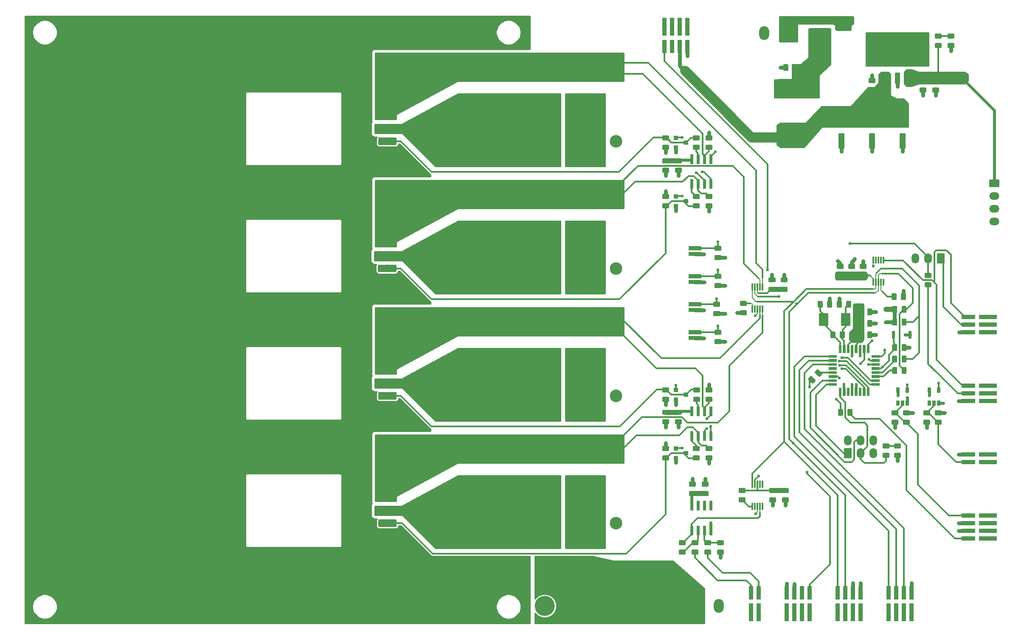
<source format=gbr>
G04 #@! TF.GenerationSoftware,KiCad,Pcbnew,(5.1.4)-1*
G04 #@! TF.CreationDate,2020-09-06T16:49:47-04:00*
G04 #@! TF.ProjectId,DC_LOAD_V02,44435f4c-4f41-4445-9f56-30322e6b6963,rev?*
G04 #@! TF.SameCoordinates,Original*
G04 #@! TF.FileFunction,Copper,L1,Top*
G04 #@! TF.FilePolarity,Positive*
%FSLAX46Y46*%
G04 Gerber Fmt 4.6, Leading zero omitted, Abs format (unit mm)*
G04 Created by KiCad (PCBNEW (5.1.4)-1) date 2020-09-06 16:49:47*
%MOMM*%
%LPD*%
G04 APERTURE LIST*
%ADD10C,0.800000*%
%ADD11C,1.500000*%
%ADD12C,0.100000*%
%ADD13C,0.600000*%
%ADD14C,2.500000*%
%ADD15C,0.300000*%
%ADD16C,1.000000*%
%ADD17C,4.200000*%
%ADD18C,1.150000*%
%ADD19O,1.500000X2.000000*%
%ADD20C,2.200000*%
%ADD21C,0.650000*%
%ADD22C,1.900000*%
%ADD23C,4.000000*%
%ADD24C,0.850000*%
%ADD25C,0.550000*%
%ADD26C,1.200000*%
%ADD27C,3.500000*%
%ADD28C,2.000000*%
%ADD29O,2.000000X2.750000*%
%ADD30O,2.000000X1.500000*%
%ADD31C,0.800000*%
%ADD32C,0.200000*%
%ADD33C,0.600000*%
%ADD34C,0.300000*%
%ADD35C,0.500000*%
%ADD36C,2.000000*%
%ADD37C,1.000000*%
%ADD38C,0.400000*%
%ADD39C,0.254000*%
G04 APERTURE END LIST*
D10*
X136525000Y-173355000D03*
X136525000Y-167005000D03*
X136525000Y-160655000D03*
X136525000Y-154305000D03*
X136525000Y-147955000D03*
X136525000Y-141605000D03*
X136525000Y-135255000D03*
X136525000Y-128905000D03*
X136525000Y-122555000D03*
X136525000Y-115570000D03*
X136525000Y-109855000D03*
X136525000Y-103505000D03*
X136525000Y-97155000D03*
X136525000Y-91440000D03*
X136525000Y-84455000D03*
X136525000Y-78105000D03*
X136525000Y-71755000D03*
X136525000Y-64770000D03*
D11*
X194310000Y-169672000D03*
X257810000Y-72390000D03*
X212598000Y-81280000D03*
X234188000Y-61214000D03*
D12*
G36*
X203745703Y-156824722D02*
G01*
X203760264Y-156826882D01*
X203774543Y-156830459D01*
X203788403Y-156835418D01*
X203801710Y-156841712D01*
X203814336Y-156849280D01*
X203826159Y-156858048D01*
X203837066Y-156867934D01*
X203846952Y-156878841D01*
X203855720Y-156890664D01*
X203863288Y-156903290D01*
X203869582Y-156916597D01*
X203874541Y-156930457D01*
X203878118Y-156944736D01*
X203880278Y-156959297D01*
X203881000Y-156974000D01*
X203881000Y-158624000D01*
X203880278Y-158638703D01*
X203878118Y-158653264D01*
X203874541Y-158667543D01*
X203869582Y-158681403D01*
X203863288Y-158694710D01*
X203855720Y-158707336D01*
X203846952Y-158719159D01*
X203837066Y-158730066D01*
X203826159Y-158739952D01*
X203814336Y-158748720D01*
X203801710Y-158756288D01*
X203788403Y-158762582D01*
X203774543Y-158767541D01*
X203760264Y-158771118D01*
X203745703Y-158773278D01*
X203731000Y-158774000D01*
X203431000Y-158774000D01*
X203416297Y-158773278D01*
X203401736Y-158771118D01*
X203387457Y-158767541D01*
X203373597Y-158762582D01*
X203360290Y-158756288D01*
X203347664Y-158748720D01*
X203335841Y-158739952D01*
X203324934Y-158730066D01*
X203315048Y-158719159D01*
X203306280Y-158707336D01*
X203298712Y-158694710D01*
X203292418Y-158681403D01*
X203287459Y-158667543D01*
X203283882Y-158653264D01*
X203281722Y-158638703D01*
X203281000Y-158624000D01*
X203281000Y-156974000D01*
X203281722Y-156959297D01*
X203283882Y-156944736D01*
X203287459Y-156930457D01*
X203292418Y-156916597D01*
X203298712Y-156903290D01*
X203306280Y-156890664D01*
X203315048Y-156878841D01*
X203324934Y-156867934D01*
X203335841Y-156858048D01*
X203347664Y-156849280D01*
X203360290Y-156841712D01*
X203373597Y-156835418D01*
X203387457Y-156830459D01*
X203401736Y-156826882D01*
X203416297Y-156824722D01*
X203431000Y-156824000D01*
X203731000Y-156824000D01*
X203745703Y-156824722D01*
X203745703Y-156824722D01*
G37*
D13*
X203581000Y-157799000D03*
D12*
G36*
X205015703Y-156824722D02*
G01*
X205030264Y-156826882D01*
X205044543Y-156830459D01*
X205058403Y-156835418D01*
X205071710Y-156841712D01*
X205084336Y-156849280D01*
X205096159Y-156858048D01*
X205107066Y-156867934D01*
X205116952Y-156878841D01*
X205125720Y-156890664D01*
X205133288Y-156903290D01*
X205139582Y-156916597D01*
X205144541Y-156930457D01*
X205148118Y-156944736D01*
X205150278Y-156959297D01*
X205151000Y-156974000D01*
X205151000Y-158624000D01*
X205150278Y-158638703D01*
X205148118Y-158653264D01*
X205144541Y-158667543D01*
X205139582Y-158681403D01*
X205133288Y-158694710D01*
X205125720Y-158707336D01*
X205116952Y-158719159D01*
X205107066Y-158730066D01*
X205096159Y-158739952D01*
X205084336Y-158748720D01*
X205071710Y-158756288D01*
X205058403Y-158762582D01*
X205044543Y-158767541D01*
X205030264Y-158771118D01*
X205015703Y-158773278D01*
X205001000Y-158774000D01*
X204701000Y-158774000D01*
X204686297Y-158773278D01*
X204671736Y-158771118D01*
X204657457Y-158767541D01*
X204643597Y-158762582D01*
X204630290Y-158756288D01*
X204617664Y-158748720D01*
X204605841Y-158739952D01*
X204594934Y-158730066D01*
X204585048Y-158719159D01*
X204576280Y-158707336D01*
X204568712Y-158694710D01*
X204562418Y-158681403D01*
X204557459Y-158667543D01*
X204553882Y-158653264D01*
X204551722Y-158638703D01*
X204551000Y-158624000D01*
X204551000Y-156974000D01*
X204551722Y-156959297D01*
X204553882Y-156944736D01*
X204557459Y-156930457D01*
X204562418Y-156916597D01*
X204568712Y-156903290D01*
X204576280Y-156890664D01*
X204585048Y-156878841D01*
X204594934Y-156867934D01*
X204605841Y-156858048D01*
X204617664Y-156849280D01*
X204630290Y-156841712D01*
X204643597Y-156835418D01*
X204657457Y-156830459D01*
X204671736Y-156826882D01*
X204686297Y-156824722D01*
X204701000Y-156824000D01*
X205001000Y-156824000D01*
X205015703Y-156824722D01*
X205015703Y-156824722D01*
G37*
D13*
X204851000Y-157799000D03*
D12*
G36*
X206285703Y-156824722D02*
G01*
X206300264Y-156826882D01*
X206314543Y-156830459D01*
X206328403Y-156835418D01*
X206341710Y-156841712D01*
X206354336Y-156849280D01*
X206366159Y-156858048D01*
X206377066Y-156867934D01*
X206386952Y-156878841D01*
X206395720Y-156890664D01*
X206403288Y-156903290D01*
X206409582Y-156916597D01*
X206414541Y-156930457D01*
X206418118Y-156944736D01*
X206420278Y-156959297D01*
X206421000Y-156974000D01*
X206421000Y-158624000D01*
X206420278Y-158638703D01*
X206418118Y-158653264D01*
X206414541Y-158667543D01*
X206409582Y-158681403D01*
X206403288Y-158694710D01*
X206395720Y-158707336D01*
X206386952Y-158719159D01*
X206377066Y-158730066D01*
X206366159Y-158739952D01*
X206354336Y-158748720D01*
X206341710Y-158756288D01*
X206328403Y-158762582D01*
X206314543Y-158767541D01*
X206300264Y-158771118D01*
X206285703Y-158773278D01*
X206271000Y-158774000D01*
X205971000Y-158774000D01*
X205956297Y-158773278D01*
X205941736Y-158771118D01*
X205927457Y-158767541D01*
X205913597Y-158762582D01*
X205900290Y-158756288D01*
X205887664Y-158748720D01*
X205875841Y-158739952D01*
X205864934Y-158730066D01*
X205855048Y-158719159D01*
X205846280Y-158707336D01*
X205838712Y-158694710D01*
X205832418Y-158681403D01*
X205827459Y-158667543D01*
X205823882Y-158653264D01*
X205821722Y-158638703D01*
X205821000Y-158624000D01*
X205821000Y-156974000D01*
X205821722Y-156959297D01*
X205823882Y-156944736D01*
X205827459Y-156930457D01*
X205832418Y-156916597D01*
X205838712Y-156903290D01*
X205846280Y-156890664D01*
X205855048Y-156878841D01*
X205864934Y-156867934D01*
X205875841Y-156858048D01*
X205887664Y-156849280D01*
X205900290Y-156841712D01*
X205913597Y-156835418D01*
X205927457Y-156830459D01*
X205941736Y-156826882D01*
X205956297Y-156824722D01*
X205971000Y-156824000D01*
X206271000Y-156824000D01*
X206285703Y-156824722D01*
X206285703Y-156824722D01*
G37*
D13*
X206121000Y-157799000D03*
D12*
G36*
X207555703Y-156824722D02*
G01*
X207570264Y-156826882D01*
X207584543Y-156830459D01*
X207598403Y-156835418D01*
X207611710Y-156841712D01*
X207624336Y-156849280D01*
X207636159Y-156858048D01*
X207647066Y-156867934D01*
X207656952Y-156878841D01*
X207665720Y-156890664D01*
X207673288Y-156903290D01*
X207679582Y-156916597D01*
X207684541Y-156930457D01*
X207688118Y-156944736D01*
X207690278Y-156959297D01*
X207691000Y-156974000D01*
X207691000Y-158624000D01*
X207690278Y-158638703D01*
X207688118Y-158653264D01*
X207684541Y-158667543D01*
X207679582Y-158681403D01*
X207673288Y-158694710D01*
X207665720Y-158707336D01*
X207656952Y-158719159D01*
X207647066Y-158730066D01*
X207636159Y-158739952D01*
X207624336Y-158748720D01*
X207611710Y-158756288D01*
X207598403Y-158762582D01*
X207584543Y-158767541D01*
X207570264Y-158771118D01*
X207555703Y-158773278D01*
X207541000Y-158774000D01*
X207241000Y-158774000D01*
X207226297Y-158773278D01*
X207211736Y-158771118D01*
X207197457Y-158767541D01*
X207183597Y-158762582D01*
X207170290Y-158756288D01*
X207157664Y-158748720D01*
X207145841Y-158739952D01*
X207134934Y-158730066D01*
X207125048Y-158719159D01*
X207116280Y-158707336D01*
X207108712Y-158694710D01*
X207102418Y-158681403D01*
X207097459Y-158667543D01*
X207093882Y-158653264D01*
X207091722Y-158638703D01*
X207091000Y-158624000D01*
X207091000Y-156974000D01*
X207091722Y-156959297D01*
X207093882Y-156944736D01*
X207097459Y-156930457D01*
X207102418Y-156916597D01*
X207108712Y-156903290D01*
X207116280Y-156890664D01*
X207125048Y-156878841D01*
X207134934Y-156867934D01*
X207145841Y-156858048D01*
X207157664Y-156849280D01*
X207170290Y-156841712D01*
X207183597Y-156835418D01*
X207197457Y-156830459D01*
X207211736Y-156826882D01*
X207226297Y-156824722D01*
X207241000Y-156824000D01*
X207541000Y-156824000D01*
X207555703Y-156824722D01*
X207555703Y-156824722D01*
G37*
D13*
X207391000Y-157799000D03*
D12*
G36*
X207555703Y-161774722D02*
G01*
X207570264Y-161776882D01*
X207584543Y-161780459D01*
X207598403Y-161785418D01*
X207611710Y-161791712D01*
X207624336Y-161799280D01*
X207636159Y-161808048D01*
X207647066Y-161817934D01*
X207656952Y-161828841D01*
X207665720Y-161840664D01*
X207673288Y-161853290D01*
X207679582Y-161866597D01*
X207684541Y-161880457D01*
X207688118Y-161894736D01*
X207690278Y-161909297D01*
X207691000Y-161924000D01*
X207691000Y-163574000D01*
X207690278Y-163588703D01*
X207688118Y-163603264D01*
X207684541Y-163617543D01*
X207679582Y-163631403D01*
X207673288Y-163644710D01*
X207665720Y-163657336D01*
X207656952Y-163669159D01*
X207647066Y-163680066D01*
X207636159Y-163689952D01*
X207624336Y-163698720D01*
X207611710Y-163706288D01*
X207598403Y-163712582D01*
X207584543Y-163717541D01*
X207570264Y-163721118D01*
X207555703Y-163723278D01*
X207541000Y-163724000D01*
X207241000Y-163724000D01*
X207226297Y-163723278D01*
X207211736Y-163721118D01*
X207197457Y-163717541D01*
X207183597Y-163712582D01*
X207170290Y-163706288D01*
X207157664Y-163698720D01*
X207145841Y-163689952D01*
X207134934Y-163680066D01*
X207125048Y-163669159D01*
X207116280Y-163657336D01*
X207108712Y-163644710D01*
X207102418Y-163631403D01*
X207097459Y-163617543D01*
X207093882Y-163603264D01*
X207091722Y-163588703D01*
X207091000Y-163574000D01*
X207091000Y-161924000D01*
X207091722Y-161909297D01*
X207093882Y-161894736D01*
X207097459Y-161880457D01*
X207102418Y-161866597D01*
X207108712Y-161853290D01*
X207116280Y-161840664D01*
X207125048Y-161828841D01*
X207134934Y-161817934D01*
X207145841Y-161808048D01*
X207157664Y-161799280D01*
X207170290Y-161791712D01*
X207183597Y-161785418D01*
X207197457Y-161780459D01*
X207211736Y-161776882D01*
X207226297Y-161774722D01*
X207241000Y-161774000D01*
X207541000Y-161774000D01*
X207555703Y-161774722D01*
X207555703Y-161774722D01*
G37*
D13*
X207391000Y-162749000D03*
D12*
G36*
X206285703Y-161774722D02*
G01*
X206300264Y-161776882D01*
X206314543Y-161780459D01*
X206328403Y-161785418D01*
X206341710Y-161791712D01*
X206354336Y-161799280D01*
X206366159Y-161808048D01*
X206377066Y-161817934D01*
X206386952Y-161828841D01*
X206395720Y-161840664D01*
X206403288Y-161853290D01*
X206409582Y-161866597D01*
X206414541Y-161880457D01*
X206418118Y-161894736D01*
X206420278Y-161909297D01*
X206421000Y-161924000D01*
X206421000Y-163574000D01*
X206420278Y-163588703D01*
X206418118Y-163603264D01*
X206414541Y-163617543D01*
X206409582Y-163631403D01*
X206403288Y-163644710D01*
X206395720Y-163657336D01*
X206386952Y-163669159D01*
X206377066Y-163680066D01*
X206366159Y-163689952D01*
X206354336Y-163698720D01*
X206341710Y-163706288D01*
X206328403Y-163712582D01*
X206314543Y-163717541D01*
X206300264Y-163721118D01*
X206285703Y-163723278D01*
X206271000Y-163724000D01*
X205971000Y-163724000D01*
X205956297Y-163723278D01*
X205941736Y-163721118D01*
X205927457Y-163717541D01*
X205913597Y-163712582D01*
X205900290Y-163706288D01*
X205887664Y-163698720D01*
X205875841Y-163689952D01*
X205864934Y-163680066D01*
X205855048Y-163669159D01*
X205846280Y-163657336D01*
X205838712Y-163644710D01*
X205832418Y-163631403D01*
X205827459Y-163617543D01*
X205823882Y-163603264D01*
X205821722Y-163588703D01*
X205821000Y-163574000D01*
X205821000Y-161924000D01*
X205821722Y-161909297D01*
X205823882Y-161894736D01*
X205827459Y-161880457D01*
X205832418Y-161866597D01*
X205838712Y-161853290D01*
X205846280Y-161840664D01*
X205855048Y-161828841D01*
X205864934Y-161817934D01*
X205875841Y-161808048D01*
X205887664Y-161799280D01*
X205900290Y-161791712D01*
X205913597Y-161785418D01*
X205927457Y-161780459D01*
X205941736Y-161776882D01*
X205956297Y-161774722D01*
X205971000Y-161774000D01*
X206271000Y-161774000D01*
X206285703Y-161774722D01*
X206285703Y-161774722D01*
G37*
D13*
X206121000Y-162749000D03*
D12*
G36*
X205015703Y-161774722D02*
G01*
X205030264Y-161776882D01*
X205044543Y-161780459D01*
X205058403Y-161785418D01*
X205071710Y-161791712D01*
X205084336Y-161799280D01*
X205096159Y-161808048D01*
X205107066Y-161817934D01*
X205116952Y-161828841D01*
X205125720Y-161840664D01*
X205133288Y-161853290D01*
X205139582Y-161866597D01*
X205144541Y-161880457D01*
X205148118Y-161894736D01*
X205150278Y-161909297D01*
X205151000Y-161924000D01*
X205151000Y-163574000D01*
X205150278Y-163588703D01*
X205148118Y-163603264D01*
X205144541Y-163617543D01*
X205139582Y-163631403D01*
X205133288Y-163644710D01*
X205125720Y-163657336D01*
X205116952Y-163669159D01*
X205107066Y-163680066D01*
X205096159Y-163689952D01*
X205084336Y-163698720D01*
X205071710Y-163706288D01*
X205058403Y-163712582D01*
X205044543Y-163717541D01*
X205030264Y-163721118D01*
X205015703Y-163723278D01*
X205001000Y-163724000D01*
X204701000Y-163724000D01*
X204686297Y-163723278D01*
X204671736Y-163721118D01*
X204657457Y-163717541D01*
X204643597Y-163712582D01*
X204630290Y-163706288D01*
X204617664Y-163698720D01*
X204605841Y-163689952D01*
X204594934Y-163680066D01*
X204585048Y-163669159D01*
X204576280Y-163657336D01*
X204568712Y-163644710D01*
X204562418Y-163631403D01*
X204557459Y-163617543D01*
X204553882Y-163603264D01*
X204551722Y-163588703D01*
X204551000Y-163574000D01*
X204551000Y-161924000D01*
X204551722Y-161909297D01*
X204553882Y-161894736D01*
X204557459Y-161880457D01*
X204562418Y-161866597D01*
X204568712Y-161853290D01*
X204576280Y-161840664D01*
X204585048Y-161828841D01*
X204594934Y-161817934D01*
X204605841Y-161808048D01*
X204617664Y-161799280D01*
X204630290Y-161791712D01*
X204643597Y-161785418D01*
X204657457Y-161780459D01*
X204671736Y-161776882D01*
X204686297Y-161774722D01*
X204701000Y-161774000D01*
X205001000Y-161774000D01*
X205015703Y-161774722D01*
X205015703Y-161774722D01*
G37*
D13*
X204851000Y-162749000D03*
D12*
G36*
X203745703Y-161774722D02*
G01*
X203760264Y-161776882D01*
X203774543Y-161780459D01*
X203788403Y-161785418D01*
X203801710Y-161791712D01*
X203814336Y-161799280D01*
X203826159Y-161808048D01*
X203837066Y-161817934D01*
X203846952Y-161828841D01*
X203855720Y-161840664D01*
X203863288Y-161853290D01*
X203869582Y-161866597D01*
X203874541Y-161880457D01*
X203878118Y-161894736D01*
X203880278Y-161909297D01*
X203881000Y-161924000D01*
X203881000Y-163574000D01*
X203880278Y-163588703D01*
X203878118Y-163603264D01*
X203874541Y-163617543D01*
X203869582Y-163631403D01*
X203863288Y-163644710D01*
X203855720Y-163657336D01*
X203846952Y-163669159D01*
X203837066Y-163680066D01*
X203826159Y-163689952D01*
X203814336Y-163698720D01*
X203801710Y-163706288D01*
X203788403Y-163712582D01*
X203774543Y-163717541D01*
X203760264Y-163721118D01*
X203745703Y-163723278D01*
X203731000Y-163724000D01*
X203431000Y-163724000D01*
X203416297Y-163723278D01*
X203401736Y-163721118D01*
X203387457Y-163717541D01*
X203373597Y-163712582D01*
X203360290Y-163706288D01*
X203347664Y-163698720D01*
X203335841Y-163689952D01*
X203324934Y-163680066D01*
X203315048Y-163669159D01*
X203306280Y-163657336D01*
X203298712Y-163644710D01*
X203292418Y-163631403D01*
X203287459Y-163617543D01*
X203283882Y-163603264D01*
X203281722Y-163588703D01*
X203281000Y-163574000D01*
X203281000Y-161924000D01*
X203281722Y-161909297D01*
X203283882Y-161894736D01*
X203287459Y-161880457D01*
X203292418Y-161866597D01*
X203298712Y-161853290D01*
X203306280Y-161840664D01*
X203315048Y-161828841D01*
X203324934Y-161817934D01*
X203335841Y-161808048D01*
X203347664Y-161799280D01*
X203360290Y-161791712D01*
X203373597Y-161785418D01*
X203387457Y-161780459D01*
X203401736Y-161776882D01*
X203416297Y-161774722D01*
X203431000Y-161774000D01*
X203731000Y-161774000D01*
X203745703Y-161774722D01*
X203745703Y-161774722D01*
G37*
D13*
X203581000Y-162749000D03*
D14*
X188468000Y-135890000D03*
X188468000Y-120690000D03*
D12*
G36*
X239874351Y-108098361D02*
G01*
X239881632Y-108099441D01*
X239888771Y-108101229D01*
X239895701Y-108103709D01*
X239902355Y-108106856D01*
X239908668Y-108110640D01*
X239914579Y-108115024D01*
X239920033Y-108119967D01*
X239924976Y-108125421D01*
X239929360Y-108131332D01*
X239933144Y-108137645D01*
X239936291Y-108144299D01*
X239938771Y-108151229D01*
X239940559Y-108158368D01*
X239941639Y-108165649D01*
X239942000Y-108173000D01*
X239942000Y-109423000D01*
X239941639Y-109430351D01*
X239940559Y-109437632D01*
X239938771Y-109444771D01*
X239936291Y-109451701D01*
X239933144Y-109458355D01*
X239929360Y-109464668D01*
X239924976Y-109470579D01*
X239920033Y-109476033D01*
X239914579Y-109480976D01*
X239908668Y-109485360D01*
X239902355Y-109489144D01*
X239895701Y-109492291D01*
X239888771Y-109494771D01*
X239881632Y-109496559D01*
X239874351Y-109497639D01*
X239867000Y-109498000D01*
X239717000Y-109498000D01*
X239709649Y-109497639D01*
X239702368Y-109496559D01*
X239695229Y-109494771D01*
X239688299Y-109492291D01*
X239681645Y-109489144D01*
X239675332Y-109485360D01*
X239669421Y-109480976D01*
X239663967Y-109476033D01*
X239659024Y-109470579D01*
X239654640Y-109464668D01*
X239650856Y-109458355D01*
X239647709Y-109451701D01*
X239645229Y-109444771D01*
X239643441Y-109437632D01*
X239642361Y-109430351D01*
X239642000Y-109423000D01*
X239642000Y-108173000D01*
X239642361Y-108165649D01*
X239643441Y-108158368D01*
X239645229Y-108151229D01*
X239647709Y-108144299D01*
X239650856Y-108137645D01*
X239654640Y-108131332D01*
X239659024Y-108125421D01*
X239663967Y-108119967D01*
X239669421Y-108115024D01*
X239675332Y-108110640D01*
X239681645Y-108106856D01*
X239688299Y-108103709D01*
X239695229Y-108101229D01*
X239702368Y-108099441D01*
X239709649Y-108098361D01*
X239717000Y-108098000D01*
X239867000Y-108098000D01*
X239874351Y-108098361D01*
X239874351Y-108098361D01*
G37*
D15*
X239792000Y-108798000D03*
D12*
G36*
X240374351Y-108098361D02*
G01*
X240381632Y-108099441D01*
X240388771Y-108101229D01*
X240395701Y-108103709D01*
X240402355Y-108106856D01*
X240408668Y-108110640D01*
X240414579Y-108115024D01*
X240420033Y-108119967D01*
X240424976Y-108125421D01*
X240429360Y-108131332D01*
X240433144Y-108137645D01*
X240436291Y-108144299D01*
X240438771Y-108151229D01*
X240440559Y-108158368D01*
X240441639Y-108165649D01*
X240442000Y-108173000D01*
X240442000Y-109423000D01*
X240441639Y-109430351D01*
X240440559Y-109437632D01*
X240438771Y-109444771D01*
X240436291Y-109451701D01*
X240433144Y-109458355D01*
X240429360Y-109464668D01*
X240424976Y-109470579D01*
X240420033Y-109476033D01*
X240414579Y-109480976D01*
X240408668Y-109485360D01*
X240402355Y-109489144D01*
X240395701Y-109492291D01*
X240388771Y-109494771D01*
X240381632Y-109496559D01*
X240374351Y-109497639D01*
X240367000Y-109498000D01*
X240217000Y-109498000D01*
X240209649Y-109497639D01*
X240202368Y-109496559D01*
X240195229Y-109494771D01*
X240188299Y-109492291D01*
X240181645Y-109489144D01*
X240175332Y-109485360D01*
X240169421Y-109480976D01*
X240163967Y-109476033D01*
X240159024Y-109470579D01*
X240154640Y-109464668D01*
X240150856Y-109458355D01*
X240147709Y-109451701D01*
X240145229Y-109444771D01*
X240143441Y-109437632D01*
X240142361Y-109430351D01*
X240142000Y-109423000D01*
X240142000Y-108173000D01*
X240142361Y-108165649D01*
X240143441Y-108158368D01*
X240145229Y-108151229D01*
X240147709Y-108144299D01*
X240150856Y-108137645D01*
X240154640Y-108131332D01*
X240159024Y-108125421D01*
X240163967Y-108119967D01*
X240169421Y-108115024D01*
X240175332Y-108110640D01*
X240181645Y-108106856D01*
X240188299Y-108103709D01*
X240195229Y-108101229D01*
X240202368Y-108099441D01*
X240209649Y-108098361D01*
X240217000Y-108098000D01*
X240367000Y-108098000D01*
X240374351Y-108098361D01*
X240374351Y-108098361D01*
G37*
D15*
X240292000Y-108798000D03*
D12*
G36*
X240874351Y-108098361D02*
G01*
X240881632Y-108099441D01*
X240888771Y-108101229D01*
X240895701Y-108103709D01*
X240902355Y-108106856D01*
X240908668Y-108110640D01*
X240914579Y-108115024D01*
X240920033Y-108119967D01*
X240924976Y-108125421D01*
X240929360Y-108131332D01*
X240933144Y-108137645D01*
X240936291Y-108144299D01*
X240938771Y-108151229D01*
X240940559Y-108158368D01*
X240941639Y-108165649D01*
X240942000Y-108173000D01*
X240942000Y-109423000D01*
X240941639Y-109430351D01*
X240940559Y-109437632D01*
X240938771Y-109444771D01*
X240936291Y-109451701D01*
X240933144Y-109458355D01*
X240929360Y-109464668D01*
X240924976Y-109470579D01*
X240920033Y-109476033D01*
X240914579Y-109480976D01*
X240908668Y-109485360D01*
X240902355Y-109489144D01*
X240895701Y-109492291D01*
X240888771Y-109494771D01*
X240881632Y-109496559D01*
X240874351Y-109497639D01*
X240867000Y-109498000D01*
X240717000Y-109498000D01*
X240709649Y-109497639D01*
X240702368Y-109496559D01*
X240695229Y-109494771D01*
X240688299Y-109492291D01*
X240681645Y-109489144D01*
X240675332Y-109485360D01*
X240669421Y-109480976D01*
X240663967Y-109476033D01*
X240659024Y-109470579D01*
X240654640Y-109464668D01*
X240650856Y-109458355D01*
X240647709Y-109451701D01*
X240645229Y-109444771D01*
X240643441Y-109437632D01*
X240642361Y-109430351D01*
X240642000Y-109423000D01*
X240642000Y-108173000D01*
X240642361Y-108165649D01*
X240643441Y-108158368D01*
X240645229Y-108151229D01*
X240647709Y-108144299D01*
X240650856Y-108137645D01*
X240654640Y-108131332D01*
X240659024Y-108125421D01*
X240663967Y-108119967D01*
X240669421Y-108115024D01*
X240675332Y-108110640D01*
X240681645Y-108106856D01*
X240688299Y-108103709D01*
X240695229Y-108101229D01*
X240702368Y-108099441D01*
X240709649Y-108098361D01*
X240717000Y-108098000D01*
X240867000Y-108098000D01*
X240874351Y-108098361D01*
X240874351Y-108098361D01*
G37*
D15*
X240792000Y-108798000D03*
D12*
G36*
X241374351Y-108098361D02*
G01*
X241381632Y-108099441D01*
X241388771Y-108101229D01*
X241395701Y-108103709D01*
X241402355Y-108106856D01*
X241408668Y-108110640D01*
X241414579Y-108115024D01*
X241420033Y-108119967D01*
X241424976Y-108125421D01*
X241429360Y-108131332D01*
X241433144Y-108137645D01*
X241436291Y-108144299D01*
X241438771Y-108151229D01*
X241440559Y-108158368D01*
X241441639Y-108165649D01*
X241442000Y-108173000D01*
X241442000Y-109423000D01*
X241441639Y-109430351D01*
X241440559Y-109437632D01*
X241438771Y-109444771D01*
X241436291Y-109451701D01*
X241433144Y-109458355D01*
X241429360Y-109464668D01*
X241424976Y-109470579D01*
X241420033Y-109476033D01*
X241414579Y-109480976D01*
X241408668Y-109485360D01*
X241402355Y-109489144D01*
X241395701Y-109492291D01*
X241388771Y-109494771D01*
X241381632Y-109496559D01*
X241374351Y-109497639D01*
X241367000Y-109498000D01*
X241217000Y-109498000D01*
X241209649Y-109497639D01*
X241202368Y-109496559D01*
X241195229Y-109494771D01*
X241188299Y-109492291D01*
X241181645Y-109489144D01*
X241175332Y-109485360D01*
X241169421Y-109480976D01*
X241163967Y-109476033D01*
X241159024Y-109470579D01*
X241154640Y-109464668D01*
X241150856Y-109458355D01*
X241147709Y-109451701D01*
X241145229Y-109444771D01*
X241143441Y-109437632D01*
X241142361Y-109430351D01*
X241142000Y-109423000D01*
X241142000Y-108173000D01*
X241142361Y-108165649D01*
X241143441Y-108158368D01*
X241145229Y-108151229D01*
X241147709Y-108144299D01*
X241150856Y-108137645D01*
X241154640Y-108131332D01*
X241159024Y-108125421D01*
X241163967Y-108119967D01*
X241169421Y-108115024D01*
X241175332Y-108110640D01*
X241181645Y-108106856D01*
X241188299Y-108103709D01*
X241195229Y-108101229D01*
X241202368Y-108099441D01*
X241209649Y-108098361D01*
X241217000Y-108098000D01*
X241367000Y-108098000D01*
X241374351Y-108098361D01*
X241374351Y-108098361D01*
G37*
D15*
X241292000Y-108798000D03*
D12*
G36*
X241874351Y-108098361D02*
G01*
X241881632Y-108099441D01*
X241888771Y-108101229D01*
X241895701Y-108103709D01*
X241902355Y-108106856D01*
X241908668Y-108110640D01*
X241914579Y-108115024D01*
X241920033Y-108119967D01*
X241924976Y-108125421D01*
X241929360Y-108131332D01*
X241933144Y-108137645D01*
X241936291Y-108144299D01*
X241938771Y-108151229D01*
X241940559Y-108158368D01*
X241941639Y-108165649D01*
X241942000Y-108173000D01*
X241942000Y-109423000D01*
X241941639Y-109430351D01*
X241940559Y-109437632D01*
X241938771Y-109444771D01*
X241936291Y-109451701D01*
X241933144Y-109458355D01*
X241929360Y-109464668D01*
X241924976Y-109470579D01*
X241920033Y-109476033D01*
X241914579Y-109480976D01*
X241908668Y-109485360D01*
X241902355Y-109489144D01*
X241895701Y-109492291D01*
X241888771Y-109494771D01*
X241881632Y-109496559D01*
X241874351Y-109497639D01*
X241867000Y-109498000D01*
X241717000Y-109498000D01*
X241709649Y-109497639D01*
X241702368Y-109496559D01*
X241695229Y-109494771D01*
X241688299Y-109492291D01*
X241681645Y-109489144D01*
X241675332Y-109485360D01*
X241669421Y-109480976D01*
X241663967Y-109476033D01*
X241659024Y-109470579D01*
X241654640Y-109464668D01*
X241650856Y-109458355D01*
X241647709Y-109451701D01*
X241645229Y-109444771D01*
X241643441Y-109437632D01*
X241642361Y-109430351D01*
X241642000Y-109423000D01*
X241642000Y-108173000D01*
X241642361Y-108165649D01*
X241643441Y-108158368D01*
X241645229Y-108151229D01*
X241647709Y-108144299D01*
X241650856Y-108137645D01*
X241654640Y-108131332D01*
X241659024Y-108125421D01*
X241663967Y-108119967D01*
X241669421Y-108115024D01*
X241675332Y-108110640D01*
X241681645Y-108106856D01*
X241688299Y-108103709D01*
X241695229Y-108101229D01*
X241702368Y-108099441D01*
X241709649Y-108098361D01*
X241717000Y-108098000D01*
X241867000Y-108098000D01*
X241874351Y-108098361D01*
X241874351Y-108098361D01*
G37*
D15*
X241792000Y-108798000D03*
D12*
G36*
X241874351Y-112498361D02*
G01*
X241881632Y-112499441D01*
X241888771Y-112501229D01*
X241895701Y-112503709D01*
X241902355Y-112506856D01*
X241908668Y-112510640D01*
X241914579Y-112515024D01*
X241920033Y-112519967D01*
X241924976Y-112525421D01*
X241929360Y-112531332D01*
X241933144Y-112537645D01*
X241936291Y-112544299D01*
X241938771Y-112551229D01*
X241940559Y-112558368D01*
X241941639Y-112565649D01*
X241942000Y-112573000D01*
X241942000Y-113823000D01*
X241941639Y-113830351D01*
X241940559Y-113837632D01*
X241938771Y-113844771D01*
X241936291Y-113851701D01*
X241933144Y-113858355D01*
X241929360Y-113864668D01*
X241924976Y-113870579D01*
X241920033Y-113876033D01*
X241914579Y-113880976D01*
X241908668Y-113885360D01*
X241902355Y-113889144D01*
X241895701Y-113892291D01*
X241888771Y-113894771D01*
X241881632Y-113896559D01*
X241874351Y-113897639D01*
X241867000Y-113898000D01*
X241717000Y-113898000D01*
X241709649Y-113897639D01*
X241702368Y-113896559D01*
X241695229Y-113894771D01*
X241688299Y-113892291D01*
X241681645Y-113889144D01*
X241675332Y-113885360D01*
X241669421Y-113880976D01*
X241663967Y-113876033D01*
X241659024Y-113870579D01*
X241654640Y-113864668D01*
X241650856Y-113858355D01*
X241647709Y-113851701D01*
X241645229Y-113844771D01*
X241643441Y-113837632D01*
X241642361Y-113830351D01*
X241642000Y-113823000D01*
X241642000Y-112573000D01*
X241642361Y-112565649D01*
X241643441Y-112558368D01*
X241645229Y-112551229D01*
X241647709Y-112544299D01*
X241650856Y-112537645D01*
X241654640Y-112531332D01*
X241659024Y-112525421D01*
X241663967Y-112519967D01*
X241669421Y-112515024D01*
X241675332Y-112510640D01*
X241681645Y-112506856D01*
X241688299Y-112503709D01*
X241695229Y-112501229D01*
X241702368Y-112499441D01*
X241709649Y-112498361D01*
X241717000Y-112498000D01*
X241867000Y-112498000D01*
X241874351Y-112498361D01*
X241874351Y-112498361D01*
G37*
D15*
X241792000Y-113198000D03*
D12*
G36*
X241374351Y-112498361D02*
G01*
X241381632Y-112499441D01*
X241388771Y-112501229D01*
X241395701Y-112503709D01*
X241402355Y-112506856D01*
X241408668Y-112510640D01*
X241414579Y-112515024D01*
X241420033Y-112519967D01*
X241424976Y-112525421D01*
X241429360Y-112531332D01*
X241433144Y-112537645D01*
X241436291Y-112544299D01*
X241438771Y-112551229D01*
X241440559Y-112558368D01*
X241441639Y-112565649D01*
X241442000Y-112573000D01*
X241442000Y-113823000D01*
X241441639Y-113830351D01*
X241440559Y-113837632D01*
X241438771Y-113844771D01*
X241436291Y-113851701D01*
X241433144Y-113858355D01*
X241429360Y-113864668D01*
X241424976Y-113870579D01*
X241420033Y-113876033D01*
X241414579Y-113880976D01*
X241408668Y-113885360D01*
X241402355Y-113889144D01*
X241395701Y-113892291D01*
X241388771Y-113894771D01*
X241381632Y-113896559D01*
X241374351Y-113897639D01*
X241367000Y-113898000D01*
X241217000Y-113898000D01*
X241209649Y-113897639D01*
X241202368Y-113896559D01*
X241195229Y-113894771D01*
X241188299Y-113892291D01*
X241181645Y-113889144D01*
X241175332Y-113885360D01*
X241169421Y-113880976D01*
X241163967Y-113876033D01*
X241159024Y-113870579D01*
X241154640Y-113864668D01*
X241150856Y-113858355D01*
X241147709Y-113851701D01*
X241145229Y-113844771D01*
X241143441Y-113837632D01*
X241142361Y-113830351D01*
X241142000Y-113823000D01*
X241142000Y-112573000D01*
X241142361Y-112565649D01*
X241143441Y-112558368D01*
X241145229Y-112551229D01*
X241147709Y-112544299D01*
X241150856Y-112537645D01*
X241154640Y-112531332D01*
X241159024Y-112525421D01*
X241163967Y-112519967D01*
X241169421Y-112515024D01*
X241175332Y-112510640D01*
X241181645Y-112506856D01*
X241188299Y-112503709D01*
X241195229Y-112501229D01*
X241202368Y-112499441D01*
X241209649Y-112498361D01*
X241217000Y-112498000D01*
X241367000Y-112498000D01*
X241374351Y-112498361D01*
X241374351Y-112498361D01*
G37*
D15*
X241292000Y-113198000D03*
D12*
G36*
X240874351Y-112498361D02*
G01*
X240881632Y-112499441D01*
X240888771Y-112501229D01*
X240895701Y-112503709D01*
X240902355Y-112506856D01*
X240908668Y-112510640D01*
X240914579Y-112515024D01*
X240920033Y-112519967D01*
X240924976Y-112525421D01*
X240929360Y-112531332D01*
X240933144Y-112537645D01*
X240936291Y-112544299D01*
X240938771Y-112551229D01*
X240940559Y-112558368D01*
X240941639Y-112565649D01*
X240942000Y-112573000D01*
X240942000Y-113823000D01*
X240941639Y-113830351D01*
X240940559Y-113837632D01*
X240938771Y-113844771D01*
X240936291Y-113851701D01*
X240933144Y-113858355D01*
X240929360Y-113864668D01*
X240924976Y-113870579D01*
X240920033Y-113876033D01*
X240914579Y-113880976D01*
X240908668Y-113885360D01*
X240902355Y-113889144D01*
X240895701Y-113892291D01*
X240888771Y-113894771D01*
X240881632Y-113896559D01*
X240874351Y-113897639D01*
X240867000Y-113898000D01*
X240717000Y-113898000D01*
X240709649Y-113897639D01*
X240702368Y-113896559D01*
X240695229Y-113894771D01*
X240688299Y-113892291D01*
X240681645Y-113889144D01*
X240675332Y-113885360D01*
X240669421Y-113880976D01*
X240663967Y-113876033D01*
X240659024Y-113870579D01*
X240654640Y-113864668D01*
X240650856Y-113858355D01*
X240647709Y-113851701D01*
X240645229Y-113844771D01*
X240643441Y-113837632D01*
X240642361Y-113830351D01*
X240642000Y-113823000D01*
X240642000Y-112573000D01*
X240642361Y-112565649D01*
X240643441Y-112558368D01*
X240645229Y-112551229D01*
X240647709Y-112544299D01*
X240650856Y-112537645D01*
X240654640Y-112531332D01*
X240659024Y-112525421D01*
X240663967Y-112519967D01*
X240669421Y-112515024D01*
X240675332Y-112510640D01*
X240681645Y-112506856D01*
X240688299Y-112503709D01*
X240695229Y-112501229D01*
X240702368Y-112499441D01*
X240709649Y-112498361D01*
X240717000Y-112498000D01*
X240867000Y-112498000D01*
X240874351Y-112498361D01*
X240874351Y-112498361D01*
G37*
D15*
X240792000Y-113198000D03*
D12*
G36*
X240374351Y-112498361D02*
G01*
X240381632Y-112499441D01*
X240388771Y-112501229D01*
X240395701Y-112503709D01*
X240402355Y-112506856D01*
X240408668Y-112510640D01*
X240414579Y-112515024D01*
X240420033Y-112519967D01*
X240424976Y-112525421D01*
X240429360Y-112531332D01*
X240433144Y-112537645D01*
X240436291Y-112544299D01*
X240438771Y-112551229D01*
X240440559Y-112558368D01*
X240441639Y-112565649D01*
X240442000Y-112573000D01*
X240442000Y-113823000D01*
X240441639Y-113830351D01*
X240440559Y-113837632D01*
X240438771Y-113844771D01*
X240436291Y-113851701D01*
X240433144Y-113858355D01*
X240429360Y-113864668D01*
X240424976Y-113870579D01*
X240420033Y-113876033D01*
X240414579Y-113880976D01*
X240408668Y-113885360D01*
X240402355Y-113889144D01*
X240395701Y-113892291D01*
X240388771Y-113894771D01*
X240381632Y-113896559D01*
X240374351Y-113897639D01*
X240367000Y-113898000D01*
X240217000Y-113898000D01*
X240209649Y-113897639D01*
X240202368Y-113896559D01*
X240195229Y-113894771D01*
X240188299Y-113892291D01*
X240181645Y-113889144D01*
X240175332Y-113885360D01*
X240169421Y-113880976D01*
X240163967Y-113876033D01*
X240159024Y-113870579D01*
X240154640Y-113864668D01*
X240150856Y-113858355D01*
X240147709Y-113851701D01*
X240145229Y-113844771D01*
X240143441Y-113837632D01*
X240142361Y-113830351D01*
X240142000Y-113823000D01*
X240142000Y-112573000D01*
X240142361Y-112565649D01*
X240143441Y-112558368D01*
X240145229Y-112551229D01*
X240147709Y-112544299D01*
X240150856Y-112537645D01*
X240154640Y-112531332D01*
X240159024Y-112525421D01*
X240163967Y-112519967D01*
X240169421Y-112515024D01*
X240175332Y-112510640D01*
X240181645Y-112506856D01*
X240188299Y-112503709D01*
X240195229Y-112501229D01*
X240202368Y-112499441D01*
X240209649Y-112498361D01*
X240217000Y-112498000D01*
X240367000Y-112498000D01*
X240374351Y-112498361D01*
X240374351Y-112498361D01*
G37*
D15*
X240292000Y-113198000D03*
D12*
G36*
X239874351Y-112498361D02*
G01*
X239881632Y-112499441D01*
X239888771Y-112501229D01*
X239895701Y-112503709D01*
X239902355Y-112506856D01*
X239908668Y-112510640D01*
X239914579Y-112515024D01*
X239920033Y-112519967D01*
X239924976Y-112525421D01*
X239929360Y-112531332D01*
X239933144Y-112537645D01*
X239936291Y-112544299D01*
X239938771Y-112551229D01*
X239940559Y-112558368D01*
X239941639Y-112565649D01*
X239942000Y-112573000D01*
X239942000Y-113823000D01*
X239941639Y-113830351D01*
X239940559Y-113837632D01*
X239938771Y-113844771D01*
X239936291Y-113851701D01*
X239933144Y-113858355D01*
X239929360Y-113864668D01*
X239924976Y-113870579D01*
X239920033Y-113876033D01*
X239914579Y-113880976D01*
X239908668Y-113885360D01*
X239902355Y-113889144D01*
X239895701Y-113892291D01*
X239888771Y-113894771D01*
X239881632Y-113896559D01*
X239874351Y-113897639D01*
X239867000Y-113898000D01*
X239717000Y-113898000D01*
X239709649Y-113897639D01*
X239702368Y-113896559D01*
X239695229Y-113894771D01*
X239688299Y-113892291D01*
X239681645Y-113889144D01*
X239675332Y-113885360D01*
X239669421Y-113880976D01*
X239663967Y-113876033D01*
X239659024Y-113870579D01*
X239654640Y-113864668D01*
X239650856Y-113858355D01*
X239647709Y-113851701D01*
X239645229Y-113844771D01*
X239643441Y-113837632D01*
X239642361Y-113830351D01*
X239642000Y-113823000D01*
X239642000Y-112573000D01*
X239642361Y-112565649D01*
X239643441Y-112558368D01*
X239645229Y-112551229D01*
X239647709Y-112544299D01*
X239650856Y-112537645D01*
X239654640Y-112531332D01*
X239659024Y-112525421D01*
X239663967Y-112519967D01*
X239669421Y-112515024D01*
X239675332Y-112510640D01*
X239681645Y-112506856D01*
X239688299Y-112503709D01*
X239695229Y-112501229D01*
X239702368Y-112499441D01*
X239709649Y-112498361D01*
X239717000Y-112498000D01*
X239867000Y-112498000D01*
X239874351Y-112498361D01*
X239874351Y-112498361D01*
G37*
D15*
X239792000Y-113198000D03*
D14*
X188468000Y-161250000D03*
X188468000Y-146050000D03*
D10*
X133350000Y-100330000D03*
X127000000Y-100330000D03*
X120650000Y-100330000D03*
X127000000Y-125730000D03*
X120650000Y-125730000D03*
X133350000Y-125730000D03*
X127000000Y-151130000D03*
X133350000Y-151130000D03*
X130175000Y-116205000D03*
X123825000Y-116205000D03*
X117475000Y-116205000D03*
X114300000Y-125730000D03*
X130175000Y-167005000D03*
X123825000Y-167005000D03*
X117475000Y-167005000D03*
X130175000Y-141605000D03*
X123825000Y-141605000D03*
X117475000Y-141605000D03*
X130175000Y-147955000D03*
X123825000Y-147955000D03*
X117475000Y-147955000D03*
X130175000Y-173355000D03*
X123825000Y-173355000D03*
X117475000Y-173355000D03*
X130175000Y-122555000D03*
X123825000Y-122555000D03*
X117475000Y-122555000D03*
X133350000Y-119380000D03*
X127000000Y-119380000D03*
X120650000Y-119380000D03*
X114300000Y-119380000D03*
X130175000Y-91440000D03*
X123825000Y-91440000D03*
X117475000Y-91440000D03*
X130175000Y-97155000D03*
X123825000Y-97155000D03*
X117475000Y-97155000D03*
X130175000Y-64770000D03*
X130175000Y-71755000D03*
X123825000Y-71755000D03*
X123825000Y-64770000D03*
X117475000Y-64770000D03*
X111125000Y-64770000D03*
X104775000Y-65405000D03*
X98425000Y-65405000D03*
X92075000Y-65405000D03*
X85725000Y-65405000D03*
X79375000Y-65405000D03*
X117475000Y-71755000D03*
X111125000Y-78105000D03*
X111125000Y-91440000D03*
X111125000Y-97155000D03*
X111125000Y-147955000D03*
X111125000Y-109855000D03*
X111125000Y-103505000D03*
X111125000Y-128905000D03*
X111125000Y-135255000D03*
X111125000Y-116205000D03*
X111125000Y-122555000D03*
X111125000Y-141605000D03*
X111125000Y-160655000D03*
X111125000Y-71755000D03*
X111125000Y-84455000D03*
X111125000Y-167005000D03*
X111125000Y-154305000D03*
X111125000Y-173355000D03*
X104775000Y-78105000D03*
X104775000Y-91440000D03*
X104775000Y-97155000D03*
X104775000Y-147955000D03*
X104775000Y-109855000D03*
X104775000Y-103505000D03*
X104775000Y-128905000D03*
X104775000Y-135255000D03*
X104775000Y-116205000D03*
X104775000Y-122555000D03*
X104775000Y-141605000D03*
X104775000Y-160655000D03*
X104775000Y-71755000D03*
X104775000Y-84455000D03*
X104775000Y-167005000D03*
X104775000Y-154305000D03*
X104775000Y-173355000D03*
X98425000Y-78105000D03*
X98425000Y-91440000D03*
X98425000Y-97155000D03*
X98425000Y-147955000D03*
X98425000Y-109855000D03*
X98425000Y-103505000D03*
X98425000Y-128905000D03*
X98425000Y-135255000D03*
X98425000Y-116205000D03*
X98425000Y-122555000D03*
X98425000Y-141605000D03*
X98425000Y-160655000D03*
X98425000Y-71755000D03*
X98425000Y-84455000D03*
X98425000Y-167005000D03*
X98425000Y-154305000D03*
X98425000Y-173355000D03*
X92075000Y-78105000D03*
X92075000Y-91440000D03*
X92075000Y-97155000D03*
X92075000Y-147955000D03*
X92075000Y-109855000D03*
X92075000Y-103505000D03*
X92075000Y-128905000D03*
X92075000Y-135255000D03*
X92075000Y-116205000D03*
X92075000Y-122555000D03*
X92075000Y-141605000D03*
X92075000Y-160655000D03*
X92075000Y-71755000D03*
X92075000Y-84455000D03*
X92075000Y-167005000D03*
X92075000Y-154305000D03*
X92075000Y-173355000D03*
X85725000Y-78105000D03*
X85725000Y-91440000D03*
X85725000Y-97155000D03*
X85725000Y-147955000D03*
X85725000Y-109855000D03*
X85725000Y-103505000D03*
X85725000Y-128905000D03*
X85725000Y-135255000D03*
X85725000Y-116205000D03*
X85725000Y-122555000D03*
X85725000Y-141605000D03*
X85725000Y-160655000D03*
X85725000Y-71755000D03*
X85725000Y-84455000D03*
X85725000Y-167005000D03*
X85725000Y-154305000D03*
X85725000Y-173355000D03*
X79375000Y-78105000D03*
X79375000Y-91440000D03*
X79375000Y-97155000D03*
X79375000Y-147955000D03*
X79375000Y-109855000D03*
X79375000Y-103505000D03*
X79375000Y-128905000D03*
X79375000Y-135255000D03*
X79375000Y-116205000D03*
X79375000Y-122555000D03*
X79375000Y-141605000D03*
X79375000Y-160655000D03*
X79375000Y-71755000D03*
X79375000Y-84455000D03*
X79375000Y-167005000D03*
X79375000Y-154305000D03*
X79375000Y-173355000D03*
X133350000Y-93980000D03*
X127000000Y-93980000D03*
X120650000Y-93980000D03*
X114300000Y-100330000D03*
X114300000Y-93980000D03*
X133350000Y-74930000D03*
X127000000Y-74930000D03*
X133350000Y-68580000D03*
X133350000Y-62230000D03*
X127000000Y-68580000D03*
X127000000Y-62230000D03*
X120650000Y-62230000D03*
X120650000Y-68580000D03*
X120650000Y-74930000D03*
X114300000Y-74930000D03*
X114300000Y-68580000D03*
X114300000Y-62230000D03*
X107950000Y-62230000D03*
X101600000Y-62230000D03*
X95250000Y-62230000D03*
X88900000Y-62230000D03*
X82550000Y-62230000D03*
X120650000Y-151130000D03*
X114300000Y-151130000D03*
X133350000Y-144780000D03*
X127000000Y-144780000D03*
X120650000Y-144780000D03*
X114300000Y-144780000D03*
X133350000Y-176530000D03*
X133350000Y-170180000D03*
X127000000Y-170180000D03*
X127000000Y-176530000D03*
X120650000Y-176530000D03*
X120650000Y-170180000D03*
X114300000Y-170180000D03*
X114300000Y-176530000D03*
X107950000Y-176530000D03*
X101600000Y-176530000D03*
X95250000Y-176530000D03*
X88900000Y-176530000D03*
X82550000Y-176530000D03*
X82550000Y-74930000D03*
X82550000Y-88265000D03*
X82550000Y-93980000D03*
X82550000Y-68580000D03*
X82550000Y-81280000D03*
X107950000Y-74930000D03*
X107950000Y-88265000D03*
X107950000Y-93980000D03*
X107950000Y-144780000D03*
X107950000Y-106680000D03*
X107950000Y-100330000D03*
X107950000Y-125730000D03*
X107950000Y-132080000D03*
X107950000Y-113030000D03*
X107950000Y-119380000D03*
X107950000Y-138430000D03*
X107950000Y-157480000D03*
X107950000Y-68580000D03*
X107950000Y-81280000D03*
X107950000Y-163830000D03*
X107950000Y-151130000D03*
X107950000Y-170180000D03*
X101600000Y-74930000D03*
X101600000Y-88265000D03*
X101600000Y-93980000D03*
X101600000Y-144780000D03*
X101600000Y-106680000D03*
X101600000Y-100330000D03*
X101600000Y-125730000D03*
X101600000Y-132080000D03*
X101600000Y-113030000D03*
X101600000Y-119380000D03*
X101600000Y-138430000D03*
X101600000Y-157480000D03*
X101600000Y-68580000D03*
X101600000Y-81280000D03*
X101600000Y-163830000D03*
X101600000Y-151130000D03*
X101600000Y-170180000D03*
X95250000Y-74930000D03*
X95250000Y-88265000D03*
X95250000Y-93980000D03*
X95250000Y-144780000D03*
X95250000Y-106680000D03*
X95250000Y-100330000D03*
X95250000Y-125730000D03*
X95250000Y-132080000D03*
X95250000Y-113030000D03*
X95250000Y-119380000D03*
X95250000Y-138430000D03*
X95250000Y-157480000D03*
X95250000Y-68580000D03*
X95250000Y-81280000D03*
X95250000Y-163830000D03*
X95250000Y-151130000D03*
X95250000Y-170180000D03*
X88900000Y-74930000D03*
X88900000Y-88265000D03*
X88900000Y-93980000D03*
X88900000Y-144780000D03*
X88900000Y-106680000D03*
X88900000Y-100330000D03*
X88900000Y-125730000D03*
X88900000Y-132080000D03*
X88900000Y-113030000D03*
X88900000Y-119380000D03*
X88900000Y-138430000D03*
X88900000Y-157480000D03*
X88900000Y-68580000D03*
X88900000Y-81280000D03*
X88900000Y-163830000D03*
X88900000Y-151130000D03*
X88900000Y-170180000D03*
X82550000Y-106680000D03*
X82550000Y-100330000D03*
X82550000Y-119380000D03*
X82550000Y-125730000D03*
X82550000Y-113030000D03*
X82550000Y-132080000D03*
X82550000Y-144780000D03*
X82550000Y-138430000D03*
X82550000Y-157480000D03*
X82550000Y-163830000D03*
X82550000Y-151130000D03*
X82550000Y-170180000D03*
X76200000Y-68580000D03*
X76200000Y-74930000D03*
X76200000Y-81280000D03*
X76200000Y-88265000D03*
X76200000Y-93980000D03*
X76200000Y-100330000D03*
X76200000Y-106680000D03*
X76200000Y-113030000D03*
X76200000Y-119380000D03*
X76200000Y-125730000D03*
X76200000Y-132080000D03*
X76200000Y-138430000D03*
X76200000Y-144780000D03*
X76200000Y-151130000D03*
X76200000Y-157480000D03*
X76200000Y-163830000D03*
X76200000Y-170180000D03*
D12*
G36*
X239996504Y-74352704D02*
G01*
X240020773Y-74356304D01*
X240044571Y-74362265D01*
X240067671Y-74370530D01*
X240089849Y-74381020D01*
X240110893Y-74393633D01*
X240130598Y-74408247D01*
X240148777Y-74424723D01*
X240165253Y-74442902D01*
X240179867Y-74462607D01*
X240192480Y-74483651D01*
X240202970Y-74505829D01*
X240211235Y-74528929D01*
X240217196Y-74552727D01*
X240220796Y-74576996D01*
X240222000Y-74601500D01*
X240222000Y-75101500D01*
X240220796Y-75126004D01*
X240217196Y-75150273D01*
X240211235Y-75174071D01*
X240202970Y-75197171D01*
X240192480Y-75219349D01*
X240179867Y-75240393D01*
X240165253Y-75260098D01*
X240148777Y-75278277D01*
X240130598Y-75294753D01*
X240110893Y-75309367D01*
X240089849Y-75321980D01*
X240067671Y-75332470D01*
X240044571Y-75340735D01*
X240020773Y-75346696D01*
X239996504Y-75350296D01*
X239972000Y-75351500D01*
X239072000Y-75351500D01*
X239047496Y-75350296D01*
X239023227Y-75346696D01*
X238999429Y-75340735D01*
X238976329Y-75332470D01*
X238954151Y-75321980D01*
X238933107Y-75309367D01*
X238913402Y-75294753D01*
X238895223Y-75278277D01*
X238878747Y-75260098D01*
X238864133Y-75240393D01*
X238851520Y-75219349D01*
X238841030Y-75197171D01*
X238832765Y-75174071D01*
X238826804Y-75150273D01*
X238823204Y-75126004D01*
X238822000Y-75101500D01*
X238822000Y-74601500D01*
X238823204Y-74576996D01*
X238826804Y-74552727D01*
X238832765Y-74528929D01*
X238841030Y-74505829D01*
X238851520Y-74483651D01*
X238864133Y-74462607D01*
X238878747Y-74442902D01*
X238895223Y-74424723D01*
X238913402Y-74408247D01*
X238933107Y-74393633D01*
X238954151Y-74381020D01*
X238976329Y-74370530D01*
X238999429Y-74362265D01*
X239023227Y-74356304D01*
X239047496Y-74352704D01*
X239072000Y-74351500D01*
X239972000Y-74351500D01*
X239996504Y-74352704D01*
X239996504Y-74352704D01*
G37*
D16*
X239522000Y-74851500D03*
D12*
G36*
X239996504Y-72477704D02*
G01*
X240020773Y-72481304D01*
X240044571Y-72487265D01*
X240067671Y-72495530D01*
X240089849Y-72506020D01*
X240110893Y-72518633D01*
X240130598Y-72533247D01*
X240148777Y-72549723D01*
X240165253Y-72567902D01*
X240179867Y-72587607D01*
X240192480Y-72608651D01*
X240202970Y-72630829D01*
X240211235Y-72653929D01*
X240217196Y-72677727D01*
X240220796Y-72701996D01*
X240222000Y-72726500D01*
X240222000Y-73226500D01*
X240220796Y-73251004D01*
X240217196Y-73275273D01*
X240211235Y-73299071D01*
X240202970Y-73322171D01*
X240192480Y-73344349D01*
X240179867Y-73365393D01*
X240165253Y-73385098D01*
X240148777Y-73403277D01*
X240130598Y-73419753D01*
X240110893Y-73434367D01*
X240089849Y-73446980D01*
X240067671Y-73457470D01*
X240044571Y-73465735D01*
X240020773Y-73471696D01*
X239996504Y-73475296D01*
X239972000Y-73476500D01*
X239072000Y-73476500D01*
X239047496Y-73475296D01*
X239023227Y-73471696D01*
X238999429Y-73465735D01*
X238976329Y-73457470D01*
X238954151Y-73446980D01*
X238933107Y-73434367D01*
X238913402Y-73419753D01*
X238895223Y-73403277D01*
X238878747Y-73385098D01*
X238864133Y-73365393D01*
X238851520Y-73344349D01*
X238841030Y-73322171D01*
X238832765Y-73299071D01*
X238826804Y-73275273D01*
X238823204Y-73251004D01*
X238822000Y-73226500D01*
X238822000Y-72726500D01*
X238823204Y-72701996D01*
X238826804Y-72677727D01*
X238832765Y-72653929D01*
X238841030Y-72630829D01*
X238851520Y-72608651D01*
X238864133Y-72587607D01*
X238878747Y-72567902D01*
X238895223Y-72549723D01*
X238913402Y-72533247D01*
X238933107Y-72518633D01*
X238954151Y-72506020D01*
X238976329Y-72495530D01*
X238999429Y-72487265D01*
X239023227Y-72481304D01*
X239047496Y-72477704D01*
X239072000Y-72476500D01*
X239972000Y-72476500D01*
X239996504Y-72477704D01*
X239996504Y-72477704D01*
G37*
D16*
X239522000Y-72976500D03*
D12*
G36*
X250156504Y-72477704D02*
G01*
X250180773Y-72481304D01*
X250204571Y-72487265D01*
X250227671Y-72495530D01*
X250249849Y-72506020D01*
X250270893Y-72518633D01*
X250290598Y-72533247D01*
X250308777Y-72549723D01*
X250325253Y-72567902D01*
X250339867Y-72587607D01*
X250352480Y-72608651D01*
X250362970Y-72630829D01*
X250371235Y-72653929D01*
X250377196Y-72677727D01*
X250380796Y-72701996D01*
X250382000Y-72726500D01*
X250382000Y-73226500D01*
X250380796Y-73251004D01*
X250377196Y-73275273D01*
X250371235Y-73299071D01*
X250362970Y-73322171D01*
X250352480Y-73344349D01*
X250339867Y-73365393D01*
X250325253Y-73385098D01*
X250308777Y-73403277D01*
X250290598Y-73419753D01*
X250270893Y-73434367D01*
X250249849Y-73446980D01*
X250227671Y-73457470D01*
X250204571Y-73465735D01*
X250180773Y-73471696D01*
X250156504Y-73475296D01*
X250132000Y-73476500D01*
X249232000Y-73476500D01*
X249207496Y-73475296D01*
X249183227Y-73471696D01*
X249159429Y-73465735D01*
X249136329Y-73457470D01*
X249114151Y-73446980D01*
X249093107Y-73434367D01*
X249073402Y-73419753D01*
X249055223Y-73403277D01*
X249038747Y-73385098D01*
X249024133Y-73365393D01*
X249011520Y-73344349D01*
X249001030Y-73322171D01*
X248992765Y-73299071D01*
X248986804Y-73275273D01*
X248983204Y-73251004D01*
X248982000Y-73226500D01*
X248982000Y-72726500D01*
X248983204Y-72701996D01*
X248986804Y-72677727D01*
X248992765Y-72653929D01*
X249001030Y-72630829D01*
X249011520Y-72608651D01*
X249024133Y-72587607D01*
X249038747Y-72567902D01*
X249055223Y-72549723D01*
X249073402Y-72533247D01*
X249093107Y-72518633D01*
X249114151Y-72506020D01*
X249136329Y-72495530D01*
X249159429Y-72487265D01*
X249183227Y-72481304D01*
X249207496Y-72477704D01*
X249232000Y-72476500D01*
X250132000Y-72476500D01*
X250156504Y-72477704D01*
X250156504Y-72477704D01*
G37*
D16*
X249682000Y-72976500D03*
D12*
G36*
X250156504Y-74352704D02*
G01*
X250180773Y-74356304D01*
X250204571Y-74362265D01*
X250227671Y-74370530D01*
X250249849Y-74381020D01*
X250270893Y-74393633D01*
X250290598Y-74408247D01*
X250308777Y-74424723D01*
X250325253Y-74442902D01*
X250339867Y-74462607D01*
X250352480Y-74483651D01*
X250362970Y-74505829D01*
X250371235Y-74528929D01*
X250377196Y-74552727D01*
X250380796Y-74576996D01*
X250382000Y-74601500D01*
X250382000Y-75101500D01*
X250380796Y-75126004D01*
X250377196Y-75150273D01*
X250371235Y-75174071D01*
X250362970Y-75197171D01*
X250352480Y-75219349D01*
X250339867Y-75240393D01*
X250325253Y-75260098D01*
X250308777Y-75278277D01*
X250290598Y-75294753D01*
X250270893Y-75309367D01*
X250249849Y-75321980D01*
X250227671Y-75332470D01*
X250204571Y-75340735D01*
X250180773Y-75346696D01*
X250156504Y-75350296D01*
X250132000Y-75351500D01*
X249232000Y-75351500D01*
X249207496Y-75350296D01*
X249183227Y-75346696D01*
X249159429Y-75340735D01*
X249136329Y-75332470D01*
X249114151Y-75321980D01*
X249093107Y-75309367D01*
X249073402Y-75294753D01*
X249055223Y-75278277D01*
X249038747Y-75260098D01*
X249024133Y-75240393D01*
X249011520Y-75219349D01*
X249001030Y-75197171D01*
X248992765Y-75174071D01*
X248986804Y-75150273D01*
X248983204Y-75126004D01*
X248982000Y-75101500D01*
X248982000Y-74601500D01*
X248983204Y-74576996D01*
X248986804Y-74552727D01*
X248992765Y-74528929D01*
X249001030Y-74505829D01*
X249011520Y-74483651D01*
X249024133Y-74462607D01*
X249038747Y-74442902D01*
X249055223Y-74424723D01*
X249073402Y-74408247D01*
X249093107Y-74393633D01*
X249114151Y-74381020D01*
X249136329Y-74370530D01*
X249159429Y-74362265D01*
X249183227Y-74356304D01*
X249207496Y-74352704D01*
X249232000Y-74351500D01*
X250132000Y-74351500D01*
X250156504Y-74352704D01*
X250156504Y-74352704D01*
G37*
D16*
X249682000Y-74851500D03*
D12*
G36*
X252696504Y-74352704D02*
G01*
X252720773Y-74356304D01*
X252744571Y-74362265D01*
X252767671Y-74370530D01*
X252789849Y-74381020D01*
X252810893Y-74393633D01*
X252830598Y-74408247D01*
X252848777Y-74424723D01*
X252865253Y-74442902D01*
X252879867Y-74462607D01*
X252892480Y-74483651D01*
X252902970Y-74505829D01*
X252911235Y-74528929D01*
X252917196Y-74552727D01*
X252920796Y-74576996D01*
X252922000Y-74601500D01*
X252922000Y-75101500D01*
X252920796Y-75126004D01*
X252917196Y-75150273D01*
X252911235Y-75174071D01*
X252902970Y-75197171D01*
X252892480Y-75219349D01*
X252879867Y-75240393D01*
X252865253Y-75260098D01*
X252848777Y-75278277D01*
X252830598Y-75294753D01*
X252810893Y-75309367D01*
X252789849Y-75321980D01*
X252767671Y-75332470D01*
X252744571Y-75340735D01*
X252720773Y-75346696D01*
X252696504Y-75350296D01*
X252672000Y-75351500D01*
X251772000Y-75351500D01*
X251747496Y-75350296D01*
X251723227Y-75346696D01*
X251699429Y-75340735D01*
X251676329Y-75332470D01*
X251654151Y-75321980D01*
X251633107Y-75309367D01*
X251613402Y-75294753D01*
X251595223Y-75278277D01*
X251578747Y-75260098D01*
X251564133Y-75240393D01*
X251551520Y-75219349D01*
X251541030Y-75197171D01*
X251532765Y-75174071D01*
X251526804Y-75150273D01*
X251523204Y-75126004D01*
X251522000Y-75101500D01*
X251522000Y-74601500D01*
X251523204Y-74576996D01*
X251526804Y-74552727D01*
X251532765Y-74528929D01*
X251541030Y-74505829D01*
X251551520Y-74483651D01*
X251564133Y-74462607D01*
X251578747Y-74442902D01*
X251595223Y-74424723D01*
X251613402Y-74408247D01*
X251633107Y-74393633D01*
X251654151Y-74381020D01*
X251676329Y-74370530D01*
X251699429Y-74362265D01*
X251723227Y-74356304D01*
X251747496Y-74352704D01*
X251772000Y-74351500D01*
X252672000Y-74351500D01*
X252696504Y-74352704D01*
X252696504Y-74352704D01*
G37*
D16*
X252222000Y-74851500D03*
D12*
G36*
X252696504Y-72477704D02*
G01*
X252720773Y-72481304D01*
X252744571Y-72487265D01*
X252767671Y-72495530D01*
X252789849Y-72506020D01*
X252810893Y-72518633D01*
X252830598Y-72533247D01*
X252848777Y-72549723D01*
X252865253Y-72567902D01*
X252879867Y-72587607D01*
X252892480Y-72608651D01*
X252902970Y-72630829D01*
X252911235Y-72653929D01*
X252917196Y-72677727D01*
X252920796Y-72701996D01*
X252922000Y-72726500D01*
X252922000Y-73226500D01*
X252920796Y-73251004D01*
X252917196Y-73275273D01*
X252911235Y-73299071D01*
X252902970Y-73322171D01*
X252892480Y-73344349D01*
X252879867Y-73365393D01*
X252865253Y-73385098D01*
X252848777Y-73403277D01*
X252830598Y-73419753D01*
X252810893Y-73434367D01*
X252789849Y-73446980D01*
X252767671Y-73457470D01*
X252744571Y-73465735D01*
X252720773Y-73471696D01*
X252696504Y-73475296D01*
X252672000Y-73476500D01*
X251772000Y-73476500D01*
X251747496Y-73475296D01*
X251723227Y-73471696D01*
X251699429Y-73465735D01*
X251676329Y-73457470D01*
X251654151Y-73446980D01*
X251633107Y-73434367D01*
X251613402Y-73419753D01*
X251595223Y-73403277D01*
X251578747Y-73385098D01*
X251564133Y-73365393D01*
X251551520Y-73344349D01*
X251541030Y-73322171D01*
X251532765Y-73299071D01*
X251526804Y-73275273D01*
X251523204Y-73251004D01*
X251522000Y-73226500D01*
X251522000Y-72726500D01*
X251523204Y-72701996D01*
X251526804Y-72677727D01*
X251532765Y-72653929D01*
X251541030Y-72630829D01*
X251551520Y-72608651D01*
X251564133Y-72587607D01*
X251578747Y-72567902D01*
X251595223Y-72549723D01*
X251613402Y-72533247D01*
X251633107Y-72518633D01*
X251654151Y-72506020D01*
X251676329Y-72495530D01*
X251699429Y-72487265D01*
X251723227Y-72481304D01*
X251747496Y-72477704D01*
X251772000Y-72476500D01*
X252672000Y-72476500D01*
X252696504Y-72477704D01*
X252696504Y-72477704D01*
G37*
D16*
X252222000Y-72976500D03*
D12*
G36*
X235146004Y-116903204D02*
G01*
X235170273Y-116906804D01*
X235194071Y-116912765D01*
X235217171Y-116921030D01*
X235239349Y-116931520D01*
X235260393Y-116944133D01*
X235280098Y-116958747D01*
X235298277Y-116975223D01*
X235314753Y-116993402D01*
X235329367Y-117013107D01*
X235341980Y-117034151D01*
X235352470Y-117056329D01*
X235360735Y-117079429D01*
X235366696Y-117103227D01*
X235370296Y-117127496D01*
X235371500Y-117152000D01*
X235371500Y-118052000D01*
X235370296Y-118076504D01*
X235366696Y-118100773D01*
X235360735Y-118124571D01*
X235352470Y-118147671D01*
X235341980Y-118169849D01*
X235329367Y-118190893D01*
X235314753Y-118210598D01*
X235298277Y-118228777D01*
X235280098Y-118245253D01*
X235260393Y-118259867D01*
X235239349Y-118272480D01*
X235217171Y-118282970D01*
X235194071Y-118291235D01*
X235170273Y-118297196D01*
X235146004Y-118300796D01*
X235121500Y-118302000D01*
X234621500Y-118302000D01*
X234596996Y-118300796D01*
X234572727Y-118297196D01*
X234548929Y-118291235D01*
X234525829Y-118282970D01*
X234503651Y-118272480D01*
X234482607Y-118259867D01*
X234462902Y-118245253D01*
X234444723Y-118228777D01*
X234428247Y-118210598D01*
X234413633Y-118190893D01*
X234401020Y-118169849D01*
X234390530Y-118147671D01*
X234382265Y-118124571D01*
X234376304Y-118100773D01*
X234372704Y-118076504D01*
X234371500Y-118052000D01*
X234371500Y-117152000D01*
X234372704Y-117127496D01*
X234376304Y-117103227D01*
X234382265Y-117079429D01*
X234390530Y-117056329D01*
X234401020Y-117034151D01*
X234413633Y-117013107D01*
X234428247Y-116993402D01*
X234444723Y-116975223D01*
X234462902Y-116958747D01*
X234482607Y-116944133D01*
X234503651Y-116931520D01*
X234525829Y-116921030D01*
X234548929Y-116912765D01*
X234572727Y-116906804D01*
X234596996Y-116903204D01*
X234621500Y-116902000D01*
X235121500Y-116902000D01*
X235146004Y-116903204D01*
X235146004Y-116903204D01*
G37*
D16*
X234871500Y-117602000D03*
D12*
G36*
X233271004Y-116903204D02*
G01*
X233295273Y-116906804D01*
X233319071Y-116912765D01*
X233342171Y-116921030D01*
X233364349Y-116931520D01*
X233385393Y-116944133D01*
X233405098Y-116958747D01*
X233423277Y-116975223D01*
X233439753Y-116993402D01*
X233454367Y-117013107D01*
X233466980Y-117034151D01*
X233477470Y-117056329D01*
X233485735Y-117079429D01*
X233491696Y-117103227D01*
X233495296Y-117127496D01*
X233496500Y-117152000D01*
X233496500Y-118052000D01*
X233495296Y-118076504D01*
X233491696Y-118100773D01*
X233485735Y-118124571D01*
X233477470Y-118147671D01*
X233466980Y-118169849D01*
X233454367Y-118190893D01*
X233439753Y-118210598D01*
X233423277Y-118228777D01*
X233405098Y-118245253D01*
X233385393Y-118259867D01*
X233364349Y-118272480D01*
X233342171Y-118282970D01*
X233319071Y-118291235D01*
X233295273Y-118297196D01*
X233271004Y-118300796D01*
X233246500Y-118302000D01*
X232746500Y-118302000D01*
X232721996Y-118300796D01*
X232697727Y-118297196D01*
X232673929Y-118291235D01*
X232650829Y-118282970D01*
X232628651Y-118272480D01*
X232607607Y-118259867D01*
X232587902Y-118245253D01*
X232569723Y-118228777D01*
X232553247Y-118210598D01*
X232538633Y-118190893D01*
X232526020Y-118169849D01*
X232515530Y-118147671D01*
X232507265Y-118124571D01*
X232501304Y-118100773D01*
X232497704Y-118076504D01*
X232496500Y-118052000D01*
X232496500Y-117152000D01*
X232497704Y-117127496D01*
X232501304Y-117103227D01*
X232507265Y-117079429D01*
X232515530Y-117056329D01*
X232526020Y-117034151D01*
X232538633Y-117013107D01*
X232553247Y-116993402D01*
X232569723Y-116975223D01*
X232587902Y-116958747D01*
X232607607Y-116944133D01*
X232628651Y-116931520D01*
X232650829Y-116921030D01*
X232673929Y-116912765D01*
X232697727Y-116906804D01*
X232721996Y-116903204D01*
X232746500Y-116902000D01*
X233246500Y-116902000D01*
X233271004Y-116903204D01*
X233271004Y-116903204D01*
G37*
D16*
X232996500Y-117602000D03*
D12*
G36*
X231336004Y-116903204D02*
G01*
X231360273Y-116906804D01*
X231384071Y-116912765D01*
X231407171Y-116921030D01*
X231429349Y-116931520D01*
X231450393Y-116944133D01*
X231470098Y-116958747D01*
X231488277Y-116975223D01*
X231504753Y-116993402D01*
X231519367Y-117013107D01*
X231531980Y-117034151D01*
X231542470Y-117056329D01*
X231550735Y-117079429D01*
X231556696Y-117103227D01*
X231560296Y-117127496D01*
X231561500Y-117152000D01*
X231561500Y-118052000D01*
X231560296Y-118076504D01*
X231556696Y-118100773D01*
X231550735Y-118124571D01*
X231542470Y-118147671D01*
X231531980Y-118169849D01*
X231519367Y-118190893D01*
X231504753Y-118210598D01*
X231488277Y-118228777D01*
X231470098Y-118245253D01*
X231450393Y-118259867D01*
X231429349Y-118272480D01*
X231407171Y-118282970D01*
X231384071Y-118291235D01*
X231360273Y-118297196D01*
X231336004Y-118300796D01*
X231311500Y-118302000D01*
X230811500Y-118302000D01*
X230786996Y-118300796D01*
X230762727Y-118297196D01*
X230738929Y-118291235D01*
X230715829Y-118282970D01*
X230693651Y-118272480D01*
X230672607Y-118259867D01*
X230652902Y-118245253D01*
X230634723Y-118228777D01*
X230618247Y-118210598D01*
X230603633Y-118190893D01*
X230591020Y-118169849D01*
X230580530Y-118147671D01*
X230572265Y-118124571D01*
X230566304Y-118100773D01*
X230562704Y-118076504D01*
X230561500Y-118052000D01*
X230561500Y-117152000D01*
X230562704Y-117127496D01*
X230566304Y-117103227D01*
X230572265Y-117079429D01*
X230580530Y-117056329D01*
X230591020Y-117034151D01*
X230603633Y-117013107D01*
X230618247Y-116993402D01*
X230634723Y-116975223D01*
X230652902Y-116958747D01*
X230672607Y-116944133D01*
X230693651Y-116931520D01*
X230715829Y-116921030D01*
X230738929Y-116912765D01*
X230762727Y-116906804D01*
X230786996Y-116903204D01*
X230811500Y-116902000D01*
X231311500Y-116902000D01*
X231336004Y-116903204D01*
X231336004Y-116903204D01*
G37*
D16*
X231061500Y-117602000D03*
D12*
G36*
X229461004Y-116903204D02*
G01*
X229485273Y-116906804D01*
X229509071Y-116912765D01*
X229532171Y-116921030D01*
X229554349Y-116931520D01*
X229575393Y-116944133D01*
X229595098Y-116958747D01*
X229613277Y-116975223D01*
X229629753Y-116993402D01*
X229644367Y-117013107D01*
X229656980Y-117034151D01*
X229667470Y-117056329D01*
X229675735Y-117079429D01*
X229681696Y-117103227D01*
X229685296Y-117127496D01*
X229686500Y-117152000D01*
X229686500Y-118052000D01*
X229685296Y-118076504D01*
X229681696Y-118100773D01*
X229675735Y-118124571D01*
X229667470Y-118147671D01*
X229656980Y-118169849D01*
X229644367Y-118190893D01*
X229629753Y-118210598D01*
X229613277Y-118228777D01*
X229595098Y-118245253D01*
X229575393Y-118259867D01*
X229554349Y-118272480D01*
X229532171Y-118282970D01*
X229509071Y-118291235D01*
X229485273Y-118297196D01*
X229461004Y-118300796D01*
X229436500Y-118302000D01*
X228936500Y-118302000D01*
X228911996Y-118300796D01*
X228887727Y-118297196D01*
X228863929Y-118291235D01*
X228840829Y-118282970D01*
X228818651Y-118272480D01*
X228797607Y-118259867D01*
X228777902Y-118245253D01*
X228759723Y-118228777D01*
X228743247Y-118210598D01*
X228728633Y-118190893D01*
X228716020Y-118169849D01*
X228705530Y-118147671D01*
X228697265Y-118124571D01*
X228691304Y-118100773D01*
X228687704Y-118076504D01*
X228686500Y-118052000D01*
X228686500Y-117152000D01*
X228687704Y-117127496D01*
X228691304Y-117103227D01*
X228697265Y-117079429D01*
X228705530Y-117056329D01*
X228716020Y-117034151D01*
X228728633Y-117013107D01*
X228743247Y-116993402D01*
X228759723Y-116975223D01*
X228777902Y-116958747D01*
X228797607Y-116944133D01*
X228818651Y-116931520D01*
X228840829Y-116921030D01*
X228863929Y-116912765D01*
X228887727Y-116906804D01*
X228911996Y-116903204D01*
X228936500Y-116902000D01*
X229436500Y-116902000D01*
X229461004Y-116903204D01*
X229461004Y-116903204D01*
G37*
D16*
X229186500Y-117602000D03*
D12*
G36*
X239337004Y-118427204D02*
G01*
X239361273Y-118430804D01*
X239385071Y-118436765D01*
X239408171Y-118445030D01*
X239430349Y-118455520D01*
X239451393Y-118468133D01*
X239471098Y-118482747D01*
X239489277Y-118499223D01*
X239505753Y-118517402D01*
X239520367Y-118537107D01*
X239532980Y-118558151D01*
X239543470Y-118580329D01*
X239551735Y-118603429D01*
X239557696Y-118627227D01*
X239561296Y-118651496D01*
X239562500Y-118676000D01*
X239562500Y-119576000D01*
X239561296Y-119600504D01*
X239557696Y-119624773D01*
X239551735Y-119648571D01*
X239543470Y-119671671D01*
X239532980Y-119693849D01*
X239520367Y-119714893D01*
X239505753Y-119734598D01*
X239489277Y-119752777D01*
X239471098Y-119769253D01*
X239451393Y-119783867D01*
X239430349Y-119796480D01*
X239408171Y-119806970D01*
X239385071Y-119815235D01*
X239361273Y-119821196D01*
X239337004Y-119824796D01*
X239312500Y-119826000D01*
X238812500Y-119826000D01*
X238787996Y-119824796D01*
X238763727Y-119821196D01*
X238739929Y-119815235D01*
X238716829Y-119806970D01*
X238694651Y-119796480D01*
X238673607Y-119783867D01*
X238653902Y-119769253D01*
X238635723Y-119752777D01*
X238619247Y-119734598D01*
X238604633Y-119714893D01*
X238592020Y-119693849D01*
X238581530Y-119671671D01*
X238573265Y-119648571D01*
X238567304Y-119624773D01*
X238563704Y-119600504D01*
X238562500Y-119576000D01*
X238562500Y-118676000D01*
X238563704Y-118651496D01*
X238567304Y-118627227D01*
X238573265Y-118603429D01*
X238581530Y-118580329D01*
X238592020Y-118558151D01*
X238604633Y-118537107D01*
X238619247Y-118517402D01*
X238635723Y-118499223D01*
X238653902Y-118482747D01*
X238673607Y-118468133D01*
X238694651Y-118455520D01*
X238716829Y-118445030D01*
X238739929Y-118436765D01*
X238763727Y-118430804D01*
X238787996Y-118427204D01*
X238812500Y-118426000D01*
X239312500Y-118426000D01*
X239337004Y-118427204D01*
X239337004Y-118427204D01*
G37*
D16*
X239062500Y-119126000D03*
D12*
G36*
X237462004Y-118427204D02*
G01*
X237486273Y-118430804D01*
X237510071Y-118436765D01*
X237533171Y-118445030D01*
X237555349Y-118455520D01*
X237576393Y-118468133D01*
X237596098Y-118482747D01*
X237614277Y-118499223D01*
X237630753Y-118517402D01*
X237645367Y-118537107D01*
X237657980Y-118558151D01*
X237668470Y-118580329D01*
X237676735Y-118603429D01*
X237682696Y-118627227D01*
X237686296Y-118651496D01*
X237687500Y-118676000D01*
X237687500Y-119576000D01*
X237686296Y-119600504D01*
X237682696Y-119624773D01*
X237676735Y-119648571D01*
X237668470Y-119671671D01*
X237657980Y-119693849D01*
X237645367Y-119714893D01*
X237630753Y-119734598D01*
X237614277Y-119752777D01*
X237596098Y-119769253D01*
X237576393Y-119783867D01*
X237555349Y-119796480D01*
X237533171Y-119806970D01*
X237510071Y-119815235D01*
X237486273Y-119821196D01*
X237462004Y-119824796D01*
X237437500Y-119826000D01*
X236937500Y-119826000D01*
X236912996Y-119824796D01*
X236888727Y-119821196D01*
X236864929Y-119815235D01*
X236841829Y-119806970D01*
X236819651Y-119796480D01*
X236798607Y-119783867D01*
X236778902Y-119769253D01*
X236760723Y-119752777D01*
X236744247Y-119734598D01*
X236729633Y-119714893D01*
X236717020Y-119693849D01*
X236706530Y-119671671D01*
X236698265Y-119648571D01*
X236692304Y-119624773D01*
X236688704Y-119600504D01*
X236687500Y-119576000D01*
X236687500Y-118676000D01*
X236688704Y-118651496D01*
X236692304Y-118627227D01*
X236698265Y-118603429D01*
X236706530Y-118580329D01*
X236717020Y-118558151D01*
X236729633Y-118537107D01*
X236744247Y-118517402D01*
X236760723Y-118499223D01*
X236778902Y-118482747D01*
X236798607Y-118468133D01*
X236819651Y-118455520D01*
X236841829Y-118445030D01*
X236864929Y-118436765D01*
X236888727Y-118430804D01*
X236912996Y-118427204D01*
X236937500Y-118426000D01*
X237437500Y-118426000D01*
X237462004Y-118427204D01*
X237462004Y-118427204D01*
G37*
D16*
X237187500Y-119126000D03*
D12*
G36*
X239337004Y-120713204D02*
G01*
X239361273Y-120716804D01*
X239385071Y-120722765D01*
X239408171Y-120731030D01*
X239430349Y-120741520D01*
X239451393Y-120754133D01*
X239471098Y-120768747D01*
X239489277Y-120785223D01*
X239505753Y-120803402D01*
X239520367Y-120823107D01*
X239532980Y-120844151D01*
X239543470Y-120866329D01*
X239551735Y-120889429D01*
X239557696Y-120913227D01*
X239561296Y-120937496D01*
X239562500Y-120962000D01*
X239562500Y-121862000D01*
X239561296Y-121886504D01*
X239557696Y-121910773D01*
X239551735Y-121934571D01*
X239543470Y-121957671D01*
X239532980Y-121979849D01*
X239520367Y-122000893D01*
X239505753Y-122020598D01*
X239489277Y-122038777D01*
X239471098Y-122055253D01*
X239451393Y-122069867D01*
X239430349Y-122082480D01*
X239408171Y-122092970D01*
X239385071Y-122101235D01*
X239361273Y-122107196D01*
X239337004Y-122110796D01*
X239312500Y-122112000D01*
X238812500Y-122112000D01*
X238787996Y-122110796D01*
X238763727Y-122107196D01*
X238739929Y-122101235D01*
X238716829Y-122092970D01*
X238694651Y-122082480D01*
X238673607Y-122069867D01*
X238653902Y-122055253D01*
X238635723Y-122038777D01*
X238619247Y-122020598D01*
X238604633Y-122000893D01*
X238592020Y-121979849D01*
X238581530Y-121957671D01*
X238573265Y-121934571D01*
X238567304Y-121910773D01*
X238563704Y-121886504D01*
X238562500Y-121862000D01*
X238562500Y-120962000D01*
X238563704Y-120937496D01*
X238567304Y-120913227D01*
X238573265Y-120889429D01*
X238581530Y-120866329D01*
X238592020Y-120844151D01*
X238604633Y-120823107D01*
X238619247Y-120803402D01*
X238635723Y-120785223D01*
X238653902Y-120768747D01*
X238673607Y-120754133D01*
X238694651Y-120741520D01*
X238716829Y-120731030D01*
X238739929Y-120722765D01*
X238763727Y-120716804D01*
X238787996Y-120713204D01*
X238812500Y-120712000D01*
X239312500Y-120712000D01*
X239337004Y-120713204D01*
X239337004Y-120713204D01*
G37*
D16*
X239062500Y-121412000D03*
D12*
G36*
X237462004Y-120713204D02*
G01*
X237486273Y-120716804D01*
X237510071Y-120722765D01*
X237533171Y-120731030D01*
X237555349Y-120741520D01*
X237576393Y-120754133D01*
X237596098Y-120768747D01*
X237614277Y-120785223D01*
X237630753Y-120803402D01*
X237645367Y-120823107D01*
X237657980Y-120844151D01*
X237668470Y-120866329D01*
X237676735Y-120889429D01*
X237682696Y-120913227D01*
X237686296Y-120937496D01*
X237687500Y-120962000D01*
X237687500Y-121862000D01*
X237686296Y-121886504D01*
X237682696Y-121910773D01*
X237676735Y-121934571D01*
X237668470Y-121957671D01*
X237657980Y-121979849D01*
X237645367Y-122000893D01*
X237630753Y-122020598D01*
X237614277Y-122038777D01*
X237596098Y-122055253D01*
X237576393Y-122069867D01*
X237555349Y-122082480D01*
X237533171Y-122092970D01*
X237510071Y-122101235D01*
X237486273Y-122107196D01*
X237462004Y-122110796D01*
X237437500Y-122112000D01*
X236937500Y-122112000D01*
X236912996Y-122110796D01*
X236888727Y-122107196D01*
X236864929Y-122101235D01*
X236841829Y-122092970D01*
X236819651Y-122082480D01*
X236798607Y-122069867D01*
X236778902Y-122055253D01*
X236760723Y-122038777D01*
X236744247Y-122020598D01*
X236729633Y-122000893D01*
X236717020Y-121979849D01*
X236706530Y-121957671D01*
X236698265Y-121934571D01*
X236692304Y-121910773D01*
X236688704Y-121886504D01*
X236687500Y-121862000D01*
X236687500Y-120962000D01*
X236688704Y-120937496D01*
X236692304Y-120913227D01*
X236698265Y-120889429D01*
X236706530Y-120866329D01*
X236717020Y-120844151D01*
X236729633Y-120823107D01*
X236744247Y-120803402D01*
X236760723Y-120785223D01*
X236778902Y-120768747D01*
X236798607Y-120754133D01*
X236819651Y-120741520D01*
X236841829Y-120731030D01*
X236864929Y-120722765D01*
X236888727Y-120716804D01*
X236912996Y-120713204D01*
X236937500Y-120712000D01*
X237437500Y-120712000D01*
X237462004Y-120713204D01*
X237462004Y-120713204D01*
G37*
D16*
X237187500Y-121412000D03*
D12*
G36*
X237462004Y-122999204D02*
G01*
X237486273Y-123002804D01*
X237510071Y-123008765D01*
X237533171Y-123017030D01*
X237555349Y-123027520D01*
X237576393Y-123040133D01*
X237596098Y-123054747D01*
X237614277Y-123071223D01*
X237630753Y-123089402D01*
X237645367Y-123109107D01*
X237657980Y-123130151D01*
X237668470Y-123152329D01*
X237676735Y-123175429D01*
X237682696Y-123199227D01*
X237686296Y-123223496D01*
X237687500Y-123248000D01*
X237687500Y-124148000D01*
X237686296Y-124172504D01*
X237682696Y-124196773D01*
X237676735Y-124220571D01*
X237668470Y-124243671D01*
X237657980Y-124265849D01*
X237645367Y-124286893D01*
X237630753Y-124306598D01*
X237614277Y-124324777D01*
X237596098Y-124341253D01*
X237576393Y-124355867D01*
X237555349Y-124368480D01*
X237533171Y-124378970D01*
X237510071Y-124387235D01*
X237486273Y-124393196D01*
X237462004Y-124396796D01*
X237437500Y-124398000D01*
X236937500Y-124398000D01*
X236912996Y-124396796D01*
X236888727Y-124393196D01*
X236864929Y-124387235D01*
X236841829Y-124378970D01*
X236819651Y-124368480D01*
X236798607Y-124355867D01*
X236778902Y-124341253D01*
X236760723Y-124324777D01*
X236744247Y-124306598D01*
X236729633Y-124286893D01*
X236717020Y-124265849D01*
X236706530Y-124243671D01*
X236698265Y-124220571D01*
X236692304Y-124196773D01*
X236688704Y-124172504D01*
X236687500Y-124148000D01*
X236687500Y-123248000D01*
X236688704Y-123223496D01*
X236692304Y-123199227D01*
X236698265Y-123175429D01*
X236706530Y-123152329D01*
X236717020Y-123130151D01*
X236729633Y-123109107D01*
X236744247Y-123089402D01*
X236760723Y-123071223D01*
X236778902Y-123054747D01*
X236798607Y-123040133D01*
X236819651Y-123027520D01*
X236841829Y-123017030D01*
X236864929Y-123008765D01*
X236888727Y-123002804D01*
X236912996Y-122999204D01*
X236937500Y-122998000D01*
X237437500Y-122998000D01*
X237462004Y-122999204D01*
X237462004Y-122999204D01*
G37*
D16*
X237187500Y-123698000D03*
D12*
G36*
X239337004Y-122999204D02*
G01*
X239361273Y-123002804D01*
X239385071Y-123008765D01*
X239408171Y-123017030D01*
X239430349Y-123027520D01*
X239451393Y-123040133D01*
X239471098Y-123054747D01*
X239489277Y-123071223D01*
X239505753Y-123089402D01*
X239520367Y-123109107D01*
X239532980Y-123130151D01*
X239543470Y-123152329D01*
X239551735Y-123175429D01*
X239557696Y-123199227D01*
X239561296Y-123223496D01*
X239562500Y-123248000D01*
X239562500Y-124148000D01*
X239561296Y-124172504D01*
X239557696Y-124196773D01*
X239551735Y-124220571D01*
X239543470Y-124243671D01*
X239532980Y-124265849D01*
X239520367Y-124286893D01*
X239505753Y-124306598D01*
X239489277Y-124324777D01*
X239471098Y-124341253D01*
X239451393Y-124355867D01*
X239430349Y-124368480D01*
X239408171Y-124378970D01*
X239385071Y-124387235D01*
X239361273Y-124393196D01*
X239337004Y-124396796D01*
X239312500Y-124398000D01*
X238812500Y-124398000D01*
X238787996Y-124396796D01*
X238763727Y-124393196D01*
X238739929Y-124387235D01*
X238716829Y-124378970D01*
X238694651Y-124368480D01*
X238673607Y-124355867D01*
X238653902Y-124341253D01*
X238635723Y-124324777D01*
X238619247Y-124306598D01*
X238604633Y-124286893D01*
X238592020Y-124265849D01*
X238581530Y-124243671D01*
X238573265Y-124220571D01*
X238567304Y-124196773D01*
X238563704Y-124172504D01*
X238562500Y-124148000D01*
X238562500Y-123248000D01*
X238563704Y-123223496D01*
X238567304Y-123199227D01*
X238573265Y-123175429D01*
X238581530Y-123152329D01*
X238592020Y-123130151D01*
X238604633Y-123109107D01*
X238619247Y-123089402D01*
X238635723Y-123071223D01*
X238653902Y-123054747D01*
X238673607Y-123040133D01*
X238694651Y-123027520D01*
X238716829Y-123017030D01*
X238739929Y-123008765D01*
X238763727Y-123002804D01*
X238787996Y-122999204D01*
X238812500Y-122998000D01*
X239312500Y-122998000D01*
X239337004Y-122999204D01*
X239337004Y-122999204D01*
G37*
D16*
X239062500Y-123698000D03*
D12*
G36*
X220057504Y-112228704D02*
G01*
X220081773Y-112232304D01*
X220105571Y-112238265D01*
X220128671Y-112246530D01*
X220150849Y-112257020D01*
X220171893Y-112269633D01*
X220191598Y-112284247D01*
X220209777Y-112300723D01*
X220226253Y-112318902D01*
X220240867Y-112338607D01*
X220253480Y-112359651D01*
X220263970Y-112381829D01*
X220272235Y-112404929D01*
X220278196Y-112428727D01*
X220281796Y-112452996D01*
X220283000Y-112477500D01*
X220283000Y-112977500D01*
X220281796Y-113002004D01*
X220278196Y-113026273D01*
X220272235Y-113050071D01*
X220263970Y-113073171D01*
X220253480Y-113095349D01*
X220240867Y-113116393D01*
X220226253Y-113136098D01*
X220209777Y-113154277D01*
X220191598Y-113170753D01*
X220171893Y-113185367D01*
X220150849Y-113197980D01*
X220128671Y-113208470D01*
X220105571Y-113216735D01*
X220081773Y-113222696D01*
X220057504Y-113226296D01*
X220033000Y-113227500D01*
X219133000Y-113227500D01*
X219108496Y-113226296D01*
X219084227Y-113222696D01*
X219060429Y-113216735D01*
X219037329Y-113208470D01*
X219015151Y-113197980D01*
X218994107Y-113185367D01*
X218974402Y-113170753D01*
X218956223Y-113154277D01*
X218939747Y-113136098D01*
X218925133Y-113116393D01*
X218912520Y-113095349D01*
X218902030Y-113073171D01*
X218893765Y-113050071D01*
X218887804Y-113026273D01*
X218884204Y-113002004D01*
X218883000Y-112977500D01*
X218883000Y-112477500D01*
X218884204Y-112452996D01*
X218887804Y-112428727D01*
X218893765Y-112404929D01*
X218902030Y-112381829D01*
X218912520Y-112359651D01*
X218925133Y-112338607D01*
X218939747Y-112318902D01*
X218956223Y-112300723D01*
X218974402Y-112284247D01*
X218994107Y-112269633D01*
X219015151Y-112257020D01*
X219037329Y-112246530D01*
X219060429Y-112238265D01*
X219084227Y-112232304D01*
X219108496Y-112228704D01*
X219133000Y-112227500D01*
X220033000Y-112227500D01*
X220057504Y-112228704D01*
X220057504Y-112228704D01*
G37*
D16*
X219583000Y-112727500D03*
D12*
G36*
X220057504Y-114103704D02*
G01*
X220081773Y-114107304D01*
X220105571Y-114113265D01*
X220128671Y-114121530D01*
X220150849Y-114132020D01*
X220171893Y-114144633D01*
X220191598Y-114159247D01*
X220209777Y-114175723D01*
X220226253Y-114193902D01*
X220240867Y-114213607D01*
X220253480Y-114234651D01*
X220263970Y-114256829D01*
X220272235Y-114279929D01*
X220278196Y-114303727D01*
X220281796Y-114327996D01*
X220283000Y-114352500D01*
X220283000Y-114852500D01*
X220281796Y-114877004D01*
X220278196Y-114901273D01*
X220272235Y-114925071D01*
X220263970Y-114948171D01*
X220253480Y-114970349D01*
X220240867Y-114991393D01*
X220226253Y-115011098D01*
X220209777Y-115029277D01*
X220191598Y-115045753D01*
X220171893Y-115060367D01*
X220150849Y-115072980D01*
X220128671Y-115083470D01*
X220105571Y-115091735D01*
X220081773Y-115097696D01*
X220057504Y-115101296D01*
X220033000Y-115102500D01*
X219133000Y-115102500D01*
X219108496Y-115101296D01*
X219084227Y-115097696D01*
X219060429Y-115091735D01*
X219037329Y-115083470D01*
X219015151Y-115072980D01*
X218994107Y-115060367D01*
X218974402Y-115045753D01*
X218956223Y-115029277D01*
X218939747Y-115011098D01*
X218925133Y-114991393D01*
X218912520Y-114970349D01*
X218902030Y-114948171D01*
X218893765Y-114925071D01*
X218887804Y-114901273D01*
X218884204Y-114877004D01*
X218883000Y-114852500D01*
X218883000Y-114352500D01*
X218884204Y-114327996D01*
X218887804Y-114303727D01*
X218893765Y-114279929D01*
X218902030Y-114256829D01*
X218912520Y-114234651D01*
X218925133Y-114213607D01*
X218939747Y-114193902D01*
X218956223Y-114175723D01*
X218974402Y-114159247D01*
X218994107Y-114144633D01*
X219015151Y-114132020D01*
X219037329Y-114121530D01*
X219060429Y-114113265D01*
X219084227Y-114107304D01*
X219108496Y-114103704D01*
X219133000Y-114102500D01*
X220033000Y-114102500D01*
X220057504Y-114103704D01*
X220057504Y-114103704D01*
G37*
D16*
X219583000Y-114602500D03*
D12*
G36*
X220184504Y-154265704D02*
G01*
X220208773Y-154269304D01*
X220232571Y-154275265D01*
X220255671Y-154283530D01*
X220277849Y-154294020D01*
X220298893Y-154306633D01*
X220318598Y-154321247D01*
X220336777Y-154337723D01*
X220353253Y-154355902D01*
X220367867Y-154375607D01*
X220380480Y-154396651D01*
X220390970Y-154418829D01*
X220399235Y-154441929D01*
X220405196Y-154465727D01*
X220408796Y-154489996D01*
X220410000Y-154514500D01*
X220410000Y-155014500D01*
X220408796Y-155039004D01*
X220405196Y-155063273D01*
X220399235Y-155087071D01*
X220390970Y-155110171D01*
X220380480Y-155132349D01*
X220367867Y-155153393D01*
X220353253Y-155173098D01*
X220336777Y-155191277D01*
X220318598Y-155207753D01*
X220298893Y-155222367D01*
X220277849Y-155234980D01*
X220255671Y-155245470D01*
X220232571Y-155253735D01*
X220208773Y-155259696D01*
X220184504Y-155263296D01*
X220160000Y-155264500D01*
X219260000Y-155264500D01*
X219235496Y-155263296D01*
X219211227Y-155259696D01*
X219187429Y-155253735D01*
X219164329Y-155245470D01*
X219142151Y-155234980D01*
X219121107Y-155222367D01*
X219101402Y-155207753D01*
X219083223Y-155191277D01*
X219066747Y-155173098D01*
X219052133Y-155153393D01*
X219039520Y-155132349D01*
X219029030Y-155110171D01*
X219020765Y-155087071D01*
X219014804Y-155063273D01*
X219011204Y-155039004D01*
X219010000Y-155014500D01*
X219010000Y-154514500D01*
X219011204Y-154489996D01*
X219014804Y-154465727D01*
X219020765Y-154441929D01*
X219029030Y-154418829D01*
X219039520Y-154396651D01*
X219052133Y-154375607D01*
X219066747Y-154355902D01*
X219083223Y-154337723D01*
X219101402Y-154321247D01*
X219121107Y-154306633D01*
X219142151Y-154294020D01*
X219164329Y-154283530D01*
X219187429Y-154275265D01*
X219211227Y-154269304D01*
X219235496Y-154265704D01*
X219260000Y-154264500D01*
X220160000Y-154264500D01*
X220184504Y-154265704D01*
X220184504Y-154265704D01*
G37*
D16*
X219710000Y-154764500D03*
D12*
G36*
X220184504Y-156140704D02*
G01*
X220208773Y-156144304D01*
X220232571Y-156150265D01*
X220255671Y-156158530D01*
X220277849Y-156169020D01*
X220298893Y-156181633D01*
X220318598Y-156196247D01*
X220336777Y-156212723D01*
X220353253Y-156230902D01*
X220367867Y-156250607D01*
X220380480Y-156271651D01*
X220390970Y-156293829D01*
X220399235Y-156316929D01*
X220405196Y-156340727D01*
X220408796Y-156364996D01*
X220410000Y-156389500D01*
X220410000Y-156889500D01*
X220408796Y-156914004D01*
X220405196Y-156938273D01*
X220399235Y-156962071D01*
X220390970Y-156985171D01*
X220380480Y-157007349D01*
X220367867Y-157028393D01*
X220353253Y-157048098D01*
X220336777Y-157066277D01*
X220318598Y-157082753D01*
X220298893Y-157097367D01*
X220277849Y-157109980D01*
X220255671Y-157120470D01*
X220232571Y-157128735D01*
X220208773Y-157134696D01*
X220184504Y-157138296D01*
X220160000Y-157139500D01*
X219260000Y-157139500D01*
X219235496Y-157138296D01*
X219211227Y-157134696D01*
X219187429Y-157128735D01*
X219164329Y-157120470D01*
X219142151Y-157109980D01*
X219121107Y-157097367D01*
X219101402Y-157082753D01*
X219083223Y-157066277D01*
X219066747Y-157048098D01*
X219052133Y-157028393D01*
X219039520Y-157007349D01*
X219029030Y-156985171D01*
X219020765Y-156962071D01*
X219014804Y-156938273D01*
X219011204Y-156914004D01*
X219010000Y-156889500D01*
X219010000Y-156389500D01*
X219011204Y-156364996D01*
X219014804Y-156340727D01*
X219020765Y-156316929D01*
X219029030Y-156293829D01*
X219039520Y-156271651D01*
X219052133Y-156250607D01*
X219066747Y-156230902D01*
X219083223Y-156212723D01*
X219101402Y-156196247D01*
X219121107Y-156181633D01*
X219142151Y-156169020D01*
X219164329Y-156158530D01*
X219187429Y-156150265D01*
X219211227Y-156144304D01*
X219235496Y-156140704D01*
X219260000Y-156139500D01*
X220160000Y-156139500D01*
X220184504Y-156140704D01*
X220184504Y-156140704D01*
G37*
D16*
X219710000Y-156639500D03*
D12*
G36*
X238243904Y-109536304D02*
G01*
X238268173Y-109539904D01*
X238291971Y-109545865D01*
X238315071Y-109554130D01*
X238337249Y-109564620D01*
X238358293Y-109577233D01*
X238377998Y-109591847D01*
X238396177Y-109608323D01*
X238412653Y-109626502D01*
X238427267Y-109646207D01*
X238439880Y-109667251D01*
X238450370Y-109689429D01*
X238458635Y-109712529D01*
X238464596Y-109736327D01*
X238468196Y-109760596D01*
X238469400Y-109785100D01*
X238469400Y-110285100D01*
X238468196Y-110309604D01*
X238464596Y-110333873D01*
X238458635Y-110357671D01*
X238450370Y-110380771D01*
X238439880Y-110402949D01*
X238427267Y-110423993D01*
X238412653Y-110443698D01*
X238396177Y-110461877D01*
X238377998Y-110478353D01*
X238358293Y-110492967D01*
X238337249Y-110505580D01*
X238315071Y-110516070D01*
X238291971Y-110524335D01*
X238268173Y-110530296D01*
X238243904Y-110533896D01*
X238219400Y-110535100D01*
X237319400Y-110535100D01*
X237294896Y-110533896D01*
X237270627Y-110530296D01*
X237246829Y-110524335D01*
X237223729Y-110516070D01*
X237201551Y-110505580D01*
X237180507Y-110492967D01*
X237160802Y-110478353D01*
X237142623Y-110461877D01*
X237126147Y-110443698D01*
X237111533Y-110423993D01*
X237098920Y-110402949D01*
X237088430Y-110380771D01*
X237080165Y-110357671D01*
X237074204Y-110333873D01*
X237070604Y-110309604D01*
X237069400Y-110285100D01*
X237069400Y-109785100D01*
X237070604Y-109760596D01*
X237074204Y-109736327D01*
X237080165Y-109712529D01*
X237088430Y-109689429D01*
X237098920Y-109667251D01*
X237111533Y-109646207D01*
X237126147Y-109626502D01*
X237142623Y-109608323D01*
X237160802Y-109591847D01*
X237180507Y-109577233D01*
X237201551Y-109564620D01*
X237223729Y-109554130D01*
X237246829Y-109545865D01*
X237270627Y-109539904D01*
X237294896Y-109536304D01*
X237319400Y-109535100D01*
X238219400Y-109535100D01*
X238243904Y-109536304D01*
X238243904Y-109536304D01*
G37*
D16*
X237769400Y-110035100D03*
D12*
G36*
X238243904Y-111411304D02*
G01*
X238268173Y-111414904D01*
X238291971Y-111420865D01*
X238315071Y-111429130D01*
X238337249Y-111439620D01*
X238358293Y-111452233D01*
X238377998Y-111466847D01*
X238396177Y-111483323D01*
X238412653Y-111501502D01*
X238427267Y-111521207D01*
X238439880Y-111542251D01*
X238450370Y-111564429D01*
X238458635Y-111587529D01*
X238464596Y-111611327D01*
X238468196Y-111635596D01*
X238469400Y-111660100D01*
X238469400Y-112160100D01*
X238468196Y-112184604D01*
X238464596Y-112208873D01*
X238458635Y-112232671D01*
X238450370Y-112255771D01*
X238439880Y-112277949D01*
X238427267Y-112298993D01*
X238412653Y-112318698D01*
X238396177Y-112336877D01*
X238377998Y-112353353D01*
X238358293Y-112367967D01*
X238337249Y-112380580D01*
X238315071Y-112391070D01*
X238291971Y-112399335D01*
X238268173Y-112405296D01*
X238243904Y-112408896D01*
X238219400Y-112410100D01*
X237319400Y-112410100D01*
X237294896Y-112408896D01*
X237270627Y-112405296D01*
X237246829Y-112399335D01*
X237223729Y-112391070D01*
X237201551Y-112380580D01*
X237180507Y-112367967D01*
X237160802Y-112353353D01*
X237142623Y-112336877D01*
X237126147Y-112318698D01*
X237111533Y-112298993D01*
X237098920Y-112277949D01*
X237088430Y-112255771D01*
X237080165Y-112232671D01*
X237074204Y-112208873D01*
X237070604Y-112184604D01*
X237069400Y-112160100D01*
X237069400Y-111660100D01*
X237070604Y-111635596D01*
X237074204Y-111611327D01*
X237080165Y-111587529D01*
X237088430Y-111564429D01*
X237098920Y-111542251D01*
X237111533Y-111521207D01*
X237126147Y-111501502D01*
X237142623Y-111483323D01*
X237160802Y-111466847D01*
X237180507Y-111452233D01*
X237201551Y-111439620D01*
X237223729Y-111429130D01*
X237246829Y-111420865D01*
X237270627Y-111414904D01*
X237294896Y-111411304D01*
X237319400Y-111410100D01*
X238219400Y-111410100D01*
X238243904Y-111411304D01*
X238243904Y-111411304D01*
G37*
D16*
X237769400Y-111910100D03*
D12*
G36*
X235957904Y-111411304D02*
G01*
X235982173Y-111414904D01*
X236005971Y-111420865D01*
X236029071Y-111429130D01*
X236051249Y-111439620D01*
X236072293Y-111452233D01*
X236091998Y-111466847D01*
X236110177Y-111483323D01*
X236126653Y-111501502D01*
X236141267Y-111521207D01*
X236153880Y-111542251D01*
X236164370Y-111564429D01*
X236172635Y-111587529D01*
X236178596Y-111611327D01*
X236182196Y-111635596D01*
X236183400Y-111660100D01*
X236183400Y-112160100D01*
X236182196Y-112184604D01*
X236178596Y-112208873D01*
X236172635Y-112232671D01*
X236164370Y-112255771D01*
X236153880Y-112277949D01*
X236141267Y-112298993D01*
X236126653Y-112318698D01*
X236110177Y-112336877D01*
X236091998Y-112353353D01*
X236072293Y-112367967D01*
X236051249Y-112380580D01*
X236029071Y-112391070D01*
X236005971Y-112399335D01*
X235982173Y-112405296D01*
X235957904Y-112408896D01*
X235933400Y-112410100D01*
X235033400Y-112410100D01*
X235008896Y-112408896D01*
X234984627Y-112405296D01*
X234960829Y-112399335D01*
X234937729Y-112391070D01*
X234915551Y-112380580D01*
X234894507Y-112367967D01*
X234874802Y-112353353D01*
X234856623Y-112336877D01*
X234840147Y-112318698D01*
X234825533Y-112298993D01*
X234812920Y-112277949D01*
X234802430Y-112255771D01*
X234794165Y-112232671D01*
X234788204Y-112208873D01*
X234784604Y-112184604D01*
X234783400Y-112160100D01*
X234783400Y-111660100D01*
X234784604Y-111635596D01*
X234788204Y-111611327D01*
X234794165Y-111587529D01*
X234802430Y-111564429D01*
X234812920Y-111542251D01*
X234825533Y-111521207D01*
X234840147Y-111501502D01*
X234856623Y-111483323D01*
X234874802Y-111466847D01*
X234894507Y-111452233D01*
X234915551Y-111439620D01*
X234937729Y-111429130D01*
X234960829Y-111420865D01*
X234984627Y-111414904D01*
X235008896Y-111411304D01*
X235033400Y-111410100D01*
X235933400Y-111410100D01*
X235957904Y-111411304D01*
X235957904Y-111411304D01*
G37*
D16*
X235483400Y-111910100D03*
D12*
G36*
X235957904Y-109536304D02*
G01*
X235982173Y-109539904D01*
X236005971Y-109545865D01*
X236029071Y-109554130D01*
X236051249Y-109564620D01*
X236072293Y-109577233D01*
X236091998Y-109591847D01*
X236110177Y-109608323D01*
X236126653Y-109626502D01*
X236141267Y-109646207D01*
X236153880Y-109667251D01*
X236164370Y-109689429D01*
X236172635Y-109712529D01*
X236178596Y-109736327D01*
X236182196Y-109760596D01*
X236183400Y-109785100D01*
X236183400Y-110285100D01*
X236182196Y-110309604D01*
X236178596Y-110333873D01*
X236172635Y-110357671D01*
X236164370Y-110380771D01*
X236153880Y-110402949D01*
X236141267Y-110423993D01*
X236126653Y-110443698D01*
X236110177Y-110461877D01*
X236091998Y-110478353D01*
X236072293Y-110492967D01*
X236051249Y-110505580D01*
X236029071Y-110516070D01*
X236005971Y-110524335D01*
X235982173Y-110530296D01*
X235957904Y-110533896D01*
X235933400Y-110535100D01*
X235033400Y-110535100D01*
X235008896Y-110533896D01*
X234984627Y-110530296D01*
X234960829Y-110524335D01*
X234937729Y-110516070D01*
X234915551Y-110505580D01*
X234894507Y-110492967D01*
X234874802Y-110478353D01*
X234856623Y-110461877D01*
X234840147Y-110443698D01*
X234825533Y-110423993D01*
X234812920Y-110402949D01*
X234802430Y-110380771D01*
X234794165Y-110357671D01*
X234788204Y-110333873D01*
X234784604Y-110309604D01*
X234783400Y-110285100D01*
X234783400Y-109785100D01*
X234784604Y-109760596D01*
X234788204Y-109736327D01*
X234794165Y-109712529D01*
X234802430Y-109689429D01*
X234812920Y-109667251D01*
X234825533Y-109646207D01*
X234840147Y-109626502D01*
X234856623Y-109608323D01*
X234874802Y-109591847D01*
X234894507Y-109577233D01*
X234915551Y-109564620D01*
X234937729Y-109554130D01*
X234960829Y-109545865D01*
X234984627Y-109539904D01*
X235008896Y-109536304D01*
X235033400Y-109535100D01*
X235933400Y-109535100D01*
X235957904Y-109536304D01*
X235957904Y-109536304D01*
G37*
D16*
X235483400Y-110035100D03*
D12*
G36*
X204182504Y-154870704D02*
G01*
X204206773Y-154874304D01*
X204230571Y-154880265D01*
X204253671Y-154888530D01*
X204275849Y-154899020D01*
X204296893Y-154911633D01*
X204316598Y-154926247D01*
X204334777Y-154942723D01*
X204351253Y-154960902D01*
X204365867Y-154980607D01*
X204378480Y-155001651D01*
X204388970Y-155023829D01*
X204397235Y-155046929D01*
X204403196Y-155070727D01*
X204406796Y-155094996D01*
X204408000Y-155119500D01*
X204408000Y-155619500D01*
X204406796Y-155644004D01*
X204403196Y-155668273D01*
X204397235Y-155692071D01*
X204388970Y-155715171D01*
X204378480Y-155737349D01*
X204365867Y-155758393D01*
X204351253Y-155778098D01*
X204334777Y-155796277D01*
X204316598Y-155812753D01*
X204296893Y-155827367D01*
X204275849Y-155839980D01*
X204253671Y-155850470D01*
X204230571Y-155858735D01*
X204206773Y-155864696D01*
X204182504Y-155868296D01*
X204158000Y-155869500D01*
X203258000Y-155869500D01*
X203233496Y-155868296D01*
X203209227Y-155864696D01*
X203185429Y-155858735D01*
X203162329Y-155850470D01*
X203140151Y-155839980D01*
X203119107Y-155827367D01*
X203099402Y-155812753D01*
X203081223Y-155796277D01*
X203064747Y-155778098D01*
X203050133Y-155758393D01*
X203037520Y-155737349D01*
X203027030Y-155715171D01*
X203018765Y-155692071D01*
X203012804Y-155668273D01*
X203009204Y-155644004D01*
X203008000Y-155619500D01*
X203008000Y-155119500D01*
X203009204Y-155094996D01*
X203012804Y-155070727D01*
X203018765Y-155046929D01*
X203027030Y-155023829D01*
X203037520Y-155001651D01*
X203050133Y-154980607D01*
X203064747Y-154960902D01*
X203081223Y-154942723D01*
X203099402Y-154926247D01*
X203119107Y-154911633D01*
X203140151Y-154899020D01*
X203162329Y-154888530D01*
X203185429Y-154880265D01*
X203209227Y-154874304D01*
X203233496Y-154870704D01*
X203258000Y-154869500D01*
X204158000Y-154869500D01*
X204182504Y-154870704D01*
X204182504Y-154870704D01*
G37*
D16*
X203708000Y-155369500D03*
D12*
G36*
X204182504Y-152995704D02*
G01*
X204206773Y-152999304D01*
X204230571Y-153005265D01*
X204253671Y-153013530D01*
X204275849Y-153024020D01*
X204296893Y-153036633D01*
X204316598Y-153051247D01*
X204334777Y-153067723D01*
X204351253Y-153085902D01*
X204365867Y-153105607D01*
X204378480Y-153126651D01*
X204388970Y-153148829D01*
X204397235Y-153171929D01*
X204403196Y-153195727D01*
X204406796Y-153219996D01*
X204408000Y-153244500D01*
X204408000Y-153744500D01*
X204406796Y-153769004D01*
X204403196Y-153793273D01*
X204397235Y-153817071D01*
X204388970Y-153840171D01*
X204378480Y-153862349D01*
X204365867Y-153883393D01*
X204351253Y-153903098D01*
X204334777Y-153921277D01*
X204316598Y-153937753D01*
X204296893Y-153952367D01*
X204275849Y-153964980D01*
X204253671Y-153975470D01*
X204230571Y-153983735D01*
X204206773Y-153989696D01*
X204182504Y-153993296D01*
X204158000Y-153994500D01*
X203258000Y-153994500D01*
X203233496Y-153993296D01*
X203209227Y-153989696D01*
X203185429Y-153983735D01*
X203162329Y-153975470D01*
X203140151Y-153964980D01*
X203119107Y-153952367D01*
X203099402Y-153937753D01*
X203081223Y-153921277D01*
X203064747Y-153903098D01*
X203050133Y-153883393D01*
X203037520Y-153862349D01*
X203027030Y-153840171D01*
X203018765Y-153817071D01*
X203012804Y-153793273D01*
X203009204Y-153769004D01*
X203008000Y-153744500D01*
X203008000Y-153244500D01*
X203009204Y-153219996D01*
X203012804Y-153195727D01*
X203018765Y-153171929D01*
X203027030Y-153148829D01*
X203037520Y-153126651D01*
X203050133Y-153105607D01*
X203064747Y-153085902D01*
X203081223Y-153067723D01*
X203099402Y-153051247D01*
X203119107Y-153036633D01*
X203140151Y-153024020D01*
X203162329Y-153013530D01*
X203185429Y-153005265D01*
X203209227Y-152999304D01*
X203233496Y-152995704D01*
X203258000Y-152994500D01*
X204158000Y-152994500D01*
X204182504Y-152995704D01*
X204182504Y-152995704D01*
G37*
D16*
X203708000Y-153494500D03*
D12*
G36*
X201388504Y-88479704D02*
G01*
X201412773Y-88483304D01*
X201436571Y-88489265D01*
X201459671Y-88497530D01*
X201481849Y-88508020D01*
X201502893Y-88520633D01*
X201522598Y-88535247D01*
X201540777Y-88551723D01*
X201557253Y-88569902D01*
X201571867Y-88589607D01*
X201584480Y-88610651D01*
X201594970Y-88632829D01*
X201603235Y-88655929D01*
X201609196Y-88679727D01*
X201612796Y-88703996D01*
X201614000Y-88728500D01*
X201614000Y-89228500D01*
X201612796Y-89253004D01*
X201609196Y-89277273D01*
X201603235Y-89301071D01*
X201594970Y-89324171D01*
X201584480Y-89346349D01*
X201571867Y-89367393D01*
X201557253Y-89387098D01*
X201540777Y-89405277D01*
X201522598Y-89421753D01*
X201502893Y-89436367D01*
X201481849Y-89448980D01*
X201459671Y-89459470D01*
X201436571Y-89467735D01*
X201412773Y-89473696D01*
X201388504Y-89477296D01*
X201364000Y-89478500D01*
X200464000Y-89478500D01*
X200439496Y-89477296D01*
X200415227Y-89473696D01*
X200391429Y-89467735D01*
X200368329Y-89459470D01*
X200346151Y-89448980D01*
X200325107Y-89436367D01*
X200305402Y-89421753D01*
X200287223Y-89405277D01*
X200270747Y-89387098D01*
X200256133Y-89367393D01*
X200243520Y-89346349D01*
X200233030Y-89324171D01*
X200224765Y-89301071D01*
X200218804Y-89277273D01*
X200215204Y-89253004D01*
X200214000Y-89228500D01*
X200214000Y-88728500D01*
X200215204Y-88703996D01*
X200218804Y-88679727D01*
X200224765Y-88655929D01*
X200233030Y-88632829D01*
X200243520Y-88610651D01*
X200256133Y-88589607D01*
X200270747Y-88569902D01*
X200287223Y-88551723D01*
X200305402Y-88535247D01*
X200325107Y-88520633D01*
X200346151Y-88508020D01*
X200368329Y-88497530D01*
X200391429Y-88489265D01*
X200415227Y-88483304D01*
X200439496Y-88479704D01*
X200464000Y-88478500D01*
X201364000Y-88478500D01*
X201388504Y-88479704D01*
X201388504Y-88479704D01*
G37*
D16*
X200914000Y-88978500D03*
D12*
G36*
X201388504Y-90354704D02*
G01*
X201412773Y-90358304D01*
X201436571Y-90364265D01*
X201459671Y-90372530D01*
X201481849Y-90383020D01*
X201502893Y-90395633D01*
X201522598Y-90410247D01*
X201540777Y-90426723D01*
X201557253Y-90444902D01*
X201571867Y-90464607D01*
X201584480Y-90485651D01*
X201594970Y-90507829D01*
X201603235Y-90530929D01*
X201609196Y-90554727D01*
X201612796Y-90578996D01*
X201614000Y-90603500D01*
X201614000Y-91103500D01*
X201612796Y-91128004D01*
X201609196Y-91152273D01*
X201603235Y-91176071D01*
X201594970Y-91199171D01*
X201584480Y-91221349D01*
X201571867Y-91242393D01*
X201557253Y-91262098D01*
X201540777Y-91280277D01*
X201522598Y-91296753D01*
X201502893Y-91311367D01*
X201481849Y-91323980D01*
X201459671Y-91334470D01*
X201436571Y-91342735D01*
X201412773Y-91348696D01*
X201388504Y-91352296D01*
X201364000Y-91353500D01*
X200464000Y-91353500D01*
X200439496Y-91352296D01*
X200415227Y-91348696D01*
X200391429Y-91342735D01*
X200368329Y-91334470D01*
X200346151Y-91323980D01*
X200325107Y-91311367D01*
X200305402Y-91296753D01*
X200287223Y-91280277D01*
X200270747Y-91262098D01*
X200256133Y-91242393D01*
X200243520Y-91221349D01*
X200233030Y-91199171D01*
X200224765Y-91176071D01*
X200218804Y-91152273D01*
X200215204Y-91128004D01*
X200214000Y-91103500D01*
X200214000Y-90603500D01*
X200215204Y-90578996D01*
X200218804Y-90554727D01*
X200224765Y-90530929D01*
X200233030Y-90507829D01*
X200243520Y-90485651D01*
X200256133Y-90464607D01*
X200270747Y-90444902D01*
X200287223Y-90426723D01*
X200305402Y-90410247D01*
X200325107Y-90395633D01*
X200346151Y-90383020D01*
X200368329Y-90372530D01*
X200391429Y-90364265D01*
X200415227Y-90358304D01*
X200439496Y-90354704D01*
X200464000Y-90353500D01*
X201364000Y-90353500D01*
X201388504Y-90354704D01*
X201388504Y-90354704D01*
G37*
D16*
X200914000Y-90853500D03*
D12*
G36*
X201388504Y-140519704D02*
G01*
X201412773Y-140523304D01*
X201436571Y-140529265D01*
X201459671Y-140537530D01*
X201481849Y-140548020D01*
X201502893Y-140560633D01*
X201522598Y-140575247D01*
X201540777Y-140591723D01*
X201557253Y-140609902D01*
X201571867Y-140629607D01*
X201584480Y-140650651D01*
X201594970Y-140672829D01*
X201603235Y-140695929D01*
X201609196Y-140719727D01*
X201612796Y-140743996D01*
X201614000Y-140768500D01*
X201614000Y-141268500D01*
X201612796Y-141293004D01*
X201609196Y-141317273D01*
X201603235Y-141341071D01*
X201594970Y-141364171D01*
X201584480Y-141386349D01*
X201571867Y-141407393D01*
X201557253Y-141427098D01*
X201540777Y-141445277D01*
X201522598Y-141461753D01*
X201502893Y-141476367D01*
X201481849Y-141488980D01*
X201459671Y-141499470D01*
X201436571Y-141507735D01*
X201412773Y-141513696D01*
X201388504Y-141517296D01*
X201364000Y-141518500D01*
X200464000Y-141518500D01*
X200439496Y-141517296D01*
X200415227Y-141513696D01*
X200391429Y-141507735D01*
X200368329Y-141499470D01*
X200346151Y-141488980D01*
X200325107Y-141476367D01*
X200305402Y-141461753D01*
X200287223Y-141445277D01*
X200270747Y-141427098D01*
X200256133Y-141407393D01*
X200243520Y-141386349D01*
X200233030Y-141364171D01*
X200224765Y-141341071D01*
X200218804Y-141317273D01*
X200215204Y-141293004D01*
X200214000Y-141268500D01*
X200214000Y-140768500D01*
X200215204Y-140743996D01*
X200218804Y-140719727D01*
X200224765Y-140695929D01*
X200233030Y-140672829D01*
X200243520Y-140650651D01*
X200256133Y-140629607D01*
X200270747Y-140609902D01*
X200287223Y-140591723D01*
X200305402Y-140575247D01*
X200325107Y-140560633D01*
X200346151Y-140548020D01*
X200368329Y-140537530D01*
X200391429Y-140529265D01*
X200415227Y-140523304D01*
X200439496Y-140519704D01*
X200464000Y-140518500D01*
X201364000Y-140518500D01*
X201388504Y-140519704D01*
X201388504Y-140519704D01*
G37*
D16*
X200914000Y-141018500D03*
D12*
G36*
X201388504Y-138644704D02*
G01*
X201412773Y-138648304D01*
X201436571Y-138654265D01*
X201459671Y-138662530D01*
X201481849Y-138673020D01*
X201502893Y-138685633D01*
X201522598Y-138700247D01*
X201540777Y-138716723D01*
X201557253Y-138734902D01*
X201571867Y-138754607D01*
X201584480Y-138775651D01*
X201594970Y-138797829D01*
X201603235Y-138820929D01*
X201609196Y-138844727D01*
X201612796Y-138868996D01*
X201614000Y-138893500D01*
X201614000Y-139393500D01*
X201612796Y-139418004D01*
X201609196Y-139442273D01*
X201603235Y-139466071D01*
X201594970Y-139489171D01*
X201584480Y-139511349D01*
X201571867Y-139532393D01*
X201557253Y-139552098D01*
X201540777Y-139570277D01*
X201522598Y-139586753D01*
X201502893Y-139601367D01*
X201481849Y-139613980D01*
X201459671Y-139624470D01*
X201436571Y-139632735D01*
X201412773Y-139638696D01*
X201388504Y-139642296D01*
X201364000Y-139643500D01*
X200464000Y-139643500D01*
X200439496Y-139642296D01*
X200415227Y-139638696D01*
X200391429Y-139632735D01*
X200368329Y-139624470D01*
X200346151Y-139613980D01*
X200325107Y-139601367D01*
X200305402Y-139586753D01*
X200287223Y-139570277D01*
X200270747Y-139552098D01*
X200256133Y-139532393D01*
X200243520Y-139511349D01*
X200233030Y-139489171D01*
X200224765Y-139466071D01*
X200218804Y-139442273D01*
X200215204Y-139418004D01*
X200214000Y-139393500D01*
X200214000Y-138893500D01*
X200215204Y-138868996D01*
X200218804Y-138844727D01*
X200224765Y-138820929D01*
X200233030Y-138797829D01*
X200243520Y-138775651D01*
X200256133Y-138754607D01*
X200270747Y-138734902D01*
X200287223Y-138716723D01*
X200305402Y-138700247D01*
X200325107Y-138685633D01*
X200346151Y-138673020D01*
X200368329Y-138662530D01*
X200391429Y-138654265D01*
X200415227Y-138648304D01*
X200439496Y-138644704D01*
X200464000Y-138643500D01*
X201364000Y-138643500D01*
X201388504Y-138644704D01*
X201388504Y-138644704D01*
G37*
D16*
X200914000Y-139143500D03*
D12*
G36*
X207484504Y-145883704D02*
G01*
X207508773Y-145887304D01*
X207532571Y-145893265D01*
X207555671Y-145901530D01*
X207577849Y-145912020D01*
X207598893Y-145924633D01*
X207618598Y-145939247D01*
X207636777Y-145955723D01*
X207653253Y-145973902D01*
X207667867Y-145993607D01*
X207680480Y-146014651D01*
X207690970Y-146036829D01*
X207699235Y-146059929D01*
X207705196Y-146083727D01*
X207708796Y-146107996D01*
X207710000Y-146132500D01*
X207710000Y-146632500D01*
X207708796Y-146657004D01*
X207705196Y-146681273D01*
X207699235Y-146705071D01*
X207690970Y-146728171D01*
X207680480Y-146750349D01*
X207667867Y-146771393D01*
X207653253Y-146791098D01*
X207636777Y-146809277D01*
X207618598Y-146825753D01*
X207598893Y-146840367D01*
X207577849Y-146852980D01*
X207555671Y-146863470D01*
X207532571Y-146871735D01*
X207508773Y-146877696D01*
X207484504Y-146881296D01*
X207460000Y-146882500D01*
X206560000Y-146882500D01*
X206535496Y-146881296D01*
X206511227Y-146877696D01*
X206487429Y-146871735D01*
X206464329Y-146863470D01*
X206442151Y-146852980D01*
X206421107Y-146840367D01*
X206401402Y-146825753D01*
X206383223Y-146809277D01*
X206366747Y-146791098D01*
X206352133Y-146771393D01*
X206339520Y-146750349D01*
X206329030Y-146728171D01*
X206320765Y-146705071D01*
X206314804Y-146681273D01*
X206311204Y-146657004D01*
X206310000Y-146632500D01*
X206310000Y-146132500D01*
X206311204Y-146107996D01*
X206314804Y-146083727D01*
X206320765Y-146059929D01*
X206329030Y-146036829D01*
X206339520Y-146014651D01*
X206352133Y-145993607D01*
X206366747Y-145973902D01*
X206383223Y-145955723D01*
X206401402Y-145939247D01*
X206421107Y-145924633D01*
X206442151Y-145912020D01*
X206464329Y-145901530D01*
X206487429Y-145893265D01*
X206511227Y-145887304D01*
X206535496Y-145883704D01*
X206560000Y-145882500D01*
X207460000Y-145882500D01*
X207484504Y-145883704D01*
X207484504Y-145883704D01*
G37*
D16*
X207010000Y-146382500D03*
D12*
G36*
X207484504Y-147758704D02*
G01*
X207508773Y-147762304D01*
X207532571Y-147768265D01*
X207555671Y-147776530D01*
X207577849Y-147787020D01*
X207598893Y-147799633D01*
X207618598Y-147814247D01*
X207636777Y-147830723D01*
X207653253Y-147848902D01*
X207667867Y-147868607D01*
X207680480Y-147889651D01*
X207690970Y-147911829D01*
X207699235Y-147934929D01*
X207705196Y-147958727D01*
X207708796Y-147982996D01*
X207710000Y-148007500D01*
X207710000Y-148507500D01*
X207708796Y-148532004D01*
X207705196Y-148556273D01*
X207699235Y-148580071D01*
X207690970Y-148603171D01*
X207680480Y-148625349D01*
X207667867Y-148646393D01*
X207653253Y-148666098D01*
X207636777Y-148684277D01*
X207618598Y-148700753D01*
X207598893Y-148715367D01*
X207577849Y-148727980D01*
X207555671Y-148738470D01*
X207532571Y-148746735D01*
X207508773Y-148752696D01*
X207484504Y-148756296D01*
X207460000Y-148757500D01*
X206560000Y-148757500D01*
X206535496Y-148756296D01*
X206511227Y-148752696D01*
X206487429Y-148746735D01*
X206464329Y-148738470D01*
X206442151Y-148727980D01*
X206421107Y-148715367D01*
X206401402Y-148700753D01*
X206383223Y-148684277D01*
X206366747Y-148666098D01*
X206352133Y-148646393D01*
X206339520Y-148625349D01*
X206329030Y-148603171D01*
X206320765Y-148580071D01*
X206314804Y-148556273D01*
X206311204Y-148532004D01*
X206310000Y-148507500D01*
X206310000Y-148007500D01*
X206311204Y-147982996D01*
X206314804Y-147958727D01*
X206320765Y-147934929D01*
X206329030Y-147911829D01*
X206339520Y-147889651D01*
X206352133Y-147868607D01*
X206366747Y-147848902D01*
X206383223Y-147830723D01*
X206401402Y-147814247D01*
X206421107Y-147799633D01*
X206442151Y-147787020D01*
X206464329Y-147776530D01*
X206487429Y-147768265D01*
X206511227Y-147762304D01*
X206535496Y-147758704D01*
X206560000Y-147757500D01*
X207460000Y-147757500D01*
X207484504Y-147758704D01*
X207484504Y-147758704D01*
G37*
D16*
X207010000Y-148257500D03*
D12*
G36*
X250918504Y-138771704D02*
G01*
X250942773Y-138775304D01*
X250966571Y-138781265D01*
X250989671Y-138789530D01*
X251011849Y-138800020D01*
X251032893Y-138812633D01*
X251052598Y-138827247D01*
X251070777Y-138843723D01*
X251087253Y-138861902D01*
X251101867Y-138881607D01*
X251114480Y-138902651D01*
X251124970Y-138924829D01*
X251133235Y-138947929D01*
X251139196Y-138971727D01*
X251142796Y-138995996D01*
X251144000Y-139020500D01*
X251144000Y-139520500D01*
X251142796Y-139545004D01*
X251139196Y-139569273D01*
X251133235Y-139593071D01*
X251124970Y-139616171D01*
X251114480Y-139638349D01*
X251101867Y-139659393D01*
X251087253Y-139679098D01*
X251070777Y-139697277D01*
X251052598Y-139713753D01*
X251032893Y-139728367D01*
X251011849Y-139740980D01*
X250989671Y-139751470D01*
X250966571Y-139759735D01*
X250942773Y-139765696D01*
X250918504Y-139769296D01*
X250894000Y-139770500D01*
X249994000Y-139770500D01*
X249969496Y-139769296D01*
X249945227Y-139765696D01*
X249921429Y-139759735D01*
X249898329Y-139751470D01*
X249876151Y-139740980D01*
X249855107Y-139728367D01*
X249835402Y-139713753D01*
X249817223Y-139697277D01*
X249800747Y-139679098D01*
X249786133Y-139659393D01*
X249773520Y-139638349D01*
X249763030Y-139616171D01*
X249754765Y-139593071D01*
X249748804Y-139569273D01*
X249745204Y-139545004D01*
X249744000Y-139520500D01*
X249744000Y-139020500D01*
X249745204Y-138995996D01*
X249748804Y-138971727D01*
X249754765Y-138947929D01*
X249763030Y-138924829D01*
X249773520Y-138902651D01*
X249786133Y-138881607D01*
X249800747Y-138861902D01*
X249817223Y-138843723D01*
X249835402Y-138827247D01*
X249855107Y-138812633D01*
X249876151Y-138800020D01*
X249898329Y-138789530D01*
X249921429Y-138781265D01*
X249945227Y-138775304D01*
X249969496Y-138771704D01*
X249994000Y-138770500D01*
X250894000Y-138770500D01*
X250918504Y-138771704D01*
X250918504Y-138771704D01*
G37*
D16*
X250444000Y-139270500D03*
D12*
G36*
X250918504Y-140646704D02*
G01*
X250942773Y-140650304D01*
X250966571Y-140656265D01*
X250989671Y-140664530D01*
X251011849Y-140675020D01*
X251032893Y-140687633D01*
X251052598Y-140702247D01*
X251070777Y-140718723D01*
X251087253Y-140736902D01*
X251101867Y-140756607D01*
X251114480Y-140777651D01*
X251124970Y-140799829D01*
X251133235Y-140822929D01*
X251139196Y-140846727D01*
X251142796Y-140870996D01*
X251144000Y-140895500D01*
X251144000Y-141395500D01*
X251142796Y-141420004D01*
X251139196Y-141444273D01*
X251133235Y-141468071D01*
X251124970Y-141491171D01*
X251114480Y-141513349D01*
X251101867Y-141534393D01*
X251087253Y-141554098D01*
X251070777Y-141572277D01*
X251052598Y-141588753D01*
X251032893Y-141603367D01*
X251011849Y-141615980D01*
X250989671Y-141626470D01*
X250966571Y-141634735D01*
X250942773Y-141640696D01*
X250918504Y-141644296D01*
X250894000Y-141645500D01*
X249994000Y-141645500D01*
X249969496Y-141644296D01*
X249945227Y-141640696D01*
X249921429Y-141634735D01*
X249898329Y-141626470D01*
X249876151Y-141615980D01*
X249855107Y-141603367D01*
X249835402Y-141588753D01*
X249817223Y-141572277D01*
X249800747Y-141554098D01*
X249786133Y-141534393D01*
X249773520Y-141513349D01*
X249763030Y-141491171D01*
X249754765Y-141468071D01*
X249748804Y-141444273D01*
X249745204Y-141420004D01*
X249744000Y-141395500D01*
X249744000Y-140895500D01*
X249745204Y-140870996D01*
X249748804Y-140846727D01*
X249754765Y-140822929D01*
X249763030Y-140799829D01*
X249773520Y-140777651D01*
X249786133Y-140756607D01*
X249800747Y-140736902D01*
X249817223Y-140718723D01*
X249835402Y-140702247D01*
X249855107Y-140687633D01*
X249876151Y-140675020D01*
X249898329Y-140664530D01*
X249921429Y-140656265D01*
X249945227Y-140650304D01*
X249969496Y-140646704D01*
X249994000Y-140645500D01*
X250894000Y-140645500D01*
X250918504Y-140646704D01*
X250918504Y-140646704D01*
G37*
D16*
X250444000Y-141145500D03*
D12*
G36*
X244568504Y-138771704D02*
G01*
X244592773Y-138775304D01*
X244616571Y-138781265D01*
X244639671Y-138789530D01*
X244661849Y-138800020D01*
X244682893Y-138812633D01*
X244702598Y-138827247D01*
X244720777Y-138843723D01*
X244737253Y-138861902D01*
X244751867Y-138881607D01*
X244764480Y-138902651D01*
X244774970Y-138924829D01*
X244783235Y-138947929D01*
X244789196Y-138971727D01*
X244792796Y-138995996D01*
X244794000Y-139020500D01*
X244794000Y-139520500D01*
X244792796Y-139545004D01*
X244789196Y-139569273D01*
X244783235Y-139593071D01*
X244774970Y-139616171D01*
X244764480Y-139638349D01*
X244751867Y-139659393D01*
X244737253Y-139679098D01*
X244720777Y-139697277D01*
X244702598Y-139713753D01*
X244682893Y-139728367D01*
X244661849Y-139740980D01*
X244639671Y-139751470D01*
X244616571Y-139759735D01*
X244592773Y-139765696D01*
X244568504Y-139769296D01*
X244544000Y-139770500D01*
X243644000Y-139770500D01*
X243619496Y-139769296D01*
X243595227Y-139765696D01*
X243571429Y-139759735D01*
X243548329Y-139751470D01*
X243526151Y-139740980D01*
X243505107Y-139728367D01*
X243485402Y-139713753D01*
X243467223Y-139697277D01*
X243450747Y-139679098D01*
X243436133Y-139659393D01*
X243423520Y-139638349D01*
X243413030Y-139616171D01*
X243404765Y-139593071D01*
X243398804Y-139569273D01*
X243395204Y-139545004D01*
X243394000Y-139520500D01*
X243394000Y-139020500D01*
X243395204Y-138995996D01*
X243398804Y-138971727D01*
X243404765Y-138947929D01*
X243413030Y-138924829D01*
X243423520Y-138902651D01*
X243436133Y-138881607D01*
X243450747Y-138861902D01*
X243467223Y-138843723D01*
X243485402Y-138827247D01*
X243505107Y-138812633D01*
X243526151Y-138800020D01*
X243548329Y-138789530D01*
X243571429Y-138781265D01*
X243595227Y-138775304D01*
X243619496Y-138771704D01*
X243644000Y-138770500D01*
X244544000Y-138770500D01*
X244568504Y-138771704D01*
X244568504Y-138771704D01*
G37*
D16*
X244094000Y-139270500D03*
D12*
G36*
X244568504Y-140646704D02*
G01*
X244592773Y-140650304D01*
X244616571Y-140656265D01*
X244639671Y-140664530D01*
X244661849Y-140675020D01*
X244682893Y-140687633D01*
X244702598Y-140702247D01*
X244720777Y-140718723D01*
X244737253Y-140736902D01*
X244751867Y-140756607D01*
X244764480Y-140777651D01*
X244774970Y-140799829D01*
X244783235Y-140822929D01*
X244789196Y-140846727D01*
X244792796Y-140870996D01*
X244794000Y-140895500D01*
X244794000Y-141395500D01*
X244792796Y-141420004D01*
X244789196Y-141444273D01*
X244783235Y-141468071D01*
X244774970Y-141491171D01*
X244764480Y-141513349D01*
X244751867Y-141534393D01*
X244737253Y-141554098D01*
X244720777Y-141572277D01*
X244702598Y-141588753D01*
X244682893Y-141603367D01*
X244661849Y-141615980D01*
X244639671Y-141626470D01*
X244616571Y-141634735D01*
X244592773Y-141640696D01*
X244568504Y-141644296D01*
X244544000Y-141645500D01*
X243644000Y-141645500D01*
X243619496Y-141644296D01*
X243595227Y-141640696D01*
X243571429Y-141634735D01*
X243548329Y-141626470D01*
X243526151Y-141615980D01*
X243505107Y-141603367D01*
X243485402Y-141588753D01*
X243467223Y-141572277D01*
X243450747Y-141554098D01*
X243436133Y-141534393D01*
X243423520Y-141513349D01*
X243413030Y-141491171D01*
X243404765Y-141468071D01*
X243398804Y-141444273D01*
X243395204Y-141420004D01*
X243394000Y-141395500D01*
X243394000Y-140895500D01*
X243395204Y-140870996D01*
X243398804Y-140846727D01*
X243404765Y-140822929D01*
X243413030Y-140799829D01*
X243423520Y-140777651D01*
X243436133Y-140756607D01*
X243450747Y-140736902D01*
X243467223Y-140718723D01*
X243485402Y-140702247D01*
X243505107Y-140687633D01*
X243526151Y-140675020D01*
X243548329Y-140664530D01*
X243571429Y-140656265D01*
X243595227Y-140650304D01*
X243619496Y-140646704D01*
X243644000Y-140645500D01*
X244544000Y-140645500D01*
X244568504Y-140646704D01*
X244568504Y-140646704D01*
G37*
D16*
X244094000Y-141145500D03*
D12*
G36*
X231018584Y-62446011D02*
G01*
X231038969Y-62449035D01*
X231058960Y-62454043D01*
X231078364Y-62460985D01*
X231096993Y-62469797D01*
X231114670Y-62480391D01*
X231131223Y-62492668D01*
X231146492Y-62506508D01*
X231160332Y-62521777D01*
X231172609Y-62538330D01*
X231183203Y-62556007D01*
X231192015Y-62574636D01*
X231198957Y-62594040D01*
X231203965Y-62614031D01*
X231206989Y-62634416D01*
X231208000Y-62655000D01*
X231208000Y-66885000D01*
X231206989Y-66905584D01*
X231203965Y-66925969D01*
X231198957Y-66945960D01*
X231192015Y-66965364D01*
X231183203Y-66983993D01*
X231172609Y-67001670D01*
X231160332Y-67018223D01*
X231146492Y-67033492D01*
X231131223Y-67047332D01*
X231114670Y-67059609D01*
X231096993Y-67070203D01*
X231078364Y-67079015D01*
X231058960Y-67085957D01*
X231038969Y-67090965D01*
X231018584Y-67093989D01*
X230998000Y-67095000D01*
X227218000Y-67095000D01*
X227197416Y-67093989D01*
X227177031Y-67090965D01*
X227157040Y-67085957D01*
X227137636Y-67079015D01*
X227119007Y-67070203D01*
X227101330Y-67059609D01*
X227084777Y-67047332D01*
X227069508Y-67033492D01*
X227055668Y-67018223D01*
X227043391Y-67001670D01*
X227032797Y-66983993D01*
X227023985Y-66965364D01*
X227017043Y-66945960D01*
X227012035Y-66925969D01*
X227009011Y-66905584D01*
X227008000Y-66885000D01*
X227008000Y-62655000D01*
X227009011Y-62634416D01*
X227012035Y-62614031D01*
X227017043Y-62594040D01*
X227023985Y-62574636D01*
X227032797Y-62556007D01*
X227043391Y-62538330D01*
X227055668Y-62521777D01*
X227069508Y-62506508D01*
X227084777Y-62492668D01*
X227101330Y-62480391D01*
X227119007Y-62469797D01*
X227137636Y-62460985D01*
X227157040Y-62454043D01*
X227177031Y-62449035D01*
X227197416Y-62446011D01*
X227218000Y-62445000D01*
X230998000Y-62445000D01*
X231018584Y-62446011D01*
X231018584Y-62446011D01*
G37*
D17*
X229108000Y-64770000D03*
D12*
G36*
X228729272Y-60445554D02*
G01*
X228740435Y-60447210D01*
X228751383Y-60449952D01*
X228762009Y-60453754D01*
X228772211Y-60458579D01*
X228781891Y-60464381D01*
X228790955Y-60471104D01*
X228799317Y-60478683D01*
X228806896Y-60487045D01*
X228813619Y-60496109D01*
X228819421Y-60505789D01*
X228824246Y-60515991D01*
X228828048Y-60526617D01*
X228830790Y-60537565D01*
X228832446Y-60548728D01*
X228833000Y-60560000D01*
X228833000Y-61480000D01*
X228832446Y-61491272D01*
X228830790Y-61502435D01*
X228828048Y-61513383D01*
X228824246Y-61524009D01*
X228819421Y-61534211D01*
X228813619Y-61543891D01*
X228806896Y-61552955D01*
X228799317Y-61561317D01*
X228790955Y-61568896D01*
X228781891Y-61575619D01*
X228772211Y-61581421D01*
X228762009Y-61586246D01*
X228751383Y-61590048D01*
X228740435Y-61592790D01*
X228729272Y-61594446D01*
X228718000Y-61595000D01*
X227498000Y-61595000D01*
X227486728Y-61594446D01*
X227475565Y-61592790D01*
X227464617Y-61590048D01*
X227453991Y-61586246D01*
X227443789Y-61581421D01*
X227434109Y-61575619D01*
X227425045Y-61568896D01*
X227416683Y-61561317D01*
X227409104Y-61552955D01*
X227402381Y-61543891D01*
X227396579Y-61534211D01*
X227391754Y-61524009D01*
X227387952Y-61513383D01*
X227385210Y-61502435D01*
X227383554Y-61491272D01*
X227383000Y-61480000D01*
X227383000Y-60560000D01*
X227383554Y-60548728D01*
X227385210Y-60537565D01*
X227387952Y-60526617D01*
X227391754Y-60515991D01*
X227396579Y-60505789D01*
X227402381Y-60496109D01*
X227409104Y-60487045D01*
X227416683Y-60478683D01*
X227425045Y-60471104D01*
X227434109Y-60464381D01*
X227443789Y-60458579D01*
X227453991Y-60453754D01*
X227464617Y-60449952D01*
X227475565Y-60447210D01*
X227486728Y-60445554D01*
X227498000Y-60445000D01*
X228718000Y-60445000D01*
X228729272Y-60445554D01*
X228729272Y-60445554D01*
G37*
D18*
X228108000Y-61020000D03*
D12*
G36*
X230729272Y-60445554D02*
G01*
X230740435Y-60447210D01*
X230751383Y-60449952D01*
X230762009Y-60453754D01*
X230772211Y-60458579D01*
X230781891Y-60464381D01*
X230790955Y-60471104D01*
X230799317Y-60478683D01*
X230806896Y-60487045D01*
X230813619Y-60496109D01*
X230819421Y-60505789D01*
X230824246Y-60515991D01*
X230828048Y-60526617D01*
X230830790Y-60537565D01*
X230832446Y-60548728D01*
X230833000Y-60560000D01*
X230833000Y-61480000D01*
X230832446Y-61491272D01*
X230830790Y-61502435D01*
X230828048Y-61513383D01*
X230824246Y-61524009D01*
X230819421Y-61534211D01*
X230813619Y-61543891D01*
X230806896Y-61552955D01*
X230799317Y-61561317D01*
X230790955Y-61568896D01*
X230781891Y-61575619D01*
X230772211Y-61581421D01*
X230762009Y-61586246D01*
X230751383Y-61590048D01*
X230740435Y-61592790D01*
X230729272Y-61594446D01*
X230718000Y-61595000D01*
X229498000Y-61595000D01*
X229486728Y-61594446D01*
X229475565Y-61592790D01*
X229464617Y-61590048D01*
X229453991Y-61586246D01*
X229443789Y-61581421D01*
X229434109Y-61575619D01*
X229425045Y-61568896D01*
X229416683Y-61561317D01*
X229409104Y-61552955D01*
X229402381Y-61543891D01*
X229396579Y-61534211D01*
X229391754Y-61524009D01*
X229387952Y-61513383D01*
X229385210Y-61502435D01*
X229383554Y-61491272D01*
X229383000Y-61480000D01*
X229383000Y-60560000D01*
X229383554Y-60548728D01*
X229385210Y-60537565D01*
X229387952Y-60526617D01*
X229391754Y-60515991D01*
X229396579Y-60505789D01*
X229402381Y-60496109D01*
X229409104Y-60487045D01*
X229416683Y-60478683D01*
X229425045Y-60471104D01*
X229434109Y-60464381D01*
X229443789Y-60458579D01*
X229453991Y-60453754D01*
X229464617Y-60449952D01*
X229475565Y-60447210D01*
X229486728Y-60445554D01*
X229498000Y-60445000D01*
X230718000Y-60445000D01*
X230729272Y-60445554D01*
X230729272Y-60445554D01*
G37*
D18*
X230108000Y-61020000D03*
D12*
G36*
X255744504Y-65462704D02*
G01*
X255768773Y-65466304D01*
X255792571Y-65472265D01*
X255815671Y-65480530D01*
X255837849Y-65491020D01*
X255858893Y-65503633D01*
X255878598Y-65518247D01*
X255896777Y-65534723D01*
X255913253Y-65552902D01*
X255927867Y-65572607D01*
X255940480Y-65593651D01*
X255950970Y-65615829D01*
X255959235Y-65638929D01*
X255965196Y-65662727D01*
X255968796Y-65686996D01*
X255970000Y-65711500D01*
X255970000Y-66211500D01*
X255968796Y-66236004D01*
X255965196Y-66260273D01*
X255959235Y-66284071D01*
X255950970Y-66307171D01*
X255940480Y-66329349D01*
X255927867Y-66350393D01*
X255913253Y-66370098D01*
X255896777Y-66388277D01*
X255878598Y-66404753D01*
X255858893Y-66419367D01*
X255837849Y-66431980D01*
X255815671Y-66442470D01*
X255792571Y-66450735D01*
X255768773Y-66456696D01*
X255744504Y-66460296D01*
X255720000Y-66461500D01*
X254820000Y-66461500D01*
X254795496Y-66460296D01*
X254771227Y-66456696D01*
X254747429Y-66450735D01*
X254724329Y-66442470D01*
X254702151Y-66431980D01*
X254681107Y-66419367D01*
X254661402Y-66404753D01*
X254643223Y-66388277D01*
X254626747Y-66370098D01*
X254612133Y-66350393D01*
X254599520Y-66329349D01*
X254589030Y-66307171D01*
X254580765Y-66284071D01*
X254574804Y-66260273D01*
X254571204Y-66236004D01*
X254570000Y-66211500D01*
X254570000Y-65711500D01*
X254571204Y-65686996D01*
X254574804Y-65662727D01*
X254580765Y-65638929D01*
X254589030Y-65615829D01*
X254599520Y-65593651D01*
X254612133Y-65572607D01*
X254626747Y-65552902D01*
X254643223Y-65534723D01*
X254661402Y-65518247D01*
X254681107Y-65503633D01*
X254702151Y-65491020D01*
X254724329Y-65480530D01*
X254747429Y-65472265D01*
X254771227Y-65466304D01*
X254795496Y-65462704D01*
X254820000Y-65461500D01*
X255720000Y-65461500D01*
X255744504Y-65462704D01*
X255744504Y-65462704D01*
G37*
D16*
X255270000Y-65961500D03*
D12*
G36*
X255744504Y-63587704D02*
G01*
X255768773Y-63591304D01*
X255792571Y-63597265D01*
X255815671Y-63605530D01*
X255837849Y-63616020D01*
X255858893Y-63628633D01*
X255878598Y-63643247D01*
X255896777Y-63659723D01*
X255913253Y-63677902D01*
X255927867Y-63697607D01*
X255940480Y-63718651D01*
X255950970Y-63740829D01*
X255959235Y-63763929D01*
X255965196Y-63787727D01*
X255968796Y-63811996D01*
X255970000Y-63836500D01*
X255970000Y-64336500D01*
X255968796Y-64361004D01*
X255965196Y-64385273D01*
X255959235Y-64409071D01*
X255950970Y-64432171D01*
X255940480Y-64454349D01*
X255927867Y-64475393D01*
X255913253Y-64495098D01*
X255896777Y-64513277D01*
X255878598Y-64529753D01*
X255858893Y-64544367D01*
X255837849Y-64556980D01*
X255815671Y-64567470D01*
X255792571Y-64575735D01*
X255768773Y-64581696D01*
X255744504Y-64585296D01*
X255720000Y-64586500D01*
X254820000Y-64586500D01*
X254795496Y-64585296D01*
X254771227Y-64581696D01*
X254747429Y-64575735D01*
X254724329Y-64567470D01*
X254702151Y-64556980D01*
X254681107Y-64544367D01*
X254661402Y-64529753D01*
X254643223Y-64513277D01*
X254626747Y-64495098D01*
X254612133Y-64475393D01*
X254599520Y-64454349D01*
X254589030Y-64432171D01*
X254580765Y-64409071D01*
X254574804Y-64385273D01*
X254571204Y-64361004D01*
X254570000Y-64336500D01*
X254570000Y-63836500D01*
X254571204Y-63811996D01*
X254574804Y-63787727D01*
X254580765Y-63763929D01*
X254589030Y-63740829D01*
X254599520Y-63718651D01*
X254612133Y-63697607D01*
X254626747Y-63677902D01*
X254643223Y-63659723D01*
X254661402Y-63643247D01*
X254681107Y-63628633D01*
X254702151Y-63616020D01*
X254724329Y-63605530D01*
X254747429Y-63597265D01*
X254771227Y-63591304D01*
X254795496Y-63587704D01*
X254820000Y-63586500D01*
X255720000Y-63586500D01*
X255744504Y-63587704D01*
X255744504Y-63587704D01*
G37*
D16*
X255270000Y-64086500D03*
D12*
G36*
X245076504Y-145375704D02*
G01*
X245100773Y-145379304D01*
X245124571Y-145385265D01*
X245147671Y-145393530D01*
X245169849Y-145404020D01*
X245190893Y-145416633D01*
X245210598Y-145431247D01*
X245228777Y-145447723D01*
X245245253Y-145465902D01*
X245259867Y-145485607D01*
X245272480Y-145506651D01*
X245282970Y-145528829D01*
X245291235Y-145551929D01*
X245297196Y-145575727D01*
X245300796Y-145599996D01*
X245302000Y-145624500D01*
X245302000Y-146124500D01*
X245300796Y-146149004D01*
X245297196Y-146173273D01*
X245291235Y-146197071D01*
X245282970Y-146220171D01*
X245272480Y-146242349D01*
X245259867Y-146263393D01*
X245245253Y-146283098D01*
X245228777Y-146301277D01*
X245210598Y-146317753D01*
X245190893Y-146332367D01*
X245169849Y-146344980D01*
X245147671Y-146355470D01*
X245124571Y-146363735D01*
X245100773Y-146369696D01*
X245076504Y-146373296D01*
X245052000Y-146374500D01*
X244152000Y-146374500D01*
X244127496Y-146373296D01*
X244103227Y-146369696D01*
X244079429Y-146363735D01*
X244056329Y-146355470D01*
X244034151Y-146344980D01*
X244013107Y-146332367D01*
X243993402Y-146317753D01*
X243975223Y-146301277D01*
X243958747Y-146283098D01*
X243944133Y-146263393D01*
X243931520Y-146242349D01*
X243921030Y-146220171D01*
X243912765Y-146197071D01*
X243906804Y-146173273D01*
X243903204Y-146149004D01*
X243902000Y-146124500D01*
X243902000Y-145624500D01*
X243903204Y-145599996D01*
X243906804Y-145575727D01*
X243912765Y-145551929D01*
X243921030Y-145528829D01*
X243931520Y-145506651D01*
X243944133Y-145485607D01*
X243958747Y-145465902D01*
X243975223Y-145447723D01*
X243993402Y-145431247D01*
X244013107Y-145416633D01*
X244034151Y-145404020D01*
X244056329Y-145393530D01*
X244079429Y-145385265D01*
X244103227Y-145379304D01*
X244127496Y-145375704D01*
X244152000Y-145374500D01*
X245052000Y-145374500D01*
X245076504Y-145375704D01*
X245076504Y-145375704D01*
G37*
D16*
X244602000Y-145874500D03*
D12*
G36*
X245076504Y-147250704D02*
G01*
X245100773Y-147254304D01*
X245124571Y-147260265D01*
X245147671Y-147268530D01*
X245169849Y-147279020D01*
X245190893Y-147291633D01*
X245210598Y-147306247D01*
X245228777Y-147322723D01*
X245245253Y-147340902D01*
X245259867Y-147360607D01*
X245272480Y-147381651D01*
X245282970Y-147403829D01*
X245291235Y-147426929D01*
X245297196Y-147450727D01*
X245300796Y-147474996D01*
X245302000Y-147499500D01*
X245302000Y-147999500D01*
X245300796Y-148024004D01*
X245297196Y-148048273D01*
X245291235Y-148072071D01*
X245282970Y-148095171D01*
X245272480Y-148117349D01*
X245259867Y-148138393D01*
X245245253Y-148158098D01*
X245228777Y-148176277D01*
X245210598Y-148192753D01*
X245190893Y-148207367D01*
X245169849Y-148219980D01*
X245147671Y-148230470D01*
X245124571Y-148238735D01*
X245100773Y-148244696D01*
X245076504Y-148248296D01*
X245052000Y-148249500D01*
X244152000Y-148249500D01*
X244127496Y-148248296D01*
X244103227Y-148244696D01*
X244079429Y-148238735D01*
X244056329Y-148230470D01*
X244034151Y-148219980D01*
X244013107Y-148207367D01*
X243993402Y-148192753D01*
X243975223Y-148176277D01*
X243958747Y-148158098D01*
X243944133Y-148138393D01*
X243931520Y-148117349D01*
X243921030Y-148095171D01*
X243912765Y-148072071D01*
X243906804Y-148048273D01*
X243903204Y-148024004D01*
X243902000Y-147999500D01*
X243902000Y-147499500D01*
X243903204Y-147474996D01*
X243906804Y-147450727D01*
X243912765Y-147426929D01*
X243921030Y-147403829D01*
X243931520Y-147381651D01*
X243944133Y-147360607D01*
X243958747Y-147340902D01*
X243975223Y-147322723D01*
X243993402Y-147306247D01*
X244013107Y-147291633D01*
X244034151Y-147279020D01*
X244056329Y-147268530D01*
X244079429Y-147260265D01*
X244103227Y-147254304D01*
X244127496Y-147250704D01*
X244152000Y-147249500D01*
X245052000Y-147249500D01*
X245076504Y-147250704D01*
X245076504Y-147250704D01*
G37*
D16*
X244602000Y-147749500D03*
D12*
G36*
X179481272Y-159025554D02*
G01*
X179492435Y-159027210D01*
X179503383Y-159029952D01*
X179514009Y-159033754D01*
X179524211Y-159038579D01*
X179533891Y-159044381D01*
X179542955Y-159051104D01*
X179551317Y-159058683D01*
X179558896Y-159067045D01*
X179565619Y-159076109D01*
X179571421Y-159085789D01*
X179576246Y-159095991D01*
X179580048Y-159106617D01*
X179582790Y-159117565D01*
X179584446Y-159128728D01*
X179585000Y-159140000D01*
X179585000Y-160360000D01*
X179584446Y-160371272D01*
X179582790Y-160382435D01*
X179580048Y-160393383D01*
X179576246Y-160404009D01*
X179571421Y-160414211D01*
X179565619Y-160423891D01*
X179558896Y-160432955D01*
X179551317Y-160441317D01*
X179542955Y-160448896D01*
X179533891Y-160455619D01*
X179524211Y-160461421D01*
X179514009Y-160466246D01*
X179503383Y-160470048D01*
X179492435Y-160472790D01*
X179481272Y-160474446D01*
X179470000Y-160475000D01*
X178550000Y-160475000D01*
X178538728Y-160474446D01*
X178527565Y-160472790D01*
X178516617Y-160470048D01*
X178505991Y-160466246D01*
X178495789Y-160461421D01*
X178486109Y-160455619D01*
X178477045Y-160448896D01*
X178468683Y-160441317D01*
X178461104Y-160432955D01*
X178454381Y-160423891D01*
X178448579Y-160414211D01*
X178443754Y-160404009D01*
X178439952Y-160393383D01*
X178437210Y-160382435D01*
X178435554Y-160371272D01*
X178435000Y-160360000D01*
X178435000Y-159140000D01*
X178435554Y-159128728D01*
X178437210Y-159117565D01*
X178439952Y-159106617D01*
X178443754Y-159095991D01*
X178448579Y-159085789D01*
X178454381Y-159076109D01*
X178461104Y-159067045D01*
X178468683Y-159058683D01*
X178477045Y-159051104D01*
X178486109Y-159044381D01*
X178495789Y-159038579D01*
X178505991Y-159033754D01*
X178516617Y-159029952D01*
X178527565Y-159027210D01*
X178538728Y-159025554D01*
X178550000Y-159025000D01*
X179470000Y-159025000D01*
X179481272Y-159025554D01*
X179481272Y-159025554D01*
G37*
D18*
X179010000Y-159750000D03*
D12*
G36*
X179481272Y-157025554D02*
G01*
X179492435Y-157027210D01*
X179503383Y-157029952D01*
X179514009Y-157033754D01*
X179524211Y-157038579D01*
X179533891Y-157044381D01*
X179542955Y-157051104D01*
X179551317Y-157058683D01*
X179558896Y-157067045D01*
X179565619Y-157076109D01*
X179571421Y-157085789D01*
X179576246Y-157095991D01*
X179580048Y-157106617D01*
X179582790Y-157117565D01*
X179584446Y-157128728D01*
X179585000Y-157140000D01*
X179585000Y-158360000D01*
X179584446Y-158371272D01*
X179582790Y-158382435D01*
X179580048Y-158393383D01*
X179576246Y-158404009D01*
X179571421Y-158414211D01*
X179565619Y-158423891D01*
X179558896Y-158432955D01*
X179551317Y-158441317D01*
X179542955Y-158448896D01*
X179533891Y-158455619D01*
X179524211Y-158461421D01*
X179514009Y-158466246D01*
X179503383Y-158470048D01*
X179492435Y-158472790D01*
X179481272Y-158474446D01*
X179470000Y-158475000D01*
X178550000Y-158475000D01*
X178538728Y-158474446D01*
X178527565Y-158472790D01*
X178516617Y-158470048D01*
X178505991Y-158466246D01*
X178495789Y-158461421D01*
X178486109Y-158455619D01*
X178477045Y-158448896D01*
X178468683Y-158441317D01*
X178461104Y-158432955D01*
X178454381Y-158423891D01*
X178448579Y-158414211D01*
X178443754Y-158404009D01*
X178439952Y-158393383D01*
X178437210Y-158382435D01*
X178435554Y-158371272D01*
X178435000Y-158360000D01*
X178435000Y-157140000D01*
X178435554Y-157128728D01*
X178437210Y-157117565D01*
X178439952Y-157106617D01*
X178443754Y-157095991D01*
X178448579Y-157085789D01*
X178454381Y-157076109D01*
X178461104Y-157067045D01*
X178468683Y-157058683D01*
X178477045Y-157051104D01*
X178486109Y-157044381D01*
X178495789Y-157038579D01*
X178505991Y-157033754D01*
X178516617Y-157029952D01*
X178527565Y-157027210D01*
X178538728Y-157025554D01*
X178550000Y-157025000D01*
X179470000Y-157025000D01*
X179481272Y-157025554D01*
X179481272Y-157025554D01*
G37*
D18*
X179010000Y-157750000D03*
D12*
G36*
X177395584Y-156651011D02*
G01*
X177415969Y-156654035D01*
X177435960Y-156659043D01*
X177455364Y-156665985D01*
X177473993Y-156674797D01*
X177491670Y-156685391D01*
X177508223Y-156697668D01*
X177523492Y-156711508D01*
X177537332Y-156726777D01*
X177549609Y-156743330D01*
X177560203Y-156761007D01*
X177569015Y-156779636D01*
X177575957Y-156799040D01*
X177580965Y-156819031D01*
X177583989Y-156839416D01*
X177585000Y-156860000D01*
X177585000Y-160640000D01*
X177583989Y-160660584D01*
X177580965Y-160680969D01*
X177575957Y-160700960D01*
X177569015Y-160720364D01*
X177560203Y-160738993D01*
X177549609Y-160756670D01*
X177537332Y-160773223D01*
X177523492Y-160788492D01*
X177508223Y-160802332D01*
X177491670Y-160814609D01*
X177473993Y-160825203D01*
X177455364Y-160834015D01*
X177435960Y-160840957D01*
X177415969Y-160845965D01*
X177395584Y-160848989D01*
X177375000Y-160850000D01*
X173145000Y-160850000D01*
X173124416Y-160848989D01*
X173104031Y-160845965D01*
X173084040Y-160840957D01*
X173064636Y-160834015D01*
X173046007Y-160825203D01*
X173028330Y-160814609D01*
X173011777Y-160802332D01*
X172996508Y-160788492D01*
X172982668Y-160773223D01*
X172970391Y-160756670D01*
X172959797Y-160738993D01*
X172950985Y-160720364D01*
X172944043Y-160700960D01*
X172939035Y-160680969D01*
X172936011Y-160660584D01*
X172935000Y-160640000D01*
X172935000Y-156860000D01*
X172936011Y-156839416D01*
X172939035Y-156819031D01*
X172944043Y-156799040D01*
X172950985Y-156779636D01*
X172959797Y-156761007D01*
X172970391Y-156743330D01*
X172982668Y-156726777D01*
X172996508Y-156711508D01*
X173011777Y-156697668D01*
X173028330Y-156685391D01*
X173046007Y-156674797D01*
X173064636Y-156665985D01*
X173084040Y-156659043D01*
X173104031Y-156654035D01*
X173124416Y-156651011D01*
X173145000Y-156650000D01*
X177375000Y-156650000D01*
X177395584Y-156651011D01*
X177395584Y-156651011D01*
G37*
D17*
X175260000Y-158750000D03*
D12*
G36*
X177395584Y-131251011D02*
G01*
X177415969Y-131254035D01*
X177435960Y-131259043D01*
X177455364Y-131265985D01*
X177473993Y-131274797D01*
X177491670Y-131285391D01*
X177508223Y-131297668D01*
X177523492Y-131311508D01*
X177537332Y-131326777D01*
X177549609Y-131343330D01*
X177560203Y-131361007D01*
X177569015Y-131379636D01*
X177575957Y-131399040D01*
X177580965Y-131419031D01*
X177583989Y-131439416D01*
X177585000Y-131460000D01*
X177585000Y-135240000D01*
X177583989Y-135260584D01*
X177580965Y-135280969D01*
X177575957Y-135300960D01*
X177569015Y-135320364D01*
X177560203Y-135338993D01*
X177549609Y-135356670D01*
X177537332Y-135373223D01*
X177523492Y-135388492D01*
X177508223Y-135402332D01*
X177491670Y-135414609D01*
X177473993Y-135425203D01*
X177455364Y-135434015D01*
X177435960Y-135440957D01*
X177415969Y-135445965D01*
X177395584Y-135448989D01*
X177375000Y-135450000D01*
X173145000Y-135450000D01*
X173124416Y-135448989D01*
X173104031Y-135445965D01*
X173084040Y-135440957D01*
X173064636Y-135434015D01*
X173046007Y-135425203D01*
X173028330Y-135414609D01*
X173011777Y-135402332D01*
X172996508Y-135388492D01*
X172982668Y-135373223D01*
X172970391Y-135356670D01*
X172959797Y-135338993D01*
X172950985Y-135320364D01*
X172944043Y-135300960D01*
X172939035Y-135280969D01*
X172936011Y-135260584D01*
X172935000Y-135240000D01*
X172935000Y-131460000D01*
X172936011Y-131439416D01*
X172939035Y-131419031D01*
X172944043Y-131399040D01*
X172950985Y-131379636D01*
X172959797Y-131361007D01*
X172970391Y-131343330D01*
X172982668Y-131326777D01*
X172996508Y-131311508D01*
X173011777Y-131297668D01*
X173028330Y-131285391D01*
X173046007Y-131274797D01*
X173064636Y-131265985D01*
X173084040Y-131259043D01*
X173104031Y-131254035D01*
X173124416Y-131251011D01*
X173145000Y-131250000D01*
X177375000Y-131250000D01*
X177395584Y-131251011D01*
X177395584Y-131251011D01*
G37*
D17*
X175260000Y-133350000D03*
D12*
G36*
X179481272Y-131625554D02*
G01*
X179492435Y-131627210D01*
X179503383Y-131629952D01*
X179514009Y-131633754D01*
X179524211Y-131638579D01*
X179533891Y-131644381D01*
X179542955Y-131651104D01*
X179551317Y-131658683D01*
X179558896Y-131667045D01*
X179565619Y-131676109D01*
X179571421Y-131685789D01*
X179576246Y-131695991D01*
X179580048Y-131706617D01*
X179582790Y-131717565D01*
X179584446Y-131728728D01*
X179585000Y-131740000D01*
X179585000Y-132960000D01*
X179584446Y-132971272D01*
X179582790Y-132982435D01*
X179580048Y-132993383D01*
X179576246Y-133004009D01*
X179571421Y-133014211D01*
X179565619Y-133023891D01*
X179558896Y-133032955D01*
X179551317Y-133041317D01*
X179542955Y-133048896D01*
X179533891Y-133055619D01*
X179524211Y-133061421D01*
X179514009Y-133066246D01*
X179503383Y-133070048D01*
X179492435Y-133072790D01*
X179481272Y-133074446D01*
X179470000Y-133075000D01*
X178550000Y-133075000D01*
X178538728Y-133074446D01*
X178527565Y-133072790D01*
X178516617Y-133070048D01*
X178505991Y-133066246D01*
X178495789Y-133061421D01*
X178486109Y-133055619D01*
X178477045Y-133048896D01*
X178468683Y-133041317D01*
X178461104Y-133032955D01*
X178454381Y-133023891D01*
X178448579Y-133014211D01*
X178443754Y-133004009D01*
X178439952Y-132993383D01*
X178437210Y-132982435D01*
X178435554Y-132971272D01*
X178435000Y-132960000D01*
X178435000Y-131740000D01*
X178435554Y-131728728D01*
X178437210Y-131717565D01*
X178439952Y-131706617D01*
X178443754Y-131695991D01*
X178448579Y-131685789D01*
X178454381Y-131676109D01*
X178461104Y-131667045D01*
X178468683Y-131658683D01*
X178477045Y-131651104D01*
X178486109Y-131644381D01*
X178495789Y-131638579D01*
X178505991Y-131633754D01*
X178516617Y-131629952D01*
X178527565Y-131627210D01*
X178538728Y-131625554D01*
X178550000Y-131625000D01*
X179470000Y-131625000D01*
X179481272Y-131625554D01*
X179481272Y-131625554D01*
G37*
D18*
X179010000Y-132350000D03*
D12*
G36*
X179481272Y-133625554D02*
G01*
X179492435Y-133627210D01*
X179503383Y-133629952D01*
X179514009Y-133633754D01*
X179524211Y-133638579D01*
X179533891Y-133644381D01*
X179542955Y-133651104D01*
X179551317Y-133658683D01*
X179558896Y-133667045D01*
X179565619Y-133676109D01*
X179571421Y-133685789D01*
X179576246Y-133695991D01*
X179580048Y-133706617D01*
X179582790Y-133717565D01*
X179584446Y-133728728D01*
X179585000Y-133740000D01*
X179585000Y-134960000D01*
X179584446Y-134971272D01*
X179582790Y-134982435D01*
X179580048Y-134993383D01*
X179576246Y-135004009D01*
X179571421Y-135014211D01*
X179565619Y-135023891D01*
X179558896Y-135032955D01*
X179551317Y-135041317D01*
X179542955Y-135048896D01*
X179533891Y-135055619D01*
X179524211Y-135061421D01*
X179514009Y-135066246D01*
X179503383Y-135070048D01*
X179492435Y-135072790D01*
X179481272Y-135074446D01*
X179470000Y-135075000D01*
X178550000Y-135075000D01*
X178538728Y-135074446D01*
X178527565Y-135072790D01*
X178516617Y-135070048D01*
X178505991Y-135066246D01*
X178495789Y-135061421D01*
X178486109Y-135055619D01*
X178477045Y-135048896D01*
X178468683Y-135041317D01*
X178461104Y-135032955D01*
X178454381Y-135023891D01*
X178448579Y-135014211D01*
X178443754Y-135004009D01*
X178439952Y-134993383D01*
X178437210Y-134982435D01*
X178435554Y-134971272D01*
X178435000Y-134960000D01*
X178435000Y-133740000D01*
X178435554Y-133728728D01*
X178437210Y-133717565D01*
X178439952Y-133706617D01*
X178443754Y-133695991D01*
X178448579Y-133685789D01*
X178454381Y-133676109D01*
X178461104Y-133667045D01*
X178468683Y-133658683D01*
X178477045Y-133651104D01*
X178486109Y-133644381D01*
X178495789Y-133638579D01*
X178505991Y-133633754D01*
X178516617Y-133629952D01*
X178527565Y-133627210D01*
X178538728Y-133625554D01*
X178550000Y-133625000D01*
X179470000Y-133625000D01*
X179481272Y-133625554D01*
X179481272Y-133625554D01*
G37*
D18*
X179010000Y-134350000D03*
D12*
G36*
X179481272Y-108225554D02*
G01*
X179492435Y-108227210D01*
X179503383Y-108229952D01*
X179514009Y-108233754D01*
X179524211Y-108238579D01*
X179533891Y-108244381D01*
X179542955Y-108251104D01*
X179551317Y-108258683D01*
X179558896Y-108267045D01*
X179565619Y-108276109D01*
X179571421Y-108285789D01*
X179576246Y-108295991D01*
X179580048Y-108306617D01*
X179582790Y-108317565D01*
X179584446Y-108328728D01*
X179585000Y-108340000D01*
X179585000Y-109560000D01*
X179584446Y-109571272D01*
X179582790Y-109582435D01*
X179580048Y-109593383D01*
X179576246Y-109604009D01*
X179571421Y-109614211D01*
X179565619Y-109623891D01*
X179558896Y-109632955D01*
X179551317Y-109641317D01*
X179542955Y-109648896D01*
X179533891Y-109655619D01*
X179524211Y-109661421D01*
X179514009Y-109666246D01*
X179503383Y-109670048D01*
X179492435Y-109672790D01*
X179481272Y-109674446D01*
X179470000Y-109675000D01*
X178550000Y-109675000D01*
X178538728Y-109674446D01*
X178527565Y-109672790D01*
X178516617Y-109670048D01*
X178505991Y-109666246D01*
X178495789Y-109661421D01*
X178486109Y-109655619D01*
X178477045Y-109648896D01*
X178468683Y-109641317D01*
X178461104Y-109632955D01*
X178454381Y-109623891D01*
X178448579Y-109614211D01*
X178443754Y-109604009D01*
X178439952Y-109593383D01*
X178437210Y-109582435D01*
X178435554Y-109571272D01*
X178435000Y-109560000D01*
X178435000Y-108340000D01*
X178435554Y-108328728D01*
X178437210Y-108317565D01*
X178439952Y-108306617D01*
X178443754Y-108295991D01*
X178448579Y-108285789D01*
X178454381Y-108276109D01*
X178461104Y-108267045D01*
X178468683Y-108258683D01*
X178477045Y-108251104D01*
X178486109Y-108244381D01*
X178495789Y-108238579D01*
X178505991Y-108233754D01*
X178516617Y-108229952D01*
X178527565Y-108227210D01*
X178538728Y-108225554D01*
X178550000Y-108225000D01*
X179470000Y-108225000D01*
X179481272Y-108225554D01*
X179481272Y-108225554D01*
G37*
D18*
X179010000Y-108950000D03*
D12*
G36*
X179481272Y-106225554D02*
G01*
X179492435Y-106227210D01*
X179503383Y-106229952D01*
X179514009Y-106233754D01*
X179524211Y-106238579D01*
X179533891Y-106244381D01*
X179542955Y-106251104D01*
X179551317Y-106258683D01*
X179558896Y-106267045D01*
X179565619Y-106276109D01*
X179571421Y-106285789D01*
X179576246Y-106295991D01*
X179580048Y-106306617D01*
X179582790Y-106317565D01*
X179584446Y-106328728D01*
X179585000Y-106340000D01*
X179585000Y-107560000D01*
X179584446Y-107571272D01*
X179582790Y-107582435D01*
X179580048Y-107593383D01*
X179576246Y-107604009D01*
X179571421Y-107614211D01*
X179565619Y-107623891D01*
X179558896Y-107632955D01*
X179551317Y-107641317D01*
X179542955Y-107648896D01*
X179533891Y-107655619D01*
X179524211Y-107661421D01*
X179514009Y-107666246D01*
X179503383Y-107670048D01*
X179492435Y-107672790D01*
X179481272Y-107674446D01*
X179470000Y-107675000D01*
X178550000Y-107675000D01*
X178538728Y-107674446D01*
X178527565Y-107672790D01*
X178516617Y-107670048D01*
X178505991Y-107666246D01*
X178495789Y-107661421D01*
X178486109Y-107655619D01*
X178477045Y-107648896D01*
X178468683Y-107641317D01*
X178461104Y-107632955D01*
X178454381Y-107623891D01*
X178448579Y-107614211D01*
X178443754Y-107604009D01*
X178439952Y-107593383D01*
X178437210Y-107582435D01*
X178435554Y-107571272D01*
X178435000Y-107560000D01*
X178435000Y-106340000D01*
X178435554Y-106328728D01*
X178437210Y-106317565D01*
X178439952Y-106306617D01*
X178443754Y-106295991D01*
X178448579Y-106285789D01*
X178454381Y-106276109D01*
X178461104Y-106267045D01*
X178468683Y-106258683D01*
X178477045Y-106251104D01*
X178486109Y-106244381D01*
X178495789Y-106238579D01*
X178505991Y-106233754D01*
X178516617Y-106229952D01*
X178527565Y-106227210D01*
X178538728Y-106225554D01*
X178550000Y-106225000D01*
X179470000Y-106225000D01*
X179481272Y-106225554D01*
X179481272Y-106225554D01*
G37*
D18*
X179010000Y-106950000D03*
D12*
G36*
X177395584Y-105851011D02*
G01*
X177415969Y-105854035D01*
X177435960Y-105859043D01*
X177455364Y-105865985D01*
X177473993Y-105874797D01*
X177491670Y-105885391D01*
X177508223Y-105897668D01*
X177523492Y-105911508D01*
X177537332Y-105926777D01*
X177549609Y-105943330D01*
X177560203Y-105961007D01*
X177569015Y-105979636D01*
X177575957Y-105999040D01*
X177580965Y-106019031D01*
X177583989Y-106039416D01*
X177585000Y-106060000D01*
X177585000Y-109840000D01*
X177583989Y-109860584D01*
X177580965Y-109880969D01*
X177575957Y-109900960D01*
X177569015Y-109920364D01*
X177560203Y-109938993D01*
X177549609Y-109956670D01*
X177537332Y-109973223D01*
X177523492Y-109988492D01*
X177508223Y-110002332D01*
X177491670Y-110014609D01*
X177473993Y-110025203D01*
X177455364Y-110034015D01*
X177435960Y-110040957D01*
X177415969Y-110045965D01*
X177395584Y-110048989D01*
X177375000Y-110050000D01*
X173145000Y-110050000D01*
X173124416Y-110048989D01*
X173104031Y-110045965D01*
X173084040Y-110040957D01*
X173064636Y-110034015D01*
X173046007Y-110025203D01*
X173028330Y-110014609D01*
X173011777Y-110002332D01*
X172996508Y-109988492D01*
X172982668Y-109973223D01*
X172970391Y-109956670D01*
X172959797Y-109938993D01*
X172950985Y-109920364D01*
X172944043Y-109900960D01*
X172939035Y-109880969D01*
X172936011Y-109860584D01*
X172935000Y-109840000D01*
X172935000Y-106060000D01*
X172936011Y-106039416D01*
X172939035Y-106019031D01*
X172944043Y-105999040D01*
X172950985Y-105979636D01*
X172959797Y-105961007D01*
X172970391Y-105943330D01*
X172982668Y-105926777D01*
X172996508Y-105911508D01*
X173011777Y-105897668D01*
X173028330Y-105885391D01*
X173046007Y-105874797D01*
X173064636Y-105865985D01*
X173084040Y-105859043D01*
X173104031Y-105854035D01*
X173124416Y-105851011D01*
X173145000Y-105850000D01*
X177375000Y-105850000D01*
X177395584Y-105851011D01*
X177395584Y-105851011D01*
G37*
D17*
X175260000Y-107950000D03*
D12*
G36*
X177395584Y-80451011D02*
G01*
X177415969Y-80454035D01*
X177435960Y-80459043D01*
X177455364Y-80465985D01*
X177473993Y-80474797D01*
X177491670Y-80485391D01*
X177508223Y-80497668D01*
X177523492Y-80511508D01*
X177537332Y-80526777D01*
X177549609Y-80543330D01*
X177560203Y-80561007D01*
X177569015Y-80579636D01*
X177575957Y-80599040D01*
X177580965Y-80619031D01*
X177583989Y-80639416D01*
X177585000Y-80660000D01*
X177585000Y-84440000D01*
X177583989Y-84460584D01*
X177580965Y-84480969D01*
X177575957Y-84500960D01*
X177569015Y-84520364D01*
X177560203Y-84538993D01*
X177549609Y-84556670D01*
X177537332Y-84573223D01*
X177523492Y-84588492D01*
X177508223Y-84602332D01*
X177491670Y-84614609D01*
X177473993Y-84625203D01*
X177455364Y-84634015D01*
X177435960Y-84640957D01*
X177415969Y-84645965D01*
X177395584Y-84648989D01*
X177375000Y-84650000D01*
X173145000Y-84650000D01*
X173124416Y-84648989D01*
X173104031Y-84645965D01*
X173084040Y-84640957D01*
X173064636Y-84634015D01*
X173046007Y-84625203D01*
X173028330Y-84614609D01*
X173011777Y-84602332D01*
X172996508Y-84588492D01*
X172982668Y-84573223D01*
X172970391Y-84556670D01*
X172959797Y-84538993D01*
X172950985Y-84520364D01*
X172944043Y-84500960D01*
X172939035Y-84480969D01*
X172936011Y-84460584D01*
X172935000Y-84440000D01*
X172935000Y-80660000D01*
X172936011Y-80639416D01*
X172939035Y-80619031D01*
X172944043Y-80599040D01*
X172950985Y-80579636D01*
X172959797Y-80561007D01*
X172970391Y-80543330D01*
X172982668Y-80526777D01*
X172996508Y-80511508D01*
X173011777Y-80497668D01*
X173028330Y-80485391D01*
X173046007Y-80474797D01*
X173064636Y-80465985D01*
X173084040Y-80459043D01*
X173104031Y-80454035D01*
X173124416Y-80451011D01*
X173145000Y-80450000D01*
X177375000Y-80450000D01*
X177395584Y-80451011D01*
X177395584Y-80451011D01*
G37*
D17*
X175260000Y-82550000D03*
D12*
G36*
X179481272Y-80825554D02*
G01*
X179492435Y-80827210D01*
X179503383Y-80829952D01*
X179514009Y-80833754D01*
X179524211Y-80838579D01*
X179533891Y-80844381D01*
X179542955Y-80851104D01*
X179551317Y-80858683D01*
X179558896Y-80867045D01*
X179565619Y-80876109D01*
X179571421Y-80885789D01*
X179576246Y-80895991D01*
X179580048Y-80906617D01*
X179582790Y-80917565D01*
X179584446Y-80928728D01*
X179585000Y-80940000D01*
X179585000Y-82160000D01*
X179584446Y-82171272D01*
X179582790Y-82182435D01*
X179580048Y-82193383D01*
X179576246Y-82204009D01*
X179571421Y-82214211D01*
X179565619Y-82223891D01*
X179558896Y-82232955D01*
X179551317Y-82241317D01*
X179542955Y-82248896D01*
X179533891Y-82255619D01*
X179524211Y-82261421D01*
X179514009Y-82266246D01*
X179503383Y-82270048D01*
X179492435Y-82272790D01*
X179481272Y-82274446D01*
X179470000Y-82275000D01*
X178550000Y-82275000D01*
X178538728Y-82274446D01*
X178527565Y-82272790D01*
X178516617Y-82270048D01*
X178505991Y-82266246D01*
X178495789Y-82261421D01*
X178486109Y-82255619D01*
X178477045Y-82248896D01*
X178468683Y-82241317D01*
X178461104Y-82232955D01*
X178454381Y-82223891D01*
X178448579Y-82214211D01*
X178443754Y-82204009D01*
X178439952Y-82193383D01*
X178437210Y-82182435D01*
X178435554Y-82171272D01*
X178435000Y-82160000D01*
X178435000Y-80940000D01*
X178435554Y-80928728D01*
X178437210Y-80917565D01*
X178439952Y-80906617D01*
X178443754Y-80895991D01*
X178448579Y-80885789D01*
X178454381Y-80876109D01*
X178461104Y-80867045D01*
X178468683Y-80858683D01*
X178477045Y-80851104D01*
X178486109Y-80844381D01*
X178495789Y-80838579D01*
X178505991Y-80833754D01*
X178516617Y-80829952D01*
X178527565Y-80827210D01*
X178538728Y-80825554D01*
X178550000Y-80825000D01*
X179470000Y-80825000D01*
X179481272Y-80825554D01*
X179481272Y-80825554D01*
G37*
D18*
X179010000Y-81550000D03*
D12*
G36*
X179481272Y-82825554D02*
G01*
X179492435Y-82827210D01*
X179503383Y-82829952D01*
X179514009Y-82833754D01*
X179524211Y-82838579D01*
X179533891Y-82844381D01*
X179542955Y-82851104D01*
X179551317Y-82858683D01*
X179558896Y-82867045D01*
X179565619Y-82876109D01*
X179571421Y-82885789D01*
X179576246Y-82895991D01*
X179580048Y-82906617D01*
X179582790Y-82917565D01*
X179584446Y-82928728D01*
X179585000Y-82940000D01*
X179585000Y-84160000D01*
X179584446Y-84171272D01*
X179582790Y-84182435D01*
X179580048Y-84193383D01*
X179576246Y-84204009D01*
X179571421Y-84214211D01*
X179565619Y-84223891D01*
X179558896Y-84232955D01*
X179551317Y-84241317D01*
X179542955Y-84248896D01*
X179533891Y-84255619D01*
X179524211Y-84261421D01*
X179514009Y-84266246D01*
X179503383Y-84270048D01*
X179492435Y-84272790D01*
X179481272Y-84274446D01*
X179470000Y-84275000D01*
X178550000Y-84275000D01*
X178538728Y-84274446D01*
X178527565Y-84272790D01*
X178516617Y-84270048D01*
X178505991Y-84266246D01*
X178495789Y-84261421D01*
X178486109Y-84255619D01*
X178477045Y-84248896D01*
X178468683Y-84241317D01*
X178461104Y-84232955D01*
X178454381Y-84223891D01*
X178448579Y-84214211D01*
X178443754Y-84204009D01*
X178439952Y-84193383D01*
X178437210Y-84182435D01*
X178435554Y-84171272D01*
X178435000Y-84160000D01*
X178435000Y-82940000D01*
X178435554Y-82928728D01*
X178437210Y-82917565D01*
X178439952Y-82906617D01*
X178443754Y-82895991D01*
X178448579Y-82885789D01*
X178454381Y-82876109D01*
X178461104Y-82867045D01*
X178468683Y-82858683D01*
X178477045Y-82851104D01*
X178486109Y-82844381D01*
X178495789Y-82838579D01*
X178505991Y-82833754D01*
X178516617Y-82829952D01*
X178527565Y-82827210D01*
X178538728Y-82825554D01*
X178550000Y-82825000D01*
X179470000Y-82825000D01*
X179481272Y-82825554D01*
X179481272Y-82825554D01*
G37*
D18*
X179010000Y-83550000D03*
D12*
G36*
X222470504Y-112228704D02*
G01*
X222494773Y-112232304D01*
X222518571Y-112238265D01*
X222541671Y-112246530D01*
X222563849Y-112257020D01*
X222584893Y-112269633D01*
X222604598Y-112284247D01*
X222622777Y-112300723D01*
X222639253Y-112318902D01*
X222653867Y-112338607D01*
X222666480Y-112359651D01*
X222676970Y-112381829D01*
X222685235Y-112404929D01*
X222691196Y-112428727D01*
X222694796Y-112452996D01*
X222696000Y-112477500D01*
X222696000Y-112977500D01*
X222694796Y-113002004D01*
X222691196Y-113026273D01*
X222685235Y-113050071D01*
X222676970Y-113073171D01*
X222666480Y-113095349D01*
X222653867Y-113116393D01*
X222639253Y-113136098D01*
X222622777Y-113154277D01*
X222604598Y-113170753D01*
X222584893Y-113185367D01*
X222563849Y-113197980D01*
X222541671Y-113208470D01*
X222518571Y-113216735D01*
X222494773Y-113222696D01*
X222470504Y-113226296D01*
X222446000Y-113227500D01*
X221546000Y-113227500D01*
X221521496Y-113226296D01*
X221497227Y-113222696D01*
X221473429Y-113216735D01*
X221450329Y-113208470D01*
X221428151Y-113197980D01*
X221407107Y-113185367D01*
X221387402Y-113170753D01*
X221369223Y-113154277D01*
X221352747Y-113136098D01*
X221338133Y-113116393D01*
X221325520Y-113095349D01*
X221315030Y-113073171D01*
X221306765Y-113050071D01*
X221300804Y-113026273D01*
X221297204Y-113002004D01*
X221296000Y-112977500D01*
X221296000Y-112477500D01*
X221297204Y-112452996D01*
X221300804Y-112428727D01*
X221306765Y-112404929D01*
X221315030Y-112381829D01*
X221325520Y-112359651D01*
X221338133Y-112338607D01*
X221352747Y-112318902D01*
X221369223Y-112300723D01*
X221387402Y-112284247D01*
X221407107Y-112269633D01*
X221428151Y-112257020D01*
X221450329Y-112246530D01*
X221473429Y-112238265D01*
X221497227Y-112232304D01*
X221521496Y-112228704D01*
X221546000Y-112227500D01*
X222446000Y-112227500D01*
X222470504Y-112228704D01*
X222470504Y-112228704D01*
G37*
D16*
X221996000Y-112727500D03*
D12*
G36*
X222470504Y-114103704D02*
G01*
X222494773Y-114107304D01*
X222518571Y-114113265D01*
X222541671Y-114121530D01*
X222563849Y-114132020D01*
X222584893Y-114144633D01*
X222604598Y-114159247D01*
X222622777Y-114175723D01*
X222639253Y-114193902D01*
X222653867Y-114213607D01*
X222666480Y-114234651D01*
X222676970Y-114256829D01*
X222685235Y-114279929D01*
X222691196Y-114303727D01*
X222694796Y-114327996D01*
X222696000Y-114352500D01*
X222696000Y-114852500D01*
X222694796Y-114877004D01*
X222691196Y-114901273D01*
X222685235Y-114925071D01*
X222676970Y-114948171D01*
X222666480Y-114970349D01*
X222653867Y-114991393D01*
X222639253Y-115011098D01*
X222622777Y-115029277D01*
X222604598Y-115045753D01*
X222584893Y-115060367D01*
X222563849Y-115072980D01*
X222541671Y-115083470D01*
X222518571Y-115091735D01*
X222494773Y-115097696D01*
X222470504Y-115101296D01*
X222446000Y-115102500D01*
X221546000Y-115102500D01*
X221521496Y-115101296D01*
X221497227Y-115097696D01*
X221473429Y-115091735D01*
X221450329Y-115083470D01*
X221428151Y-115072980D01*
X221407107Y-115060367D01*
X221387402Y-115045753D01*
X221369223Y-115029277D01*
X221352747Y-115011098D01*
X221338133Y-114991393D01*
X221325520Y-114970349D01*
X221315030Y-114948171D01*
X221306765Y-114925071D01*
X221300804Y-114901273D01*
X221297204Y-114877004D01*
X221296000Y-114852500D01*
X221296000Y-114352500D01*
X221297204Y-114327996D01*
X221300804Y-114303727D01*
X221306765Y-114279929D01*
X221315030Y-114256829D01*
X221325520Y-114234651D01*
X221338133Y-114213607D01*
X221352747Y-114193902D01*
X221369223Y-114175723D01*
X221387402Y-114159247D01*
X221407107Y-114144633D01*
X221428151Y-114132020D01*
X221450329Y-114121530D01*
X221473429Y-114113265D01*
X221497227Y-114107304D01*
X221521496Y-114103704D01*
X221546000Y-114102500D01*
X222446000Y-114102500D01*
X222470504Y-114103704D01*
X222470504Y-114103704D01*
G37*
D16*
X221996000Y-114602500D03*
D12*
G36*
X222724504Y-156140704D02*
G01*
X222748773Y-156144304D01*
X222772571Y-156150265D01*
X222795671Y-156158530D01*
X222817849Y-156169020D01*
X222838893Y-156181633D01*
X222858598Y-156196247D01*
X222876777Y-156212723D01*
X222893253Y-156230902D01*
X222907867Y-156250607D01*
X222920480Y-156271651D01*
X222930970Y-156293829D01*
X222939235Y-156316929D01*
X222945196Y-156340727D01*
X222948796Y-156364996D01*
X222950000Y-156389500D01*
X222950000Y-156889500D01*
X222948796Y-156914004D01*
X222945196Y-156938273D01*
X222939235Y-156962071D01*
X222930970Y-156985171D01*
X222920480Y-157007349D01*
X222907867Y-157028393D01*
X222893253Y-157048098D01*
X222876777Y-157066277D01*
X222858598Y-157082753D01*
X222838893Y-157097367D01*
X222817849Y-157109980D01*
X222795671Y-157120470D01*
X222772571Y-157128735D01*
X222748773Y-157134696D01*
X222724504Y-157138296D01*
X222700000Y-157139500D01*
X221800000Y-157139500D01*
X221775496Y-157138296D01*
X221751227Y-157134696D01*
X221727429Y-157128735D01*
X221704329Y-157120470D01*
X221682151Y-157109980D01*
X221661107Y-157097367D01*
X221641402Y-157082753D01*
X221623223Y-157066277D01*
X221606747Y-157048098D01*
X221592133Y-157028393D01*
X221579520Y-157007349D01*
X221569030Y-156985171D01*
X221560765Y-156962071D01*
X221554804Y-156938273D01*
X221551204Y-156914004D01*
X221550000Y-156889500D01*
X221550000Y-156389500D01*
X221551204Y-156364996D01*
X221554804Y-156340727D01*
X221560765Y-156316929D01*
X221569030Y-156293829D01*
X221579520Y-156271651D01*
X221592133Y-156250607D01*
X221606747Y-156230902D01*
X221623223Y-156212723D01*
X221641402Y-156196247D01*
X221661107Y-156181633D01*
X221682151Y-156169020D01*
X221704329Y-156158530D01*
X221727429Y-156150265D01*
X221751227Y-156144304D01*
X221775496Y-156140704D01*
X221800000Y-156139500D01*
X222700000Y-156139500D01*
X222724504Y-156140704D01*
X222724504Y-156140704D01*
G37*
D16*
X222250000Y-156639500D03*
D12*
G36*
X222724504Y-154265704D02*
G01*
X222748773Y-154269304D01*
X222772571Y-154275265D01*
X222795671Y-154283530D01*
X222817849Y-154294020D01*
X222838893Y-154306633D01*
X222858598Y-154321247D01*
X222876777Y-154337723D01*
X222893253Y-154355902D01*
X222907867Y-154375607D01*
X222920480Y-154396651D01*
X222930970Y-154418829D01*
X222939235Y-154441929D01*
X222945196Y-154465727D01*
X222948796Y-154489996D01*
X222950000Y-154514500D01*
X222950000Y-155014500D01*
X222948796Y-155039004D01*
X222945196Y-155063273D01*
X222939235Y-155087071D01*
X222930970Y-155110171D01*
X222920480Y-155132349D01*
X222907867Y-155153393D01*
X222893253Y-155173098D01*
X222876777Y-155191277D01*
X222858598Y-155207753D01*
X222838893Y-155222367D01*
X222817849Y-155234980D01*
X222795671Y-155245470D01*
X222772571Y-155253735D01*
X222748773Y-155259696D01*
X222724504Y-155263296D01*
X222700000Y-155264500D01*
X221800000Y-155264500D01*
X221775496Y-155263296D01*
X221751227Y-155259696D01*
X221727429Y-155253735D01*
X221704329Y-155245470D01*
X221682151Y-155234980D01*
X221661107Y-155222367D01*
X221641402Y-155207753D01*
X221623223Y-155191277D01*
X221606747Y-155173098D01*
X221592133Y-155153393D01*
X221579520Y-155132349D01*
X221569030Y-155110171D01*
X221560765Y-155087071D01*
X221554804Y-155063273D01*
X221551204Y-155039004D01*
X221550000Y-155014500D01*
X221550000Y-154514500D01*
X221551204Y-154489996D01*
X221554804Y-154465727D01*
X221560765Y-154441929D01*
X221569030Y-154418829D01*
X221579520Y-154396651D01*
X221592133Y-154375607D01*
X221606747Y-154355902D01*
X221623223Y-154337723D01*
X221641402Y-154321247D01*
X221661107Y-154306633D01*
X221682151Y-154294020D01*
X221704329Y-154283530D01*
X221727429Y-154275265D01*
X221751227Y-154269304D01*
X221775496Y-154265704D01*
X221800000Y-154264500D01*
X222700000Y-154264500D01*
X222724504Y-154265704D01*
X222724504Y-154265704D01*
G37*
D16*
X222250000Y-154764500D03*
D12*
G36*
X233671904Y-109536304D02*
G01*
X233696173Y-109539904D01*
X233719971Y-109545865D01*
X233743071Y-109554130D01*
X233765249Y-109564620D01*
X233786293Y-109577233D01*
X233805998Y-109591847D01*
X233824177Y-109608323D01*
X233840653Y-109626502D01*
X233855267Y-109646207D01*
X233867880Y-109667251D01*
X233878370Y-109689429D01*
X233886635Y-109712529D01*
X233892596Y-109736327D01*
X233896196Y-109760596D01*
X233897400Y-109785100D01*
X233897400Y-110285100D01*
X233896196Y-110309604D01*
X233892596Y-110333873D01*
X233886635Y-110357671D01*
X233878370Y-110380771D01*
X233867880Y-110402949D01*
X233855267Y-110423993D01*
X233840653Y-110443698D01*
X233824177Y-110461877D01*
X233805998Y-110478353D01*
X233786293Y-110492967D01*
X233765249Y-110505580D01*
X233743071Y-110516070D01*
X233719971Y-110524335D01*
X233696173Y-110530296D01*
X233671904Y-110533896D01*
X233647400Y-110535100D01*
X232747400Y-110535100D01*
X232722896Y-110533896D01*
X232698627Y-110530296D01*
X232674829Y-110524335D01*
X232651729Y-110516070D01*
X232629551Y-110505580D01*
X232608507Y-110492967D01*
X232588802Y-110478353D01*
X232570623Y-110461877D01*
X232554147Y-110443698D01*
X232539533Y-110423993D01*
X232526920Y-110402949D01*
X232516430Y-110380771D01*
X232508165Y-110357671D01*
X232502204Y-110333873D01*
X232498604Y-110309604D01*
X232497400Y-110285100D01*
X232497400Y-109785100D01*
X232498604Y-109760596D01*
X232502204Y-109736327D01*
X232508165Y-109712529D01*
X232516430Y-109689429D01*
X232526920Y-109667251D01*
X232539533Y-109646207D01*
X232554147Y-109626502D01*
X232570623Y-109608323D01*
X232588802Y-109591847D01*
X232608507Y-109577233D01*
X232629551Y-109564620D01*
X232651729Y-109554130D01*
X232674829Y-109545865D01*
X232698627Y-109539904D01*
X232722896Y-109536304D01*
X232747400Y-109535100D01*
X233647400Y-109535100D01*
X233671904Y-109536304D01*
X233671904Y-109536304D01*
G37*
D16*
X233197400Y-110035100D03*
D12*
G36*
X233671904Y-111411304D02*
G01*
X233696173Y-111414904D01*
X233719971Y-111420865D01*
X233743071Y-111429130D01*
X233765249Y-111439620D01*
X233786293Y-111452233D01*
X233805998Y-111466847D01*
X233824177Y-111483323D01*
X233840653Y-111501502D01*
X233855267Y-111521207D01*
X233867880Y-111542251D01*
X233878370Y-111564429D01*
X233886635Y-111587529D01*
X233892596Y-111611327D01*
X233896196Y-111635596D01*
X233897400Y-111660100D01*
X233897400Y-112160100D01*
X233896196Y-112184604D01*
X233892596Y-112208873D01*
X233886635Y-112232671D01*
X233878370Y-112255771D01*
X233867880Y-112277949D01*
X233855267Y-112298993D01*
X233840653Y-112318698D01*
X233824177Y-112336877D01*
X233805998Y-112353353D01*
X233786293Y-112367967D01*
X233765249Y-112380580D01*
X233743071Y-112391070D01*
X233719971Y-112399335D01*
X233696173Y-112405296D01*
X233671904Y-112408896D01*
X233647400Y-112410100D01*
X232747400Y-112410100D01*
X232722896Y-112408896D01*
X232698627Y-112405296D01*
X232674829Y-112399335D01*
X232651729Y-112391070D01*
X232629551Y-112380580D01*
X232608507Y-112367967D01*
X232588802Y-112353353D01*
X232570623Y-112336877D01*
X232554147Y-112318698D01*
X232539533Y-112298993D01*
X232526920Y-112277949D01*
X232516430Y-112255771D01*
X232508165Y-112232671D01*
X232502204Y-112208873D01*
X232498604Y-112184604D01*
X232497400Y-112160100D01*
X232497400Y-111660100D01*
X232498604Y-111635596D01*
X232502204Y-111611327D01*
X232508165Y-111587529D01*
X232516430Y-111564429D01*
X232526920Y-111542251D01*
X232539533Y-111521207D01*
X232554147Y-111501502D01*
X232570623Y-111483323D01*
X232588802Y-111466847D01*
X232608507Y-111452233D01*
X232629551Y-111439620D01*
X232651729Y-111429130D01*
X232674829Y-111420865D01*
X232698627Y-111414904D01*
X232722896Y-111411304D01*
X232747400Y-111410100D01*
X233647400Y-111410100D01*
X233671904Y-111411304D01*
X233671904Y-111411304D01*
G37*
D16*
X233197400Y-111910100D03*
D12*
G36*
X206722504Y-154870704D02*
G01*
X206746773Y-154874304D01*
X206770571Y-154880265D01*
X206793671Y-154888530D01*
X206815849Y-154899020D01*
X206836893Y-154911633D01*
X206856598Y-154926247D01*
X206874777Y-154942723D01*
X206891253Y-154960902D01*
X206905867Y-154980607D01*
X206918480Y-155001651D01*
X206928970Y-155023829D01*
X206937235Y-155046929D01*
X206943196Y-155070727D01*
X206946796Y-155094996D01*
X206948000Y-155119500D01*
X206948000Y-155619500D01*
X206946796Y-155644004D01*
X206943196Y-155668273D01*
X206937235Y-155692071D01*
X206928970Y-155715171D01*
X206918480Y-155737349D01*
X206905867Y-155758393D01*
X206891253Y-155778098D01*
X206874777Y-155796277D01*
X206856598Y-155812753D01*
X206836893Y-155827367D01*
X206815849Y-155839980D01*
X206793671Y-155850470D01*
X206770571Y-155858735D01*
X206746773Y-155864696D01*
X206722504Y-155868296D01*
X206698000Y-155869500D01*
X205798000Y-155869500D01*
X205773496Y-155868296D01*
X205749227Y-155864696D01*
X205725429Y-155858735D01*
X205702329Y-155850470D01*
X205680151Y-155839980D01*
X205659107Y-155827367D01*
X205639402Y-155812753D01*
X205621223Y-155796277D01*
X205604747Y-155778098D01*
X205590133Y-155758393D01*
X205577520Y-155737349D01*
X205567030Y-155715171D01*
X205558765Y-155692071D01*
X205552804Y-155668273D01*
X205549204Y-155644004D01*
X205548000Y-155619500D01*
X205548000Y-155119500D01*
X205549204Y-155094996D01*
X205552804Y-155070727D01*
X205558765Y-155046929D01*
X205567030Y-155023829D01*
X205577520Y-155001651D01*
X205590133Y-154980607D01*
X205604747Y-154960902D01*
X205621223Y-154942723D01*
X205639402Y-154926247D01*
X205659107Y-154911633D01*
X205680151Y-154899020D01*
X205702329Y-154888530D01*
X205725429Y-154880265D01*
X205749227Y-154874304D01*
X205773496Y-154870704D01*
X205798000Y-154869500D01*
X206698000Y-154869500D01*
X206722504Y-154870704D01*
X206722504Y-154870704D01*
G37*
D16*
X206248000Y-155369500D03*
D12*
G36*
X206722504Y-152995704D02*
G01*
X206746773Y-152999304D01*
X206770571Y-153005265D01*
X206793671Y-153013530D01*
X206815849Y-153024020D01*
X206836893Y-153036633D01*
X206856598Y-153051247D01*
X206874777Y-153067723D01*
X206891253Y-153085902D01*
X206905867Y-153105607D01*
X206918480Y-153126651D01*
X206928970Y-153148829D01*
X206937235Y-153171929D01*
X206943196Y-153195727D01*
X206946796Y-153219996D01*
X206948000Y-153244500D01*
X206948000Y-153744500D01*
X206946796Y-153769004D01*
X206943196Y-153793273D01*
X206937235Y-153817071D01*
X206928970Y-153840171D01*
X206918480Y-153862349D01*
X206905867Y-153883393D01*
X206891253Y-153903098D01*
X206874777Y-153921277D01*
X206856598Y-153937753D01*
X206836893Y-153952367D01*
X206815849Y-153964980D01*
X206793671Y-153975470D01*
X206770571Y-153983735D01*
X206746773Y-153989696D01*
X206722504Y-153993296D01*
X206698000Y-153994500D01*
X205798000Y-153994500D01*
X205773496Y-153993296D01*
X205749227Y-153989696D01*
X205725429Y-153983735D01*
X205702329Y-153975470D01*
X205680151Y-153964980D01*
X205659107Y-153952367D01*
X205639402Y-153937753D01*
X205621223Y-153921277D01*
X205604747Y-153903098D01*
X205590133Y-153883393D01*
X205577520Y-153862349D01*
X205567030Y-153840171D01*
X205558765Y-153817071D01*
X205552804Y-153793273D01*
X205549204Y-153769004D01*
X205548000Y-153744500D01*
X205548000Y-153244500D01*
X205549204Y-153219996D01*
X205552804Y-153195727D01*
X205558765Y-153171929D01*
X205567030Y-153148829D01*
X205577520Y-153126651D01*
X205590133Y-153105607D01*
X205604747Y-153085902D01*
X205621223Y-153067723D01*
X205639402Y-153051247D01*
X205659107Y-153036633D01*
X205680151Y-153024020D01*
X205702329Y-153013530D01*
X205725429Y-153005265D01*
X205749227Y-152999304D01*
X205773496Y-152995704D01*
X205798000Y-152994500D01*
X206698000Y-152994500D01*
X206722504Y-152995704D01*
X206722504Y-152995704D01*
G37*
D16*
X206248000Y-153494500D03*
D12*
G36*
X198848504Y-88479704D02*
G01*
X198872773Y-88483304D01*
X198896571Y-88489265D01*
X198919671Y-88497530D01*
X198941849Y-88508020D01*
X198962893Y-88520633D01*
X198982598Y-88535247D01*
X199000777Y-88551723D01*
X199017253Y-88569902D01*
X199031867Y-88589607D01*
X199044480Y-88610651D01*
X199054970Y-88632829D01*
X199063235Y-88655929D01*
X199069196Y-88679727D01*
X199072796Y-88703996D01*
X199074000Y-88728500D01*
X199074000Y-89228500D01*
X199072796Y-89253004D01*
X199069196Y-89277273D01*
X199063235Y-89301071D01*
X199054970Y-89324171D01*
X199044480Y-89346349D01*
X199031867Y-89367393D01*
X199017253Y-89387098D01*
X199000777Y-89405277D01*
X198982598Y-89421753D01*
X198962893Y-89436367D01*
X198941849Y-89448980D01*
X198919671Y-89459470D01*
X198896571Y-89467735D01*
X198872773Y-89473696D01*
X198848504Y-89477296D01*
X198824000Y-89478500D01*
X197924000Y-89478500D01*
X197899496Y-89477296D01*
X197875227Y-89473696D01*
X197851429Y-89467735D01*
X197828329Y-89459470D01*
X197806151Y-89448980D01*
X197785107Y-89436367D01*
X197765402Y-89421753D01*
X197747223Y-89405277D01*
X197730747Y-89387098D01*
X197716133Y-89367393D01*
X197703520Y-89346349D01*
X197693030Y-89324171D01*
X197684765Y-89301071D01*
X197678804Y-89277273D01*
X197675204Y-89253004D01*
X197674000Y-89228500D01*
X197674000Y-88728500D01*
X197675204Y-88703996D01*
X197678804Y-88679727D01*
X197684765Y-88655929D01*
X197693030Y-88632829D01*
X197703520Y-88610651D01*
X197716133Y-88589607D01*
X197730747Y-88569902D01*
X197747223Y-88551723D01*
X197765402Y-88535247D01*
X197785107Y-88520633D01*
X197806151Y-88508020D01*
X197828329Y-88497530D01*
X197851429Y-88489265D01*
X197875227Y-88483304D01*
X197899496Y-88479704D01*
X197924000Y-88478500D01*
X198824000Y-88478500D01*
X198848504Y-88479704D01*
X198848504Y-88479704D01*
G37*
D16*
X198374000Y-88978500D03*
D12*
G36*
X198848504Y-90354704D02*
G01*
X198872773Y-90358304D01*
X198896571Y-90364265D01*
X198919671Y-90372530D01*
X198941849Y-90383020D01*
X198962893Y-90395633D01*
X198982598Y-90410247D01*
X199000777Y-90426723D01*
X199017253Y-90444902D01*
X199031867Y-90464607D01*
X199044480Y-90485651D01*
X199054970Y-90507829D01*
X199063235Y-90530929D01*
X199069196Y-90554727D01*
X199072796Y-90578996D01*
X199074000Y-90603500D01*
X199074000Y-91103500D01*
X199072796Y-91128004D01*
X199069196Y-91152273D01*
X199063235Y-91176071D01*
X199054970Y-91199171D01*
X199044480Y-91221349D01*
X199031867Y-91242393D01*
X199017253Y-91262098D01*
X199000777Y-91280277D01*
X198982598Y-91296753D01*
X198962893Y-91311367D01*
X198941849Y-91323980D01*
X198919671Y-91334470D01*
X198896571Y-91342735D01*
X198872773Y-91348696D01*
X198848504Y-91352296D01*
X198824000Y-91353500D01*
X197924000Y-91353500D01*
X197899496Y-91352296D01*
X197875227Y-91348696D01*
X197851429Y-91342735D01*
X197828329Y-91334470D01*
X197806151Y-91323980D01*
X197785107Y-91311367D01*
X197765402Y-91296753D01*
X197747223Y-91280277D01*
X197730747Y-91262098D01*
X197716133Y-91242393D01*
X197703520Y-91221349D01*
X197693030Y-91199171D01*
X197684765Y-91176071D01*
X197678804Y-91152273D01*
X197675204Y-91128004D01*
X197674000Y-91103500D01*
X197674000Y-90603500D01*
X197675204Y-90578996D01*
X197678804Y-90554727D01*
X197684765Y-90530929D01*
X197693030Y-90507829D01*
X197703520Y-90485651D01*
X197716133Y-90464607D01*
X197730747Y-90444902D01*
X197747223Y-90426723D01*
X197765402Y-90410247D01*
X197785107Y-90395633D01*
X197806151Y-90383020D01*
X197828329Y-90372530D01*
X197851429Y-90364265D01*
X197875227Y-90358304D01*
X197899496Y-90354704D01*
X197924000Y-90353500D01*
X198824000Y-90353500D01*
X198848504Y-90354704D01*
X198848504Y-90354704D01*
G37*
D16*
X198374000Y-90853500D03*
D12*
G36*
X198848504Y-140519704D02*
G01*
X198872773Y-140523304D01*
X198896571Y-140529265D01*
X198919671Y-140537530D01*
X198941849Y-140548020D01*
X198962893Y-140560633D01*
X198982598Y-140575247D01*
X199000777Y-140591723D01*
X199017253Y-140609902D01*
X199031867Y-140629607D01*
X199044480Y-140650651D01*
X199054970Y-140672829D01*
X199063235Y-140695929D01*
X199069196Y-140719727D01*
X199072796Y-140743996D01*
X199074000Y-140768500D01*
X199074000Y-141268500D01*
X199072796Y-141293004D01*
X199069196Y-141317273D01*
X199063235Y-141341071D01*
X199054970Y-141364171D01*
X199044480Y-141386349D01*
X199031867Y-141407393D01*
X199017253Y-141427098D01*
X199000777Y-141445277D01*
X198982598Y-141461753D01*
X198962893Y-141476367D01*
X198941849Y-141488980D01*
X198919671Y-141499470D01*
X198896571Y-141507735D01*
X198872773Y-141513696D01*
X198848504Y-141517296D01*
X198824000Y-141518500D01*
X197924000Y-141518500D01*
X197899496Y-141517296D01*
X197875227Y-141513696D01*
X197851429Y-141507735D01*
X197828329Y-141499470D01*
X197806151Y-141488980D01*
X197785107Y-141476367D01*
X197765402Y-141461753D01*
X197747223Y-141445277D01*
X197730747Y-141427098D01*
X197716133Y-141407393D01*
X197703520Y-141386349D01*
X197693030Y-141364171D01*
X197684765Y-141341071D01*
X197678804Y-141317273D01*
X197675204Y-141293004D01*
X197674000Y-141268500D01*
X197674000Y-140768500D01*
X197675204Y-140743996D01*
X197678804Y-140719727D01*
X197684765Y-140695929D01*
X197693030Y-140672829D01*
X197703520Y-140650651D01*
X197716133Y-140629607D01*
X197730747Y-140609902D01*
X197747223Y-140591723D01*
X197765402Y-140575247D01*
X197785107Y-140560633D01*
X197806151Y-140548020D01*
X197828329Y-140537530D01*
X197851429Y-140529265D01*
X197875227Y-140523304D01*
X197899496Y-140519704D01*
X197924000Y-140518500D01*
X198824000Y-140518500D01*
X198848504Y-140519704D01*
X198848504Y-140519704D01*
G37*
D16*
X198374000Y-141018500D03*
D12*
G36*
X198848504Y-138644704D02*
G01*
X198872773Y-138648304D01*
X198896571Y-138654265D01*
X198919671Y-138662530D01*
X198941849Y-138673020D01*
X198962893Y-138685633D01*
X198982598Y-138700247D01*
X199000777Y-138716723D01*
X199017253Y-138734902D01*
X199031867Y-138754607D01*
X199044480Y-138775651D01*
X199054970Y-138797829D01*
X199063235Y-138820929D01*
X199069196Y-138844727D01*
X199072796Y-138868996D01*
X199074000Y-138893500D01*
X199074000Y-139393500D01*
X199072796Y-139418004D01*
X199069196Y-139442273D01*
X199063235Y-139466071D01*
X199054970Y-139489171D01*
X199044480Y-139511349D01*
X199031867Y-139532393D01*
X199017253Y-139552098D01*
X199000777Y-139570277D01*
X198982598Y-139586753D01*
X198962893Y-139601367D01*
X198941849Y-139613980D01*
X198919671Y-139624470D01*
X198896571Y-139632735D01*
X198872773Y-139638696D01*
X198848504Y-139642296D01*
X198824000Y-139643500D01*
X197924000Y-139643500D01*
X197899496Y-139642296D01*
X197875227Y-139638696D01*
X197851429Y-139632735D01*
X197828329Y-139624470D01*
X197806151Y-139613980D01*
X197785107Y-139601367D01*
X197765402Y-139586753D01*
X197747223Y-139570277D01*
X197730747Y-139552098D01*
X197716133Y-139532393D01*
X197703520Y-139511349D01*
X197693030Y-139489171D01*
X197684765Y-139466071D01*
X197678804Y-139442273D01*
X197675204Y-139418004D01*
X197674000Y-139393500D01*
X197674000Y-138893500D01*
X197675204Y-138868996D01*
X197678804Y-138844727D01*
X197684765Y-138820929D01*
X197693030Y-138797829D01*
X197703520Y-138775651D01*
X197716133Y-138754607D01*
X197730747Y-138734902D01*
X197747223Y-138716723D01*
X197765402Y-138700247D01*
X197785107Y-138685633D01*
X197806151Y-138673020D01*
X197828329Y-138662530D01*
X197851429Y-138654265D01*
X197875227Y-138648304D01*
X197899496Y-138644704D01*
X197924000Y-138643500D01*
X198824000Y-138643500D01*
X198848504Y-138644704D01*
X198848504Y-138644704D01*
G37*
D16*
X198374000Y-139143500D03*
D12*
G36*
X202763762Y-146920578D02*
G01*
X202775411Y-146922306D01*
X202786834Y-146925167D01*
X202797922Y-146929134D01*
X202808568Y-146934169D01*
X202818668Y-146940224D01*
X202828127Y-146947239D01*
X202836853Y-146955147D01*
X202844761Y-146963873D01*
X202851776Y-146973332D01*
X202857831Y-146983432D01*
X202862866Y-146994078D01*
X202866833Y-147005166D01*
X202869694Y-147016589D01*
X202871422Y-147028238D01*
X202872000Y-147040000D01*
X202872000Y-147600000D01*
X202871422Y-147611762D01*
X202869694Y-147623411D01*
X202866833Y-147634834D01*
X202862866Y-147645922D01*
X202857831Y-147656568D01*
X202851776Y-147666668D01*
X202844761Y-147676127D01*
X202836853Y-147684853D01*
X202828127Y-147692761D01*
X202818668Y-147699776D01*
X202808568Y-147705831D01*
X202797922Y-147710866D01*
X202786834Y-147714833D01*
X202775411Y-147717694D01*
X202763762Y-147719422D01*
X202752000Y-147720000D01*
X202092000Y-147720000D01*
X202080238Y-147719422D01*
X202068589Y-147717694D01*
X202057166Y-147714833D01*
X202046078Y-147710866D01*
X202035432Y-147705831D01*
X202025332Y-147699776D01*
X202015873Y-147692761D01*
X202007147Y-147684853D01*
X201999239Y-147676127D01*
X201992224Y-147666668D01*
X201986169Y-147656568D01*
X201981134Y-147645922D01*
X201977167Y-147634834D01*
X201974306Y-147623411D01*
X201972578Y-147611762D01*
X201972000Y-147600000D01*
X201972000Y-147040000D01*
X201972578Y-147028238D01*
X201974306Y-147016589D01*
X201977167Y-147005166D01*
X201981134Y-146994078D01*
X201986169Y-146983432D01*
X201992224Y-146973332D01*
X201999239Y-146963873D01*
X202007147Y-146955147D01*
X202015873Y-146947239D01*
X202025332Y-146940224D01*
X202035432Y-146934169D01*
X202046078Y-146929134D01*
X202057166Y-146925167D01*
X202068589Y-146922306D01*
X202080238Y-146920578D01*
X202092000Y-146920000D01*
X202752000Y-146920000D01*
X202763762Y-146920578D01*
X202763762Y-146920578D01*
G37*
D10*
X202422000Y-147320000D03*
D12*
G36*
X200763762Y-147870578D02*
G01*
X200775411Y-147872306D01*
X200786834Y-147875167D01*
X200797922Y-147879134D01*
X200808568Y-147884169D01*
X200818668Y-147890224D01*
X200828127Y-147897239D01*
X200836853Y-147905147D01*
X200844761Y-147913873D01*
X200851776Y-147923332D01*
X200857831Y-147933432D01*
X200862866Y-147944078D01*
X200866833Y-147955166D01*
X200869694Y-147966589D01*
X200871422Y-147978238D01*
X200872000Y-147990000D01*
X200872000Y-148550000D01*
X200871422Y-148561762D01*
X200869694Y-148573411D01*
X200866833Y-148584834D01*
X200862866Y-148595922D01*
X200857831Y-148606568D01*
X200851776Y-148616668D01*
X200844761Y-148626127D01*
X200836853Y-148634853D01*
X200828127Y-148642761D01*
X200818668Y-148649776D01*
X200808568Y-148655831D01*
X200797922Y-148660866D01*
X200786834Y-148664833D01*
X200775411Y-148667694D01*
X200763762Y-148669422D01*
X200752000Y-148670000D01*
X200092000Y-148670000D01*
X200080238Y-148669422D01*
X200068589Y-148667694D01*
X200057166Y-148664833D01*
X200046078Y-148660866D01*
X200035432Y-148655831D01*
X200025332Y-148649776D01*
X200015873Y-148642761D01*
X200007147Y-148634853D01*
X199999239Y-148626127D01*
X199992224Y-148616668D01*
X199986169Y-148606568D01*
X199981134Y-148595922D01*
X199977167Y-148584834D01*
X199974306Y-148573411D01*
X199972578Y-148561762D01*
X199972000Y-148550000D01*
X199972000Y-147990000D01*
X199972578Y-147978238D01*
X199974306Y-147966589D01*
X199977167Y-147955166D01*
X199981134Y-147944078D01*
X199986169Y-147933432D01*
X199992224Y-147923332D01*
X199999239Y-147913873D01*
X200007147Y-147905147D01*
X200015873Y-147897239D01*
X200025332Y-147890224D01*
X200035432Y-147884169D01*
X200046078Y-147879134D01*
X200057166Y-147875167D01*
X200068589Y-147872306D01*
X200080238Y-147870578D01*
X200092000Y-147870000D01*
X200752000Y-147870000D01*
X200763762Y-147870578D01*
X200763762Y-147870578D01*
G37*
D10*
X200422000Y-148270000D03*
D12*
G36*
X200763762Y-145970578D02*
G01*
X200775411Y-145972306D01*
X200786834Y-145975167D01*
X200797922Y-145979134D01*
X200808568Y-145984169D01*
X200818668Y-145990224D01*
X200828127Y-145997239D01*
X200836853Y-146005147D01*
X200844761Y-146013873D01*
X200851776Y-146023332D01*
X200857831Y-146033432D01*
X200862866Y-146044078D01*
X200866833Y-146055166D01*
X200869694Y-146066589D01*
X200871422Y-146078238D01*
X200872000Y-146090000D01*
X200872000Y-146650000D01*
X200871422Y-146661762D01*
X200869694Y-146673411D01*
X200866833Y-146684834D01*
X200862866Y-146695922D01*
X200857831Y-146706568D01*
X200851776Y-146716668D01*
X200844761Y-146726127D01*
X200836853Y-146734853D01*
X200828127Y-146742761D01*
X200818668Y-146749776D01*
X200808568Y-146755831D01*
X200797922Y-146760866D01*
X200786834Y-146764833D01*
X200775411Y-146767694D01*
X200763762Y-146769422D01*
X200752000Y-146770000D01*
X200092000Y-146770000D01*
X200080238Y-146769422D01*
X200068589Y-146767694D01*
X200057166Y-146764833D01*
X200046078Y-146760866D01*
X200035432Y-146755831D01*
X200025332Y-146749776D01*
X200015873Y-146742761D01*
X200007147Y-146734853D01*
X199999239Y-146726127D01*
X199992224Y-146716668D01*
X199986169Y-146706568D01*
X199981134Y-146695922D01*
X199977167Y-146684834D01*
X199974306Y-146673411D01*
X199972578Y-146661762D01*
X199972000Y-146650000D01*
X199972000Y-146090000D01*
X199972578Y-146078238D01*
X199974306Y-146066589D01*
X199977167Y-146055166D01*
X199981134Y-146044078D01*
X199986169Y-146033432D01*
X199992224Y-146023332D01*
X199999239Y-146013873D01*
X200007147Y-146005147D01*
X200015873Y-145997239D01*
X200025332Y-145990224D01*
X200035432Y-145984169D01*
X200046078Y-145979134D01*
X200057166Y-145975167D01*
X200068589Y-145972306D01*
X200080238Y-145970578D01*
X200092000Y-145970000D01*
X200752000Y-145970000D01*
X200763762Y-145970578D01*
X200763762Y-145970578D01*
G37*
D10*
X200422000Y-146370000D03*
D12*
G36*
X200763762Y-134286578D02*
G01*
X200775411Y-134288306D01*
X200786834Y-134291167D01*
X200797922Y-134295134D01*
X200808568Y-134300169D01*
X200818668Y-134306224D01*
X200828127Y-134313239D01*
X200836853Y-134321147D01*
X200844761Y-134329873D01*
X200851776Y-134339332D01*
X200857831Y-134349432D01*
X200862866Y-134360078D01*
X200866833Y-134371166D01*
X200869694Y-134382589D01*
X200871422Y-134394238D01*
X200872000Y-134406000D01*
X200872000Y-134966000D01*
X200871422Y-134977762D01*
X200869694Y-134989411D01*
X200866833Y-135000834D01*
X200862866Y-135011922D01*
X200857831Y-135022568D01*
X200851776Y-135032668D01*
X200844761Y-135042127D01*
X200836853Y-135050853D01*
X200828127Y-135058761D01*
X200818668Y-135065776D01*
X200808568Y-135071831D01*
X200797922Y-135076866D01*
X200786834Y-135080833D01*
X200775411Y-135083694D01*
X200763762Y-135085422D01*
X200752000Y-135086000D01*
X200092000Y-135086000D01*
X200080238Y-135085422D01*
X200068589Y-135083694D01*
X200057166Y-135080833D01*
X200046078Y-135076866D01*
X200035432Y-135071831D01*
X200025332Y-135065776D01*
X200015873Y-135058761D01*
X200007147Y-135050853D01*
X199999239Y-135042127D01*
X199992224Y-135032668D01*
X199986169Y-135022568D01*
X199981134Y-135011922D01*
X199977167Y-135000834D01*
X199974306Y-134989411D01*
X199972578Y-134977762D01*
X199972000Y-134966000D01*
X199972000Y-134406000D01*
X199972578Y-134394238D01*
X199974306Y-134382589D01*
X199977167Y-134371166D01*
X199981134Y-134360078D01*
X199986169Y-134349432D01*
X199992224Y-134339332D01*
X199999239Y-134329873D01*
X200007147Y-134321147D01*
X200015873Y-134313239D01*
X200025332Y-134306224D01*
X200035432Y-134300169D01*
X200046078Y-134295134D01*
X200057166Y-134291167D01*
X200068589Y-134288306D01*
X200080238Y-134286578D01*
X200092000Y-134286000D01*
X200752000Y-134286000D01*
X200763762Y-134286578D01*
X200763762Y-134286578D01*
G37*
D10*
X200422000Y-134686000D03*
D12*
G36*
X200763762Y-136186578D02*
G01*
X200775411Y-136188306D01*
X200786834Y-136191167D01*
X200797922Y-136195134D01*
X200808568Y-136200169D01*
X200818668Y-136206224D01*
X200828127Y-136213239D01*
X200836853Y-136221147D01*
X200844761Y-136229873D01*
X200851776Y-136239332D01*
X200857831Y-136249432D01*
X200862866Y-136260078D01*
X200866833Y-136271166D01*
X200869694Y-136282589D01*
X200871422Y-136294238D01*
X200872000Y-136306000D01*
X200872000Y-136866000D01*
X200871422Y-136877762D01*
X200869694Y-136889411D01*
X200866833Y-136900834D01*
X200862866Y-136911922D01*
X200857831Y-136922568D01*
X200851776Y-136932668D01*
X200844761Y-136942127D01*
X200836853Y-136950853D01*
X200828127Y-136958761D01*
X200818668Y-136965776D01*
X200808568Y-136971831D01*
X200797922Y-136976866D01*
X200786834Y-136980833D01*
X200775411Y-136983694D01*
X200763762Y-136985422D01*
X200752000Y-136986000D01*
X200092000Y-136986000D01*
X200080238Y-136985422D01*
X200068589Y-136983694D01*
X200057166Y-136980833D01*
X200046078Y-136976866D01*
X200035432Y-136971831D01*
X200025332Y-136965776D01*
X200015873Y-136958761D01*
X200007147Y-136950853D01*
X199999239Y-136942127D01*
X199992224Y-136932668D01*
X199986169Y-136922568D01*
X199981134Y-136911922D01*
X199977167Y-136900834D01*
X199974306Y-136889411D01*
X199972578Y-136877762D01*
X199972000Y-136866000D01*
X199972000Y-136306000D01*
X199972578Y-136294238D01*
X199974306Y-136282589D01*
X199977167Y-136271166D01*
X199981134Y-136260078D01*
X199986169Y-136249432D01*
X199992224Y-136239332D01*
X199999239Y-136229873D01*
X200007147Y-136221147D01*
X200015873Y-136213239D01*
X200025332Y-136206224D01*
X200035432Y-136200169D01*
X200046078Y-136195134D01*
X200057166Y-136191167D01*
X200068589Y-136188306D01*
X200080238Y-136186578D01*
X200092000Y-136186000D01*
X200752000Y-136186000D01*
X200763762Y-136186578D01*
X200763762Y-136186578D01*
G37*
D10*
X200422000Y-136586000D03*
D12*
G36*
X202763762Y-135236578D02*
G01*
X202775411Y-135238306D01*
X202786834Y-135241167D01*
X202797922Y-135245134D01*
X202808568Y-135250169D01*
X202818668Y-135256224D01*
X202828127Y-135263239D01*
X202836853Y-135271147D01*
X202844761Y-135279873D01*
X202851776Y-135289332D01*
X202857831Y-135299432D01*
X202862866Y-135310078D01*
X202866833Y-135321166D01*
X202869694Y-135332589D01*
X202871422Y-135344238D01*
X202872000Y-135356000D01*
X202872000Y-135916000D01*
X202871422Y-135927762D01*
X202869694Y-135939411D01*
X202866833Y-135950834D01*
X202862866Y-135961922D01*
X202857831Y-135972568D01*
X202851776Y-135982668D01*
X202844761Y-135992127D01*
X202836853Y-136000853D01*
X202828127Y-136008761D01*
X202818668Y-136015776D01*
X202808568Y-136021831D01*
X202797922Y-136026866D01*
X202786834Y-136030833D01*
X202775411Y-136033694D01*
X202763762Y-136035422D01*
X202752000Y-136036000D01*
X202092000Y-136036000D01*
X202080238Y-136035422D01*
X202068589Y-136033694D01*
X202057166Y-136030833D01*
X202046078Y-136026866D01*
X202035432Y-136021831D01*
X202025332Y-136015776D01*
X202015873Y-136008761D01*
X202007147Y-136000853D01*
X201999239Y-135992127D01*
X201992224Y-135982668D01*
X201986169Y-135972568D01*
X201981134Y-135961922D01*
X201977167Y-135950834D01*
X201974306Y-135939411D01*
X201972578Y-135927762D01*
X201972000Y-135916000D01*
X201972000Y-135356000D01*
X201972578Y-135344238D01*
X201974306Y-135332589D01*
X201977167Y-135321166D01*
X201981134Y-135310078D01*
X201986169Y-135299432D01*
X201992224Y-135289332D01*
X201999239Y-135279873D01*
X202007147Y-135271147D01*
X202015873Y-135263239D01*
X202025332Y-135256224D01*
X202035432Y-135250169D01*
X202046078Y-135245134D01*
X202057166Y-135241167D01*
X202068589Y-135238306D01*
X202080238Y-135236578D01*
X202092000Y-135236000D01*
X202752000Y-135236000D01*
X202763762Y-135236578D01*
X202763762Y-135236578D01*
G37*
D10*
X202422000Y-135636000D03*
D12*
G36*
X200763762Y-95678578D02*
G01*
X200775411Y-95680306D01*
X200786834Y-95683167D01*
X200797922Y-95687134D01*
X200808568Y-95692169D01*
X200818668Y-95698224D01*
X200828127Y-95705239D01*
X200836853Y-95713147D01*
X200844761Y-95721873D01*
X200851776Y-95731332D01*
X200857831Y-95741432D01*
X200862866Y-95752078D01*
X200866833Y-95763166D01*
X200869694Y-95774589D01*
X200871422Y-95786238D01*
X200872000Y-95798000D01*
X200872000Y-96358000D01*
X200871422Y-96369762D01*
X200869694Y-96381411D01*
X200866833Y-96392834D01*
X200862866Y-96403922D01*
X200857831Y-96414568D01*
X200851776Y-96424668D01*
X200844761Y-96434127D01*
X200836853Y-96442853D01*
X200828127Y-96450761D01*
X200818668Y-96457776D01*
X200808568Y-96463831D01*
X200797922Y-96468866D01*
X200786834Y-96472833D01*
X200775411Y-96475694D01*
X200763762Y-96477422D01*
X200752000Y-96478000D01*
X200092000Y-96478000D01*
X200080238Y-96477422D01*
X200068589Y-96475694D01*
X200057166Y-96472833D01*
X200046078Y-96468866D01*
X200035432Y-96463831D01*
X200025332Y-96457776D01*
X200015873Y-96450761D01*
X200007147Y-96442853D01*
X199999239Y-96434127D01*
X199992224Y-96424668D01*
X199986169Y-96414568D01*
X199981134Y-96403922D01*
X199977167Y-96392834D01*
X199974306Y-96381411D01*
X199972578Y-96369762D01*
X199972000Y-96358000D01*
X199972000Y-95798000D01*
X199972578Y-95786238D01*
X199974306Y-95774589D01*
X199977167Y-95763166D01*
X199981134Y-95752078D01*
X199986169Y-95741432D01*
X199992224Y-95731332D01*
X199999239Y-95721873D01*
X200007147Y-95713147D01*
X200015873Y-95705239D01*
X200025332Y-95698224D01*
X200035432Y-95692169D01*
X200046078Y-95687134D01*
X200057166Y-95683167D01*
X200068589Y-95680306D01*
X200080238Y-95678578D01*
X200092000Y-95678000D01*
X200752000Y-95678000D01*
X200763762Y-95678578D01*
X200763762Y-95678578D01*
G37*
D10*
X200422000Y-96078000D03*
D12*
G36*
X200763762Y-97578578D02*
G01*
X200775411Y-97580306D01*
X200786834Y-97583167D01*
X200797922Y-97587134D01*
X200808568Y-97592169D01*
X200818668Y-97598224D01*
X200828127Y-97605239D01*
X200836853Y-97613147D01*
X200844761Y-97621873D01*
X200851776Y-97631332D01*
X200857831Y-97641432D01*
X200862866Y-97652078D01*
X200866833Y-97663166D01*
X200869694Y-97674589D01*
X200871422Y-97686238D01*
X200872000Y-97698000D01*
X200872000Y-98258000D01*
X200871422Y-98269762D01*
X200869694Y-98281411D01*
X200866833Y-98292834D01*
X200862866Y-98303922D01*
X200857831Y-98314568D01*
X200851776Y-98324668D01*
X200844761Y-98334127D01*
X200836853Y-98342853D01*
X200828127Y-98350761D01*
X200818668Y-98357776D01*
X200808568Y-98363831D01*
X200797922Y-98368866D01*
X200786834Y-98372833D01*
X200775411Y-98375694D01*
X200763762Y-98377422D01*
X200752000Y-98378000D01*
X200092000Y-98378000D01*
X200080238Y-98377422D01*
X200068589Y-98375694D01*
X200057166Y-98372833D01*
X200046078Y-98368866D01*
X200035432Y-98363831D01*
X200025332Y-98357776D01*
X200015873Y-98350761D01*
X200007147Y-98342853D01*
X199999239Y-98334127D01*
X199992224Y-98324668D01*
X199986169Y-98314568D01*
X199981134Y-98303922D01*
X199977167Y-98292834D01*
X199974306Y-98281411D01*
X199972578Y-98269762D01*
X199972000Y-98258000D01*
X199972000Y-97698000D01*
X199972578Y-97686238D01*
X199974306Y-97674589D01*
X199977167Y-97663166D01*
X199981134Y-97652078D01*
X199986169Y-97641432D01*
X199992224Y-97631332D01*
X199999239Y-97621873D01*
X200007147Y-97613147D01*
X200015873Y-97605239D01*
X200025332Y-97598224D01*
X200035432Y-97592169D01*
X200046078Y-97587134D01*
X200057166Y-97583167D01*
X200068589Y-97580306D01*
X200080238Y-97578578D01*
X200092000Y-97578000D01*
X200752000Y-97578000D01*
X200763762Y-97578578D01*
X200763762Y-97578578D01*
G37*
D10*
X200422000Y-97978000D03*
D12*
G36*
X202763762Y-96628578D02*
G01*
X202775411Y-96630306D01*
X202786834Y-96633167D01*
X202797922Y-96637134D01*
X202808568Y-96642169D01*
X202818668Y-96648224D01*
X202828127Y-96655239D01*
X202836853Y-96663147D01*
X202844761Y-96671873D01*
X202851776Y-96681332D01*
X202857831Y-96691432D01*
X202862866Y-96702078D01*
X202866833Y-96713166D01*
X202869694Y-96724589D01*
X202871422Y-96736238D01*
X202872000Y-96748000D01*
X202872000Y-97308000D01*
X202871422Y-97319762D01*
X202869694Y-97331411D01*
X202866833Y-97342834D01*
X202862866Y-97353922D01*
X202857831Y-97364568D01*
X202851776Y-97374668D01*
X202844761Y-97384127D01*
X202836853Y-97392853D01*
X202828127Y-97400761D01*
X202818668Y-97407776D01*
X202808568Y-97413831D01*
X202797922Y-97418866D01*
X202786834Y-97422833D01*
X202775411Y-97425694D01*
X202763762Y-97427422D01*
X202752000Y-97428000D01*
X202092000Y-97428000D01*
X202080238Y-97427422D01*
X202068589Y-97425694D01*
X202057166Y-97422833D01*
X202046078Y-97418866D01*
X202035432Y-97413831D01*
X202025332Y-97407776D01*
X202015873Y-97400761D01*
X202007147Y-97392853D01*
X201999239Y-97384127D01*
X201992224Y-97374668D01*
X201986169Y-97364568D01*
X201981134Y-97353922D01*
X201977167Y-97342834D01*
X201974306Y-97331411D01*
X201972578Y-97319762D01*
X201972000Y-97308000D01*
X201972000Y-96748000D01*
X201972578Y-96736238D01*
X201974306Y-96724589D01*
X201977167Y-96713166D01*
X201981134Y-96702078D01*
X201986169Y-96691432D01*
X201992224Y-96681332D01*
X201999239Y-96671873D01*
X202007147Y-96663147D01*
X202015873Y-96655239D01*
X202025332Y-96648224D01*
X202035432Y-96642169D01*
X202046078Y-96637134D01*
X202057166Y-96633167D01*
X202068589Y-96630306D01*
X202080238Y-96628578D01*
X202092000Y-96628000D01*
X202752000Y-96628000D01*
X202763762Y-96628578D01*
X202763762Y-96628578D01*
G37*
D10*
X202422000Y-97028000D03*
D12*
G36*
X202763762Y-84944578D02*
G01*
X202775411Y-84946306D01*
X202786834Y-84949167D01*
X202797922Y-84953134D01*
X202808568Y-84958169D01*
X202818668Y-84964224D01*
X202828127Y-84971239D01*
X202836853Y-84979147D01*
X202844761Y-84987873D01*
X202851776Y-84997332D01*
X202857831Y-85007432D01*
X202862866Y-85018078D01*
X202866833Y-85029166D01*
X202869694Y-85040589D01*
X202871422Y-85052238D01*
X202872000Y-85064000D01*
X202872000Y-85624000D01*
X202871422Y-85635762D01*
X202869694Y-85647411D01*
X202866833Y-85658834D01*
X202862866Y-85669922D01*
X202857831Y-85680568D01*
X202851776Y-85690668D01*
X202844761Y-85700127D01*
X202836853Y-85708853D01*
X202828127Y-85716761D01*
X202818668Y-85723776D01*
X202808568Y-85729831D01*
X202797922Y-85734866D01*
X202786834Y-85738833D01*
X202775411Y-85741694D01*
X202763762Y-85743422D01*
X202752000Y-85744000D01*
X202092000Y-85744000D01*
X202080238Y-85743422D01*
X202068589Y-85741694D01*
X202057166Y-85738833D01*
X202046078Y-85734866D01*
X202035432Y-85729831D01*
X202025332Y-85723776D01*
X202015873Y-85716761D01*
X202007147Y-85708853D01*
X201999239Y-85700127D01*
X201992224Y-85690668D01*
X201986169Y-85680568D01*
X201981134Y-85669922D01*
X201977167Y-85658834D01*
X201974306Y-85647411D01*
X201972578Y-85635762D01*
X201972000Y-85624000D01*
X201972000Y-85064000D01*
X201972578Y-85052238D01*
X201974306Y-85040589D01*
X201977167Y-85029166D01*
X201981134Y-85018078D01*
X201986169Y-85007432D01*
X201992224Y-84997332D01*
X201999239Y-84987873D01*
X202007147Y-84979147D01*
X202015873Y-84971239D01*
X202025332Y-84964224D01*
X202035432Y-84958169D01*
X202046078Y-84953134D01*
X202057166Y-84949167D01*
X202068589Y-84946306D01*
X202080238Y-84944578D01*
X202092000Y-84944000D01*
X202752000Y-84944000D01*
X202763762Y-84944578D01*
X202763762Y-84944578D01*
G37*
D10*
X202422000Y-85344000D03*
D12*
G36*
X200763762Y-85894578D02*
G01*
X200775411Y-85896306D01*
X200786834Y-85899167D01*
X200797922Y-85903134D01*
X200808568Y-85908169D01*
X200818668Y-85914224D01*
X200828127Y-85921239D01*
X200836853Y-85929147D01*
X200844761Y-85937873D01*
X200851776Y-85947332D01*
X200857831Y-85957432D01*
X200862866Y-85968078D01*
X200866833Y-85979166D01*
X200869694Y-85990589D01*
X200871422Y-86002238D01*
X200872000Y-86014000D01*
X200872000Y-86574000D01*
X200871422Y-86585762D01*
X200869694Y-86597411D01*
X200866833Y-86608834D01*
X200862866Y-86619922D01*
X200857831Y-86630568D01*
X200851776Y-86640668D01*
X200844761Y-86650127D01*
X200836853Y-86658853D01*
X200828127Y-86666761D01*
X200818668Y-86673776D01*
X200808568Y-86679831D01*
X200797922Y-86684866D01*
X200786834Y-86688833D01*
X200775411Y-86691694D01*
X200763762Y-86693422D01*
X200752000Y-86694000D01*
X200092000Y-86694000D01*
X200080238Y-86693422D01*
X200068589Y-86691694D01*
X200057166Y-86688833D01*
X200046078Y-86684866D01*
X200035432Y-86679831D01*
X200025332Y-86673776D01*
X200015873Y-86666761D01*
X200007147Y-86658853D01*
X199999239Y-86650127D01*
X199992224Y-86640668D01*
X199986169Y-86630568D01*
X199981134Y-86619922D01*
X199977167Y-86608834D01*
X199974306Y-86597411D01*
X199972578Y-86585762D01*
X199972000Y-86574000D01*
X199972000Y-86014000D01*
X199972578Y-86002238D01*
X199974306Y-85990589D01*
X199977167Y-85979166D01*
X199981134Y-85968078D01*
X199986169Y-85957432D01*
X199992224Y-85947332D01*
X199999239Y-85937873D01*
X200007147Y-85929147D01*
X200015873Y-85921239D01*
X200025332Y-85914224D01*
X200035432Y-85908169D01*
X200046078Y-85903134D01*
X200057166Y-85899167D01*
X200068589Y-85896306D01*
X200080238Y-85894578D01*
X200092000Y-85894000D01*
X200752000Y-85894000D01*
X200763762Y-85894578D01*
X200763762Y-85894578D01*
G37*
D10*
X200422000Y-86294000D03*
D12*
G36*
X200763762Y-83994578D02*
G01*
X200775411Y-83996306D01*
X200786834Y-83999167D01*
X200797922Y-84003134D01*
X200808568Y-84008169D01*
X200818668Y-84014224D01*
X200828127Y-84021239D01*
X200836853Y-84029147D01*
X200844761Y-84037873D01*
X200851776Y-84047332D01*
X200857831Y-84057432D01*
X200862866Y-84068078D01*
X200866833Y-84079166D01*
X200869694Y-84090589D01*
X200871422Y-84102238D01*
X200872000Y-84114000D01*
X200872000Y-84674000D01*
X200871422Y-84685762D01*
X200869694Y-84697411D01*
X200866833Y-84708834D01*
X200862866Y-84719922D01*
X200857831Y-84730568D01*
X200851776Y-84740668D01*
X200844761Y-84750127D01*
X200836853Y-84758853D01*
X200828127Y-84766761D01*
X200818668Y-84773776D01*
X200808568Y-84779831D01*
X200797922Y-84784866D01*
X200786834Y-84788833D01*
X200775411Y-84791694D01*
X200763762Y-84793422D01*
X200752000Y-84794000D01*
X200092000Y-84794000D01*
X200080238Y-84793422D01*
X200068589Y-84791694D01*
X200057166Y-84788833D01*
X200046078Y-84784866D01*
X200035432Y-84779831D01*
X200025332Y-84773776D01*
X200015873Y-84766761D01*
X200007147Y-84758853D01*
X199999239Y-84750127D01*
X199992224Y-84740668D01*
X199986169Y-84730568D01*
X199981134Y-84719922D01*
X199977167Y-84708834D01*
X199974306Y-84697411D01*
X199972578Y-84685762D01*
X199972000Y-84674000D01*
X199972000Y-84114000D01*
X199972578Y-84102238D01*
X199974306Y-84090589D01*
X199977167Y-84079166D01*
X199981134Y-84068078D01*
X199986169Y-84057432D01*
X199992224Y-84047332D01*
X199999239Y-84037873D01*
X200007147Y-84029147D01*
X200015873Y-84021239D01*
X200025332Y-84014224D01*
X200035432Y-84008169D01*
X200046078Y-84003134D01*
X200057166Y-83999167D01*
X200068589Y-83996306D01*
X200080238Y-83994578D01*
X200092000Y-83994000D01*
X200752000Y-83994000D01*
X200763762Y-83994578D01*
X200763762Y-83994578D01*
G37*
D10*
X200422000Y-84394000D03*
D12*
G36*
X253204504Y-65462704D02*
G01*
X253228773Y-65466304D01*
X253252571Y-65472265D01*
X253275671Y-65480530D01*
X253297849Y-65491020D01*
X253318893Y-65503633D01*
X253338598Y-65518247D01*
X253356777Y-65534723D01*
X253373253Y-65552902D01*
X253387867Y-65572607D01*
X253400480Y-65593651D01*
X253410970Y-65615829D01*
X253419235Y-65638929D01*
X253425196Y-65662727D01*
X253428796Y-65686996D01*
X253430000Y-65711500D01*
X253430000Y-66211500D01*
X253428796Y-66236004D01*
X253425196Y-66260273D01*
X253419235Y-66284071D01*
X253410970Y-66307171D01*
X253400480Y-66329349D01*
X253387867Y-66350393D01*
X253373253Y-66370098D01*
X253356777Y-66388277D01*
X253338598Y-66404753D01*
X253318893Y-66419367D01*
X253297849Y-66431980D01*
X253275671Y-66442470D01*
X253252571Y-66450735D01*
X253228773Y-66456696D01*
X253204504Y-66460296D01*
X253180000Y-66461500D01*
X252280000Y-66461500D01*
X252255496Y-66460296D01*
X252231227Y-66456696D01*
X252207429Y-66450735D01*
X252184329Y-66442470D01*
X252162151Y-66431980D01*
X252141107Y-66419367D01*
X252121402Y-66404753D01*
X252103223Y-66388277D01*
X252086747Y-66370098D01*
X252072133Y-66350393D01*
X252059520Y-66329349D01*
X252049030Y-66307171D01*
X252040765Y-66284071D01*
X252034804Y-66260273D01*
X252031204Y-66236004D01*
X252030000Y-66211500D01*
X252030000Y-65711500D01*
X252031204Y-65686996D01*
X252034804Y-65662727D01*
X252040765Y-65638929D01*
X252049030Y-65615829D01*
X252059520Y-65593651D01*
X252072133Y-65572607D01*
X252086747Y-65552902D01*
X252103223Y-65534723D01*
X252121402Y-65518247D01*
X252141107Y-65503633D01*
X252162151Y-65491020D01*
X252184329Y-65480530D01*
X252207429Y-65472265D01*
X252231227Y-65466304D01*
X252255496Y-65462704D01*
X252280000Y-65461500D01*
X253180000Y-65461500D01*
X253204504Y-65462704D01*
X253204504Y-65462704D01*
G37*
D16*
X252730000Y-65961500D03*
D12*
G36*
X253204504Y-63587704D02*
G01*
X253228773Y-63591304D01*
X253252571Y-63597265D01*
X253275671Y-63605530D01*
X253297849Y-63616020D01*
X253318893Y-63628633D01*
X253338598Y-63643247D01*
X253356777Y-63659723D01*
X253373253Y-63677902D01*
X253387867Y-63697607D01*
X253400480Y-63718651D01*
X253410970Y-63740829D01*
X253419235Y-63763929D01*
X253425196Y-63787727D01*
X253428796Y-63811996D01*
X253430000Y-63836500D01*
X253430000Y-64336500D01*
X253428796Y-64361004D01*
X253425196Y-64385273D01*
X253419235Y-64409071D01*
X253410970Y-64432171D01*
X253400480Y-64454349D01*
X253387867Y-64475393D01*
X253373253Y-64495098D01*
X253356777Y-64513277D01*
X253338598Y-64529753D01*
X253318893Y-64544367D01*
X253297849Y-64556980D01*
X253275671Y-64567470D01*
X253252571Y-64575735D01*
X253228773Y-64581696D01*
X253204504Y-64585296D01*
X253180000Y-64586500D01*
X252280000Y-64586500D01*
X252255496Y-64585296D01*
X252231227Y-64581696D01*
X252207429Y-64575735D01*
X252184329Y-64567470D01*
X252162151Y-64556980D01*
X252141107Y-64544367D01*
X252121402Y-64529753D01*
X252103223Y-64513277D01*
X252086747Y-64495098D01*
X252072133Y-64475393D01*
X252059520Y-64454349D01*
X252049030Y-64432171D01*
X252040765Y-64409071D01*
X252034804Y-64385273D01*
X252031204Y-64361004D01*
X252030000Y-64336500D01*
X252030000Y-63836500D01*
X252031204Y-63811996D01*
X252034804Y-63787727D01*
X252040765Y-63763929D01*
X252049030Y-63740829D01*
X252059520Y-63718651D01*
X252072133Y-63697607D01*
X252086747Y-63677902D01*
X252103223Y-63659723D01*
X252121402Y-63643247D01*
X252141107Y-63628633D01*
X252162151Y-63616020D01*
X252184329Y-63605530D01*
X252207429Y-63597265D01*
X252231227Y-63591304D01*
X252255496Y-63587704D01*
X252280000Y-63586500D01*
X253180000Y-63586500D01*
X253204504Y-63587704D01*
X253204504Y-63587704D01*
G37*
D16*
X252730000Y-64086500D03*
D12*
G36*
X246195004Y-125539204D02*
G01*
X246219273Y-125542804D01*
X246243071Y-125548765D01*
X246266171Y-125557030D01*
X246288349Y-125567520D01*
X246309393Y-125580133D01*
X246329098Y-125594747D01*
X246347277Y-125611223D01*
X246363753Y-125629402D01*
X246378367Y-125649107D01*
X246390980Y-125670151D01*
X246401470Y-125692329D01*
X246409735Y-125715429D01*
X246415696Y-125739227D01*
X246419296Y-125763496D01*
X246420500Y-125788000D01*
X246420500Y-126688000D01*
X246419296Y-126712504D01*
X246415696Y-126736773D01*
X246409735Y-126760571D01*
X246401470Y-126783671D01*
X246390980Y-126805849D01*
X246378367Y-126826893D01*
X246363753Y-126846598D01*
X246347277Y-126864777D01*
X246329098Y-126881253D01*
X246309393Y-126895867D01*
X246288349Y-126908480D01*
X246266171Y-126918970D01*
X246243071Y-126927235D01*
X246219273Y-126933196D01*
X246195004Y-126936796D01*
X246170500Y-126938000D01*
X245670500Y-126938000D01*
X245645996Y-126936796D01*
X245621727Y-126933196D01*
X245597929Y-126927235D01*
X245574829Y-126918970D01*
X245552651Y-126908480D01*
X245531607Y-126895867D01*
X245511902Y-126881253D01*
X245493723Y-126864777D01*
X245477247Y-126846598D01*
X245462633Y-126826893D01*
X245450020Y-126805849D01*
X245439530Y-126783671D01*
X245431265Y-126760571D01*
X245425304Y-126736773D01*
X245421704Y-126712504D01*
X245420500Y-126688000D01*
X245420500Y-125788000D01*
X245421704Y-125763496D01*
X245425304Y-125739227D01*
X245431265Y-125715429D01*
X245439530Y-125692329D01*
X245450020Y-125670151D01*
X245462633Y-125649107D01*
X245477247Y-125629402D01*
X245493723Y-125611223D01*
X245511902Y-125594747D01*
X245531607Y-125580133D01*
X245552651Y-125567520D01*
X245574829Y-125557030D01*
X245597929Y-125548765D01*
X245621727Y-125542804D01*
X245645996Y-125539204D01*
X245670500Y-125538000D01*
X246170500Y-125538000D01*
X246195004Y-125539204D01*
X246195004Y-125539204D01*
G37*
D16*
X245920500Y-126238000D03*
D12*
G36*
X244320004Y-125539204D02*
G01*
X244344273Y-125542804D01*
X244368071Y-125548765D01*
X244391171Y-125557030D01*
X244413349Y-125567520D01*
X244434393Y-125580133D01*
X244454098Y-125594747D01*
X244472277Y-125611223D01*
X244488753Y-125629402D01*
X244503367Y-125649107D01*
X244515980Y-125670151D01*
X244526470Y-125692329D01*
X244534735Y-125715429D01*
X244540696Y-125739227D01*
X244544296Y-125763496D01*
X244545500Y-125788000D01*
X244545500Y-126688000D01*
X244544296Y-126712504D01*
X244540696Y-126736773D01*
X244534735Y-126760571D01*
X244526470Y-126783671D01*
X244515980Y-126805849D01*
X244503367Y-126826893D01*
X244488753Y-126846598D01*
X244472277Y-126864777D01*
X244454098Y-126881253D01*
X244434393Y-126895867D01*
X244413349Y-126908480D01*
X244391171Y-126918970D01*
X244368071Y-126927235D01*
X244344273Y-126933196D01*
X244320004Y-126936796D01*
X244295500Y-126938000D01*
X243795500Y-126938000D01*
X243770996Y-126936796D01*
X243746727Y-126933196D01*
X243722929Y-126927235D01*
X243699829Y-126918970D01*
X243677651Y-126908480D01*
X243656607Y-126895867D01*
X243636902Y-126881253D01*
X243618723Y-126864777D01*
X243602247Y-126846598D01*
X243587633Y-126826893D01*
X243575020Y-126805849D01*
X243564530Y-126783671D01*
X243556265Y-126760571D01*
X243550304Y-126736773D01*
X243546704Y-126712504D01*
X243545500Y-126688000D01*
X243545500Y-125788000D01*
X243546704Y-125763496D01*
X243550304Y-125739227D01*
X243556265Y-125715429D01*
X243564530Y-125692329D01*
X243575020Y-125670151D01*
X243587633Y-125649107D01*
X243602247Y-125629402D01*
X243618723Y-125611223D01*
X243636902Y-125594747D01*
X243656607Y-125580133D01*
X243677651Y-125567520D01*
X243699829Y-125557030D01*
X243722929Y-125548765D01*
X243746727Y-125542804D01*
X243770996Y-125539204D01*
X243795500Y-125538000D01*
X244295500Y-125538000D01*
X244320004Y-125539204D01*
X244320004Y-125539204D01*
G37*
D16*
X244045500Y-126238000D03*
D12*
G36*
X233876004Y-122999204D02*
G01*
X233900273Y-123002804D01*
X233924071Y-123008765D01*
X233947171Y-123017030D01*
X233969349Y-123027520D01*
X233990393Y-123040133D01*
X234010098Y-123054747D01*
X234028277Y-123071223D01*
X234044753Y-123089402D01*
X234059367Y-123109107D01*
X234071980Y-123130151D01*
X234082470Y-123152329D01*
X234090735Y-123175429D01*
X234096696Y-123199227D01*
X234100296Y-123223496D01*
X234101500Y-123248000D01*
X234101500Y-124148000D01*
X234100296Y-124172504D01*
X234096696Y-124196773D01*
X234090735Y-124220571D01*
X234082470Y-124243671D01*
X234071980Y-124265849D01*
X234059367Y-124286893D01*
X234044753Y-124306598D01*
X234028277Y-124324777D01*
X234010098Y-124341253D01*
X233990393Y-124355867D01*
X233969349Y-124368480D01*
X233947171Y-124378970D01*
X233924071Y-124387235D01*
X233900273Y-124393196D01*
X233876004Y-124396796D01*
X233851500Y-124398000D01*
X233351500Y-124398000D01*
X233326996Y-124396796D01*
X233302727Y-124393196D01*
X233278929Y-124387235D01*
X233255829Y-124378970D01*
X233233651Y-124368480D01*
X233212607Y-124355867D01*
X233192902Y-124341253D01*
X233174723Y-124324777D01*
X233158247Y-124306598D01*
X233143633Y-124286893D01*
X233131020Y-124265849D01*
X233120530Y-124243671D01*
X233112265Y-124220571D01*
X233106304Y-124196773D01*
X233102704Y-124172504D01*
X233101500Y-124148000D01*
X233101500Y-123248000D01*
X233102704Y-123223496D01*
X233106304Y-123199227D01*
X233112265Y-123175429D01*
X233120530Y-123152329D01*
X233131020Y-123130151D01*
X233143633Y-123109107D01*
X233158247Y-123089402D01*
X233174723Y-123071223D01*
X233192902Y-123054747D01*
X233212607Y-123040133D01*
X233233651Y-123027520D01*
X233255829Y-123017030D01*
X233278929Y-123008765D01*
X233302727Y-123002804D01*
X233326996Y-122999204D01*
X233351500Y-122998000D01*
X233851500Y-122998000D01*
X233876004Y-122999204D01*
X233876004Y-122999204D01*
G37*
D16*
X233601500Y-123698000D03*
D12*
G36*
X232001004Y-122999204D02*
G01*
X232025273Y-123002804D01*
X232049071Y-123008765D01*
X232072171Y-123017030D01*
X232094349Y-123027520D01*
X232115393Y-123040133D01*
X232135098Y-123054747D01*
X232153277Y-123071223D01*
X232169753Y-123089402D01*
X232184367Y-123109107D01*
X232196980Y-123130151D01*
X232207470Y-123152329D01*
X232215735Y-123175429D01*
X232221696Y-123199227D01*
X232225296Y-123223496D01*
X232226500Y-123248000D01*
X232226500Y-124148000D01*
X232225296Y-124172504D01*
X232221696Y-124196773D01*
X232215735Y-124220571D01*
X232207470Y-124243671D01*
X232196980Y-124265849D01*
X232184367Y-124286893D01*
X232169753Y-124306598D01*
X232153277Y-124324777D01*
X232135098Y-124341253D01*
X232115393Y-124355867D01*
X232094349Y-124368480D01*
X232072171Y-124378970D01*
X232049071Y-124387235D01*
X232025273Y-124393196D01*
X232001004Y-124396796D01*
X231976500Y-124398000D01*
X231476500Y-124398000D01*
X231451996Y-124396796D01*
X231427727Y-124393196D01*
X231403929Y-124387235D01*
X231380829Y-124378970D01*
X231358651Y-124368480D01*
X231337607Y-124355867D01*
X231317902Y-124341253D01*
X231299723Y-124324777D01*
X231283247Y-124306598D01*
X231268633Y-124286893D01*
X231256020Y-124265849D01*
X231245530Y-124243671D01*
X231237265Y-124220571D01*
X231231304Y-124196773D01*
X231227704Y-124172504D01*
X231226500Y-124148000D01*
X231226500Y-123248000D01*
X231227704Y-123223496D01*
X231231304Y-123199227D01*
X231237265Y-123175429D01*
X231245530Y-123152329D01*
X231256020Y-123130151D01*
X231268633Y-123109107D01*
X231283247Y-123089402D01*
X231299723Y-123071223D01*
X231317902Y-123054747D01*
X231337607Y-123040133D01*
X231358651Y-123027520D01*
X231380829Y-123017030D01*
X231403929Y-123008765D01*
X231427727Y-123002804D01*
X231451996Y-122999204D01*
X231476500Y-122998000D01*
X231976500Y-122998000D01*
X232001004Y-122999204D01*
X232001004Y-122
... [542489 chars truncated]
</source>
